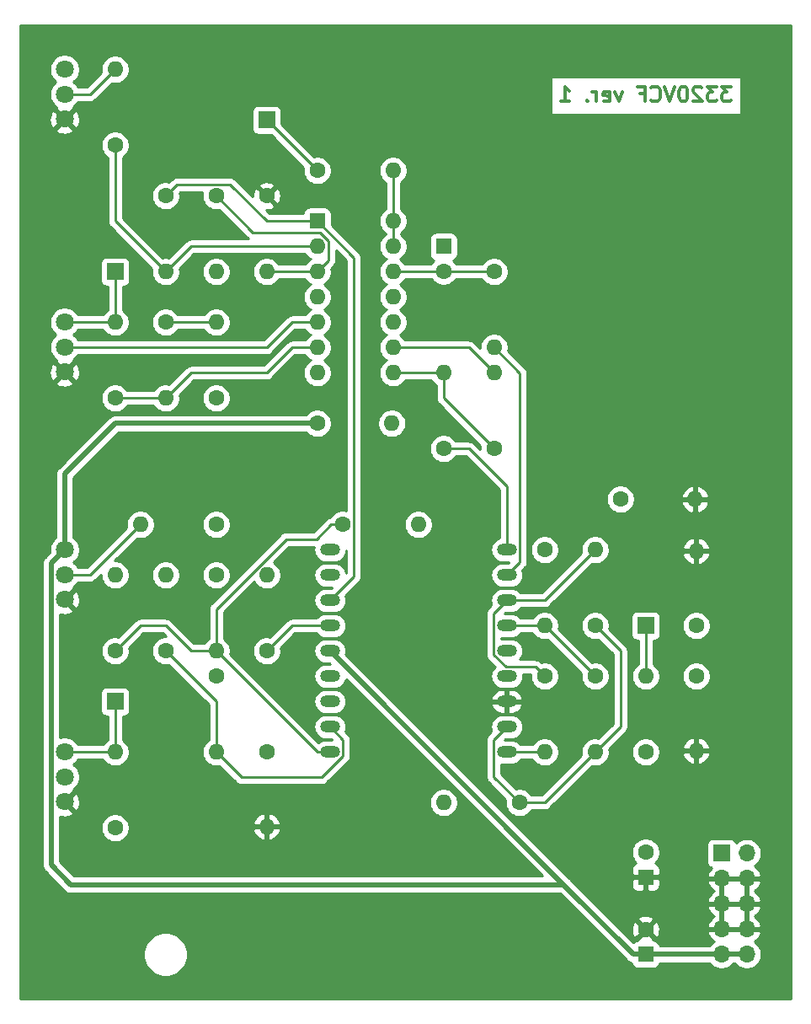
<source format=gbl>
G04 #@! TF.GenerationSoftware,KiCad,Pcbnew,(5.1.8-0-10_14)*
G04 #@! TF.CreationDate,2021-06-15T12:35:27+09:00*
G04 #@! TF.ProjectId,3320VCF,33333230-5643-4462-9e6b-696361645f70,rev?*
G04 #@! TF.SameCoordinates,Original*
G04 #@! TF.FileFunction,Copper,L2,Bot*
G04 #@! TF.FilePolarity,Positive*
%FSLAX46Y46*%
G04 Gerber Fmt 4.6, Leading zero omitted, Abs format (unit mm)*
G04 Created by KiCad (PCBNEW (5.1.8-0-10_14)) date 2021-06-15 12:35:27*
%MOMM*%
%LPD*%
G01*
G04 APERTURE LIST*
G04 #@! TA.AperFunction,NonConductor*
%ADD10C,0.300000*%
G04 #@! TD*
G04 #@! TA.AperFunction,ComponentPad*
%ADD11C,1.600000*%
G04 #@! TD*
G04 #@! TA.AperFunction,ComponentPad*
%ADD12O,1.600000X1.600000*%
G04 #@! TD*
G04 #@! TA.AperFunction,ComponentPad*
%ADD13R,1.600000X1.600000*%
G04 #@! TD*
G04 #@! TA.AperFunction,ComponentPad*
%ADD14R,1.700000X1.700000*%
G04 #@! TD*
G04 #@! TA.AperFunction,ComponentPad*
%ADD15O,1.700000X1.700000*%
G04 #@! TD*
G04 #@! TA.AperFunction,ComponentPad*
%ADD16O,2.000000X1.200000*%
G04 #@! TD*
G04 #@! TA.AperFunction,ComponentPad*
%ADD17C,1.800000*%
G04 #@! TD*
G04 #@! TA.AperFunction,Conductor*
%ADD18C,0.500000*%
G04 #@! TD*
G04 #@! TA.AperFunction,Conductor*
%ADD19C,0.250000*%
G04 #@! TD*
G04 #@! TA.AperFunction,Conductor*
%ADD20C,0.254000*%
G04 #@! TD*
G04 #@! TA.AperFunction,Conductor*
%ADD21C,0.100000*%
G04 #@! TD*
G04 APERTURE END LIST*
D10*
X160971428Y-47438571D02*
X160042857Y-47438571D01*
X160542857Y-48010000D01*
X160328571Y-48010000D01*
X160185714Y-48081428D01*
X160114285Y-48152857D01*
X160042857Y-48295714D01*
X160042857Y-48652857D01*
X160114285Y-48795714D01*
X160185714Y-48867142D01*
X160328571Y-48938571D01*
X160757142Y-48938571D01*
X160900000Y-48867142D01*
X160971428Y-48795714D01*
X159542857Y-47438571D02*
X158614285Y-47438571D01*
X159114285Y-48010000D01*
X158900000Y-48010000D01*
X158757142Y-48081428D01*
X158685714Y-48152857D01*
X158614285Y-48295714D01*
X158614285Y-48652857D01*
X158685714Y-48795714D01*
X158757142Y-48867142D01*
X158900000Y-48938571D01*
X159328571Y-48938571D01*
X159471428Y-48867142D01*
X159542857Y-48795714D01*
X158042857Y-47581428D02*
X157971428Y-47510000D01*
X157828571Y-47438571D01*
X157471428Y-47438571D01*
X157328571Y-47510000D01*
X157257142Y-47581428D01*
X157185714Y-47724285D01*
X157185714Y-47867142D01*
X157257142Y-48081428D01*
X158114285Y-48938571D01*
X157185714Y-48938571D01*
X156257142Y-47438571D02*
X156114285Y-47438571D01*
X155971428Y-47510000D01*
X155900000Y-47581428D01*
X155828571Y-47724285D01*
X155757142Y-48010000D01*
X155757142Y-48367142D01*
X155828571Y-48652857D01*
X155900000Y-48795714D01*
X155971428Y-48867142D01*
X156114285Y-48938571D01*
X156257142Y-48938571D01*
X156400000Y-48867142D01*
X156471428Y-48795714D01*
X156542857Y-48652857D01*
X156614285Y-48367142D01*
X156614285Y-48010000D01*
X156542857Y-47724285D01*
X156471428Y-47581428D01*
X156400000Y-47510000D01*
X156257142Y-47438571D01*
X155328571Y-47438571D02*
X154828571Y-48938571D01*
X154328571Y-47438571D01*
X152971428Y-48795714D02*
X153042857Y-48867142D01*
X153257142Y-48938571D01*
X153400000Y-48938571D01*
X153614285Y-48867142D01*
X153757142Y-48724285D01*
X153828571Y-48581428D01*
X153900000Y-48295714D01*
X153900000Y-48081428D01*
X153828571Y-47795714D01*
X153757142Y-47652857D01*
X153614285Y-47510000D01*
X153400000Y-47438571D01*
X153257142Y-47438571D01*
X153042857Y-47510000D01*
X152971428Y-47581428D01*
X151828571Y-48152857D02*
X152328571Y-48152857D01*
X152328571Y-48938571D02*
X152328571Y-47438571D01*
X151614285Y-47438571D01*
X150042857Y-47938571D02*
X149685714Y-48938571D01*
X149328571Y-47938571D01*
X148185714Y-48867142D02*
X148328571Y-48938571D01*
X148614285Y-48938571D01*
X148757142Y-48867142D01*
X148828571Y-48724285D01*
X148828571Y-48152857D01*
X148757142Y-48010000D01*
X148614285Y-47938571D01*
X148328571Y-47938571D01*
X148185714Y-48010000D01*
X148114285Y-48152857D01*
X148114285Y-48295714D01*
X148828571Y-48438571D01*
X147471428Y-48938571D02*
X147471428Y-47938571D01*
X147471428Y-48224285D02*
X147400000Y-48081428D01*
X147328571Y-48010000D01*
X147185714Y-47938571D01*
X147042857Y-47938571D01*
X146542857Y-48795714D02*
X146471428Y-48867142D01*
X146542857Y-48938571D01*
X146614285Y-48867142D01*
X146542857Y-48795714D01*
X146542857Y-48938571D01*
X143900000Y-48938571D02*
X144757142Y-48938571D01*
X144328571Y-48938571D02*
X144328571Y-47438571D01*
X144471428Y-47652857D01*
X144614285Y-47795714D01*
X144757142Y-47867142D01*
D11*
X119380000Y-81280000D03*
D12*
X126880000Y-81280000D03*
D11*
X104140000Y-58420000D03*
D12*
X104140000Y-66040000D03*
D11*
X114300000Y-104140000D03*
D12*
X114300000Y-96520000D03*
X99060000Y-71120000D03*
D11*
X99060000Y-78740000D03*
X104140000Y-71120000D03*
D12*
X104140000Y-78740000D03*
D11*
X99060000Y-53340000D03*
D12*
X99060000Y-45720000D03*
X109220000Y-71120000D03*
D11*
X109220000Y-78740000D03*
X109220000Y-58420000D03*
D12*
X109220000Y-66040000D03*
D11*
X142240000Y-106680000D03*
D12*
X142240000Y-114300000D03*
X147320000Y-114300000D03*
D11*
X147320000Y-106680000D03*
X99060000Y-121920000D03*
D12*
X99060000Y-114300000D03*
X137160000Y-76200000D03*
D11*
X137160000Y-83820000D03*
X109220000Y-106680000D03*
D12*
X109220000Y-114300000D03*
D11*
X109220000Y-96520000D03*
D12*
X109220000Y-104140000D03*
D11*
X109220000Y-91440000D03*
D12*
X101600000Y-91440000D03*
X132080000Y-76200000D03*
D11*
X132080000Y-83820000D03*
D12*
X114300000Y-66040000D03*
D11*
X114300000Y-58420000D03*
X119380000Y-55880000D03*
D12*
X127000000Y-55880000D03*
D13*
X132080000Y-63500000D03*
D11*
X132080000Y-66000000D03*
D12*
X132080000Y-119380000D03*
D11*
X139700000Y-119380000D03*
X104140000Y-104140000D03*
D12*
X104140000Y-96520000D03*
X99060000Y-96520000D03*
D11*
X99060000Y-104140000D03*
D12*
X157480000Y-94100000D03*
D11*
X157480000Y-101600000D03*
X157480000Y-106680000D03*
D12*
X157480000Y-114180000D03*
X114300000Y-121800000D03*
D11*
X114300000Y-114300000D03*
X149860000Y-88900000D03*
D12*
X157360000Y-88900000D03*
X137160000Y-73660000D03*
D11*
X137160000Y-66040000D03*
D12*
X152400000Y-106680000D03*
D11*
X152400000Y-114300000D03*
X147320000Y-101600000D03*
D12*
X147320000Y-93980000D03*
X142240000Y-101600000D03*
D11*
X142240000Y-93980000D03*
D12*
X129540000Y-91440000D03*
D11*
X121920000Y-91440000D03*
D14*
X160020000Y-124460000D03*
D15*
X162560000Y-124460000D03*
X160020000Y-127000000D03*
X162560000Y-127000000D03*
X160020000Y-129540000D03*
X162560000Y-129540000D03*
X160020000Y-132080000D03*
X162560000Y-132080000D03*
X160020000Y-134620000D03*
X162560000Y-134620000D03*
D14*
X99060000Y-66040000D03*
X152400000Y-101600000D03*
X99060000Y-109220000D03*
X114300000Y-50800000D03*
D13*
X119380000Y-60960000D03*
D12*
X127000000Y-76200000D03*
X119380000Y-63500000D03*
X127000000Y-73660000D03*
X119380000Y-66040000D03*
X127000000Y-71120000D03*
X119380000Y-68580000D03*
X127000000Y-68580000D03*
X119380000Y-71120000D03*
X127000000Y-66040000D03*
X119380000Y-73660000D03*
X127000000Y-63500000D03*
X119380000Y-76200000D03*
X127000000Y-60960000D03*
D16*
X120650000Y-114300000D03*
X138430000Y-114300000D03*
X120650000Y-111760000D03*
X138430000Y-111760000D03*
X120650000Y-109220000D03*
X138430000Y-109220000D03*
X120650000Y-106680000D03*
X138430000Y-106680000D03*
X120650000Y-104140000D03*
X138430000Y-104140000D03*
X120650000Y-101600000D03*
X138430000Y-101600000D03*
X120650000Y-99060000D03*
X138430000Y-99060000D03*
X120650000Y-96520000D03*
X138430000Y-96520000D03*
X120650000Y-93980000D03*
X138430000Y-93980000D03*
D17*
X93980000Y-71120000D03*
X93980000Y-73620000D03*
X93980000Y-76120000D03*
X93980000Y-50720000D03*
X93980000Y-48220000D03*
X93980000Y-45720000D03*
X93980000Y-119300000D03*
X93980000Y-116800000D03*
X93980000Y-114300000D03*
X93980000Y-93980000D03*
X93980000Y-96480000D03*
X93980000Y-98980000D03*
D13*
X152400000Y-134620000D03*
D11*
X152400000Y-132120000D03*
X152400000Y-124369758D03*
D13*
X152400000Y-126869758D03*
D18*
X93980000Y-86360000D02*
X93980000Y-93980000D01*
X151130000Y-134620000D02*
X162560000Y-134620000D01*
X94615000Y-127635000D02*
X144145000Y-127635000D01*
X120650000Y-104140000D02*
X144145000Y-127635000D01*
X144145000Y-127635000D02*
X151130000Y-134620000D01*
X119380000Y-81280000D02*
X99060000Y-81280000D01*
X99060000Y-81280000D02*
X93980000Y-86360000D01*
X92629999Y-95330001D02*
X92629999Y-125649999D01*
X93980000Y-93980000D02*
X92629999Y-95330001D01*
X92629999Y-125649999D02*
X94615000Y-127635000D01*
D19*
X127000000Y-66040000D02*
X132080000Y-66040000D01*
X132080000Y-66040000D02*
X137160000Y-66040000D01*
X99060000Y-66040000D02*
X99060000Y-71120000D01*
X99060000Y-71120000D02*
X93980000Y-71120000D01*
X152400000Y-101600000D02*
X152400000Y-106680000D01*
X99060000Y-109220000D02*
X99060000Y-114300000D01*
X99060000Y-114300000D02*
X93980000Y-114300000D01*
X119380000Y-55880000D02*
X114300000Y-50800000D01*
X104140000Y-78740000D02*
X99060000Y-78740000D01*
X119380000Y-73660000D02*
X116840000Y-73660000D01*
X116840000Y-73660000D02*
X114300000Y-76200000D01*
X114300000Y-76200000D02*
X106680000Y-76200000D01*
X106680000Y-76200000D02*
X104140000Y-78740000D01*
X109220000Y-71120000D02*
X104140000Y-71120000D01*
X99060000Y-60960000D02*
X104140000Y-66040000D01*
X99060000Y-53340000D02*
X99060000Y-60960000D01*
X106680000Y-63500000D02*
X119380000Y-63500000D01*
X104140000Y-66040000D02*
X106680000Y-63500000D01*
X96560000Y-48220000D02*
X99060000Y-45720000D01*
X93980000Y-48220000D02*
X96560000Y-48220000D01*
X119630003Y-62085001D02*
X120505001Y-62959999D01*
X112885001Y-62085001D02*
X119630003Y-62085001D01*
X120505001Y-62959999D02*
X120505001Y-64914999D01*
X109220000Y-58420000D02*
X112885001Y-62085001D01*
X120505001Y-64914999D02*
X119380000Y-66040000D01*
X114300000Y-66040000D02*
X119380000Y-66040000D01*
X119380000Y-60960000D02*
X114300000Y-60960000D01*
X110634999Y-57294999D02*
X105265001Y-57294999D01*
X114300000Y-60960000D02*
X110634999Y-57294999D01*
X105265001Y-57294999D02*
X104140000Y-58420000D01*
X123045001Y-64625001D02*
X119380000Y-60960000D01*
X123045001Y-96664999D02*
X123045001Y-64625001D01*
X120650000Y-99060000D02*
X123045001Y-96664999D01*
X138430000Y-114300000D02*
X142240000Y-114300000D01*
X138430000Y-99060000D02*
X142240000Y-99060000D01*
X142240000Y-99060000D02*
X147320000Y-93980000D01*
X138430000Y-99060000D02*
X137104990Y-100385010D01*
X138336829Y-105754990D02*
X141314990Y-105754990D01*
X141314990Y-105754990D02*
X142240000Y-106680000D01*
X137104990Y-104523151D02*
X138336829Y-105754990D01*
X137104990Y-100385010D02*
X137104990Y-104523151D01*
X137104990Y-113085010D02*
X137104990Y-116784990D01*
X138430000Y-111760000D02*
X137104990Y-113085010D01*
X137104990Y-116784990D02*
X139700000Y-119380000D01*
X142240000Y-119380000D02*
X147320000Y-114300000D01*
X139700000Y-119380000D02*
X142240000Y-119380000D01*
X147320000Y-101600000D02*
X149860000Y-104140000D01*
X149860000Y-111760000D02*
X147320000Y-114300000D01*
X149860000Y-104140000D02*
X149860000Y-111760000D01*
X138430000Y-101600000D02*
X142240000Y-101600000D01*
X142240000Y-101600000D02*
X147320000Y-106680000D01*
X127000000Y-73660000D02*
X134620000Y-73660000D01*
X134620000Y-73660000D02*
X137160000Y-76200000D01*
X120650000Y-111760000D02*
X121975010Y-113085010D01*
X121975010Y-114683151D02*
X119818161Y-116840000D01*
X121975010Y-113085010D02*
X121975010Y-114683151D01*
X119818161Y-116840000D02*
X111760000Y-116840000D01*
X111760000Y-116840000D02*
X109220000Y-114300000D01*
X104140000Y-104140000D02*
X109220000Y-109220000D01*
X109220000Y-109220000D02*
X109220000Y-114300000D01*
X127000000Y-76200000D02*
X132080000Y-76200000D01*
X132080000Y-76200000D02*
X132080000Y-78740000D01*
X132080000Y-78740000D02*
X137160000Y-83820000D01*
X120788630Y-91440000D02*
X119324990Y-92903640D01*
X121920000Y-91440000D02*
X120788630Y-91440000D01*
X109220000Y-99934998D02*
X109220000Y-104140000D01*
X116251358Y-92903640D02*
X109220000Y-99934998D01*
X119324990Y-92903640D02*
X116251358Y-92903640D01*
X119380000Y-114300000D02*
X120650000Y-114300000D01*
X109220000Y-104140000D02*
X119380000Y-114300000D01*
X109220000Y-104140000D02*
X106680000Y-104140000D01*
X106680000Y-104140000D02*
X104140000Y-101600000D01*
X101600000Y-101600000D02*
X99060000Y-104140000D01*
X104140000Y-101600000D02*
X101600000Y-101600000D01*
X116840000Y-101600000D02*
X114300000Y-104140000D01*
X120650000Y-101600000D02*
X116840000Y-101600000D01*
X138430000Y-93980000D02*
X138430000Y-87630000D01*
X134620000Y-83820000D02*
X132080000Y-83820000D01*
X138430000Y-87630000D02*
X134620000Y-83820000D01*
X93980000Y-96480000D02*
X96560000Y-96480000D01*
X96560000Y-96480000D02*
X101600000Y-91440000D01*
X139755010Y-95194990D02*
X139755010Y-76255010D01*
X138430000Y-96520000D02*
X139755010Y-95194990D01*
X139755010Y-76255010D02*
X137160000Y-73660000D01*
X127000000Y-55880000D02*
X127000000Y-63500000D01*
X119380000Y-71120000D02*
X116840000Y-71120000D01*
X116840000Y-71120000D02*
X114300000Y-73660000D01*
X114260000Y-73620000D02*
X93980000Y-73620000D01*
X114300000Y-73660000D02*
X114260000Y-73620000D01*
D20*
X166980000Y-139040000D02*
X89560000Y-139040000D01*
X89560000Y-134399872D01*
X101905000Y-134399872D01*
X101905000Y-134840128D01*
X101990890Y-135271925D01*
X102159369Y-135678669D01*
X102403962Y-136044729D01*
X102715271Y-136356038D01*
X103081331Y-136600631D01*
X103488075Y-136769110D01*
X103919872Y-136855000D01*
X104360128Y-136855000D01*
X104791925Y-136769110D01*
X105198669Y-136600631D01*
X105564729Y-136356038D01*
X105876038Y-136044729D01*
X106120631Y-135678669D01*
X106289110Y-135271925D01*
X106375000Y-134840128D01*
X106375000Y-134399872D01*
X106289110Y-133968075D01*
X106120631Y-133561331D01*
X105876038Y-133195271D01*
X105564729Y-132883962D01*
X105198669Y-132639369D01*
X104791925Y-132470890D01*
X104360128Y-132385000D01*
X103919872Y-132385000D01*
X103488075Y-132470890D01*
X103081331Y-132639369D01*
X102715271Y-132883962D01*
X102403962Y-133195271D01*
X102159369Y-133561331D01*
X101990890Y-133968075D01*
X101905000Y-134399872D01*
X89560000Y-134399872D01*
X89560000Y-95330001D01*
X91740718Y-95330001D01*
X91744999Y-95373470D01*
X91745000Y-125606520D01*
X91740718Y-125649999D01*
X91757804Y-125823489D01*
X91808411Y-125990312D01*
X91890589Y-126144058D01*
X91973467Y-126245045D01*
X91973470Y-126245048D01*
X92001183Y-126278816D01*
X92034950Y-126306528D01*
X93958470Y-128230049D01*
X93986183Y-128263817D01*
X94019951Y-128291530D01*
X94019953Y-128291532D01*
X94055633Y-128320814D01*
X94120941Y-128374411D01*
X94274687Y-128456589D01*
X94441510Y-128507195D01*
X94571523Y-128520000D01*
X94571533Y-128520000D01*
X94614999Y-128524281D01*
X94658465Y-128520000D01*
X143778422Y-128520000D01*
X150473470Y-135215049D01*
X150501183Y-135248817D01*
X150534951Y-135276530D01*
X150534953Y-135276532D01*
X150592075Y-135323411D01*
X150635941Y-135359411D01*
X150789687Y-135441589D01*
X150956510Y-135492195D01*
X150969161Y-135493441D01*
X150974188Y-135544482D01*
X151010498Y-135664180D01*
X151069463Y-135774494D01*
X151148815Y-135871185D01*
X151245506Y-135950537D01*
X151355820Y-136009502D01*
X151475518Y-136045812D01*
X151600000Y-136058072D01*
X153200000Y-136058072D01*
X153324482Y-136045812D01*
X153444180Y-136009502D01*
X153554494Y-135950537D01*
X153651185Y-135871185D01*
X153730537Y-135774494D01*
X153789502Y-135664180D01*
X153825812Y-135544482D01*
X153829701Y-135505000D01*
X158825344Y-135505000D01*
X158866525Y-135566632D01*
X159073368Y-135773475D01*
X159316589Y-135935990D01*
X159586842Y-136047932D01*
X159873740Y-136105000D01*
X160166260Y-136105000D01*
X160453158Y-136047932D01*
X160723411Y-135935990D01*
X160966632Y-135773475D01*
X161173475Y-135566632D01*
X161214656Y-135505000D01*
X161365344Y-135505000D01*
X161406525Y-135566632D01*
X161613368Y-135773475D01*
X161856589Y-135935990D01*
X162126842Y-136047932D01*
X162413740Y-136105000D01*
X162706260Y-136105000D01*
X162993158Y-136047932D01*
X163263411Y-135935990D01*
X163506632Y-135773475D01*
X163713475Y-135566632D01*
X163875990Y-135323411D01*
X163987932Y-135053158D01*
X164045000Y-134766260D01*
X164045000Y-134473740D01*
X163987932Y-134186842D01*
X163875990Y-133916589D01*
X163713475Y-133673368D01*
X163506632Y-133466525D01*
X163324466Y-133344805D01*
X163441355Y-133275178D01*
X163657588Y-133080269D01*
X163831641Y-132846920D01*
X163956825Y-132584099D01*
X164001476Y-132436890D01*
X163880155Y-132207000D01*
X162687000Y-132207000D01*
X162687000Y-132227000D01*
X162433000Y-132227000D01*
X162433000Y-132207000D01*
X160147000Y-132207000D01*
X160147000Y-132227000D01*
X159893000Y-132227000D01*
X159893000Y-132207000D01*
X158699845Y-132207000D01*
X158578524Y-132436890D01*
X158623175Y-132584099D01*
X158748359Y-132846920D01*
X158922412Y-133080269D01*
X159138645Y-133275178D01*
X159255534Y-133344805D01*
X159073368Y-133466525D01*
X158866525Y-133673368D01*
X158825344Y-133735000D01*
X153829701Y-133735000D01*
X153825812Y-133695518D01*
X153789502Y-133575820D01*
X153730537Y-133465506D01*
X153651185Y-133368815D01*
X153554494Y-133289463D01*
X153444180Y-133230498D01*
X153324482Y-133194188D01*
X153200000Y-133181928D01*
X153192785Y-133181928D01*
X153213097Y-133112702D01*
X152400000Y-132299605D01*
X151586903Y-133112702D01*
X151607215Y-133181928D01*
X151600000Y-133181928D01*
X151475518Y-133194188D01*
X151355820Y-133230498D01*
X151245506Y-133289463D01*
X151148815Y-133368815D01*
X151140512Y-133378933D01*
X149952091Y-132190512D01*
X150959783Y-132190512D01*
X151001213Y-132470130D01*
X151096397Y-132736292D01*
X151163329Y-132861514D01*
X151407298Y-132933097D01*
X152220395Y-132120000D01*
X152579605Y-132120000D01*
X153392702Y-132933097D01*
X153636671Y-132861514D01*
X153757571Y-132606004D01*
X153826300Y-132331816D01*
X153840217Y-132049488D01*
X153798787Y-131769870D01*
X153703603Y-131503708D01*
X153636671Y-131378486D01*
X153392702Y-131306903D01*
X152579605Y-132120000D01*
X152220395Y-132120000D01*
X151407298Y-131306903D01*
X151163329Y-131378486D01*
X151042429Y-131633996D01*
X150973700Y-131908184D01*
X150959783Y-132190512D01*
X149952091Y-132190512D01*
X148888877Y-131127298D01*
X151586903Y-131127298D01*
X152400000Y-131940395D01*
X153213097Y-131127298D01*
X153141514Y-130883329D01*
X152886004Y-130762429D01*
X152611816Y-130693700D01*
X152329488Y-130679783D01*
X152049870Y-130721213D01*
X151783708Y-130816397D01*
X151658486Y-130883329D01*
X151586903Y-131127298D01*
X148888877Y-131127298D01*
X147658469Y-129896890D01*
X158578524Y-129896890D01*
X158623175Y-130044099D01*
X158748359Y-130306920D01*
X158922412Y-130540269D01*
X159138645Y-130735178D01*
X159264255Y-130810000D01*
X159138645Y-130884822D01*
X158922412Y-131079731D01*
X158748359Y-131313080D01*
X158623175Y-131575901D01*
X158578524Y-131723110D01*
X158699845Y-131953000D01*
X159893000Y-131953000D01*
X159893000Y-129667000D01*
X160147000Y-129667000D01*
X160147000Y-131953000D01*
X162433000Y-131953000D01*
X162433000Y-129667000D01*
X162687000Y-129667000D01*
X162687000Y-131953000D01*
X163880155Y-131953000D01*
X164001476Y-131723110D01*
X163956825Y-131575901D01*
X163831641Y-131313080D01*
X163657588Y-131079731D01*
X163441355Y-130884822D01*
X163315745Y-130810000D01*
X163441355Y-130735178D01*
X163657588Y-130540269D01*
X163831641Y-130306920D01*
X163956825Y-130044099D01*
X164001476Y-129896890D01*
X163880155Y-129667000D01*
X162687000Y-129667000D01*
X162433000Y-129667000D01*
X160147000Y-129667000D01*
X159893000Y-129667000D01*
X158699845Y-129667000D01*
X158578524Y-129896890D01*
X147658469Y-129896890D01*
X145431337Y-127669758D01*
X150961928Y-127669758D01*
X150974188Y-127794240D01*
X151010498Y-127913938D01*
X151069463Y-128024252D01*
X151148815Y-128120943D01*
X151245506Y-128200295D01*
X151355820Y-128259260D01*
X151475518Y-128295570D01*
X151600000Y-128307830D01*
X152114250Y-128304758D01*
X152273000Y-128146008D01*
X152273000Y-126996758D01*
X152527000Y-126996758D01*
X152527000Y-128146008D01*
X152685750Y-128304758D01*
X153200000Y-128307830D01*
X153324482Y-128295570D01*
X153444180Y-128259260D01*
X153554494Y-128200295D01*
X153651185Y-128120943D01*
X153730537Y-128024252D01*
X153789502Y-127913938D01*
X153825812Y-127794240D01*
X153838072Y-127669758D01*
X153836204Y-127356890D01*
X158578524Y-127356890D01*
X158623175Y-127504099D01*
X158748359Y-127766920D01*
X158922412Y-128000269D01*
X159138645Y-128195178D01*
X159264255Y-128270000D01*
X159138645Y-128344822D01*
X158922412Y-128539731D01*
X158748359Y-128773080D01*
X158623175Y-129035901D01*
X158578524Y-129183110D01*
X158699845Y-129413000D01*
X159893000Y-129413000D01*
X159893000Y-127127000D01*
X160147000Y-127127000D01*
X160147000Y-129413000D01*
X162433000Y-129413000D01*
X162433000Y-127127000D01*
X162687000Y-127127000D01*
X162687000Y-129413000D01*
X163880155Y-129413000D01*
X164001476Y-129183110D01*
X163956825Y-129035901D01*
X163831641Y-128773080D01*
X163657588Y-128539731D01*
X163441355Y-128344822D01*
X163315745Y-128270000D01*
X163441355Y-128195178D01*
X163657588Y-128000269D01*
X163831641Y-127766920D01*
X163956825Y-127504099D01*
X164001476Y-127356890D01*
X163880155Y-127127000D01*
X162687000Y-127127000D01*
X162433000Y-127127000D01*
X160147000Y-127127000D01*
X159893000Y-127127000D01*
X158699845Y-127127000D01*
X158578524Y-127356890D01*
X153836204Y-127356890D01*
X153835000Y-127155508D01*
X153676250Y-126996758D01*
X152527000Y-126996758D01*
X152273000Y-126996758D01*
X151123750Y-126996758D01*
X150965000Y-127155508D01*
X150961928Y-127669758D01*
X145431337Y-127669758D01*
X144801537Y-127039959D01*
X144801532Y-127039953D01*
X144801530Y-127039951D01*
X144773817Y-127006183D01*
X144740049Y-126978470D01*
X143831337Y-126069758D01*
X150961928Y-126069758D01*
X150965000Y-126584008D01*
X151123750Y-126742758D01*
X152273000Y-126742758D01*
X152273000Y-126722758D01*
X152527000Y-126722758D01*
X152527000Y-126742758D01*
X153676250Y-126742758D01*
X153835000Y-126584008D01*
X153838072Y-126069758D01*
X153825812Y-125945276D01*
X153789502Y-125825578D01*
X153730537Y-125715264D01*
X153651185Y-125618573D01*
X153554494Y-125539221D01*
X153444180Y-125480256D01*
X153348057Y-125451097D01*
X153514637Y-125284517D01*
X153671680Y-125049485D01*
X153779853Y-124788332D01*
X153835000Y-124511093D01*
X153835000Y-124228423D01*
X153779853Y-123951184D01*
X153671680Y-123690031D01*
X153618206Y-123610000D01*
X158531928Y-123610000D01*
X158531928Y-125310000D01*
X158544188Y-125434482D01*
X158580498Y-125554180D01*
X158639463Y-125664494D01*
X158718815Y-125761185D01*
X158815506Y-125840537D01*
X158925820Y-125899502D01*
X159006466Y-125923966D01*
X158922412Y-125999731D01*
X158748359Y-126233080D01*
X158623175Y-126495901D01*
X158578524Y-126643110D01*
X158699845Y-126873000D01*
X159893000Y-126873000D01*
X159893000Y-126853000D01*
X160147000Y-126853000D01*
X160147000Y-126873000D01*
X162433000Y-126873000D01*
X162433000Y-126853000D01*
X162687000Y-126853000D01*
X162687000Y-126873000D01*
X163880155Y-126873000D01*
X164001476Y-126643110D01*
X163956825Y-126495901D01*
X163831641Y-126233080D01*
X163657588Y-125999731D01*
X163441355Y-125804822D01*
X163324466Y-125735195D01*
X163506632Y-125613475D01*
X163713475Y-125406632D01*
X163875990Y-125163411D01*
X163987932Y-124893158D01*
X164045000Y-124606260D01*
X164045000Y-124313740D01*
X163987932Y-124026842D01*
X163875990Y-123756589D01*
X163713475Y-123513368D01*
X163506632Y-123306525D01*
X163263411Y-123144010D01*
X162993158Y-123032068D01*
X162706260Y-122975000D01*
X162413740Y-122975000D01*
X162126842Y-123032068D01*
X161856589Y-123144010D01*
X161613368Y-123306525D01*
X161481513Y-123438380D01*
X161459502Y-123365820D01*
X161400537Y-123255506D01*
X161321185Y-123158815D01*
X161224494Y-123079463D01*
X161114180Y-123020498D01*
X160994482Y-122984188D01*
X160870000Y-122971928D01*
X159170000Y-122971928D01*
X159045518Y-122984188D01*
X158925820Y-123020498D01*
X158815506Y-123079463D01*
X158718815Y-123158815D01*
X158639463Y-123255506D01*
X158580498Y-123365820D01*
X158544188Y-123485518D01*
X158531928Y-123610000D01*
X153618206Y-123610000D01*
X153514637Y-123454999D01*
X153314759Y-123255121D01*
X153079727Y-123098078D01*
X152818574Y-122989905D01*
X152541335Y-122934758D01*
X152258665Y-122934758D01*
X151981426Y-122989905D01*
X151720273Y-123098078D01*
X151485241Y-123255121D01*
X151285363Y-123454999D01*
X151128320Y-123690031D01*
X151020147Y-123951184D01*
X150965000Y-124228423D01*
X150965000Y-124511093D01*
X151020147Y-124788332D01*
X151128320Y-125049485D01*
X151285363Y-125284517D01*
X151451943Y-125451097D01*
X151355820Y-125480256D01*
X151245506Y-125539221D01*
X151148815Y-125618573D01*
X151069463Y-125715264D01*
X151010498Y-125825578D01*
X150974188Y-125945276D01*
X150961928Y-126069758D01*
X143831337Y-126069758D01*
X130846589Y-113085010D01*
X136341314Y-113085010D01*
X136344990Y-113122333D01*
X136344991Y-116747658D01*
X136341314Y-116784990D01*
X136355988Y-116933975D01*
X136399444Y-117077236D01*
X136470016Y-117209266D01*
X136541191Y-117295992D01*
X136564990Y-117324991D01*
X136593988Y-117348789D01*
X138301312Y-119056114D01*
X138265000Y-119238665D01*
X138265000Y-119521335D01*
X138320147Y-119798574D01*
X138428320Y-120059727D01*
X138585363Y-120294759D01*
X138785241Y-120494637D01*
X139020273Y-120651680D01*
X139281426Y-120759853D01*
X139558665Y-120815000D01*
X139841335Y-120815000D01*
X140118574Y-120759853D01*
X140379727Y-120651680D01*
X140614759Y-120494637D01*
X140814637Y-120294759D01*
X140918043Y-120140000D01*
X142202678Y-120140000D01*
X142240000Y-120143676D01*
X142277322Y-120140000D01*
X142277333Y-120140000D01*
X142388986Y-120129003D01*
X142532247Y-120085546D01*
X142664276Y-120014974D01*
X142780001Y-119920001D01*
X142803804Y-119890997D01*
X146996114Y-115698688D01*
X147178665Y-115735000D01*
X147461335Y-115735000D01*
X147738574Y-115679853D01*
X147999727Y-115571680D01*
X148234759Y-115414637D01*
X148434637Y-115214759D01*
X148591680Y-114979727D01*
X148699853Y-114718574D01*
X148755000Y-114441335D01*
X148755000Y-114158665D01*
X150965000Y-114158665D01*
X150965000Y-114441335D01*
X151020147Y-114718574D01*
X151128320Y-114979727D01*
X151285363Y-115214759D01*
X151485241Y-115414637D01*
X151720273Y-115571680D01*
X151981426Y-115679853D01*
X152258665Y-115735000D01*
X152541335Y-115735000D01*
X152818574Y-115679853D01*
X153079727Y-115571680D01*
X153314759Y-115414637D01*
X153514637Y-115214759D01*
X153671680Y-114979727D01*
X153779853Y-114718574D01*
X153817554Y-114529040D01*
X156088091Y-114529040D01*
X156182930Y-114793881D01*
X156327615Y-115035131D01*
X156516586Y-115243519D01*
X156742580Y-115411037D01*
X156996913Y-115531246D01*
X157130961Y-115571904D01*
X157353000Y-115449915D01*
X157353000Y-114307000D01*
X157607000Y-114307000D01*
X157607000Y-115449915D01*
X157829039Y-115571904D01*
X157963087Y-115531246D01*
X158217420Y-115411037D01*
X158443414Y-115243519D01*
X158632385Y-115035131D01*
X158777070Y-114793881D01*
X158871909Y-114529040D01*
X158750624Y-114307000D01*
X157607000Y-114307000D01*
X157353000Y-114307000D01*
X156209376Y-114307000D01*
X156088091Y-114529040D01*
X153817554Y-114529040D01*
X153835000Y-114441335D01*
X153835000Y-114158665D01*
X153779853Y-113881426D01*
X153758950Y-113830960D01*
X156088091Y-113830960D01*
X156209376Y-114053000D01*
X157353000Y-114053000D01*
X157353000Y-112910085D01*
X157607000Y-112910085D01*
X157607000Y-114053000D01*
X158750624Y-114053000D01*
X158871909Y-113830960D01*
X158777070Y-113566119D01*
X158632385Y-113324869D01*
X158443414Y-113116481D01*
X158217420Y-112948963D01*
X157963087Y-112828754D01*
X157829039Y-112788096D01*
X157607000Y-112910085D01*
X157353000Y-112910085D01*
X157130961Y-112788096D01*
X156996913Y-112828754D01*
X156742580Y-112948963D01*
X156516586Y-113116481D01*
X156327615Y-113324869D01*
X156182930Y-113566119D01*
X156088091Y-113830960D01*
X153758950Y-113830960D01*
X153671680Y-113620273D01*
X153514637Y-113385241D01*
X153314759Y-113185363D01*
X153079727Y-113028320D01*
X152818574Y-112920147D01*
X152541335Y-112865000D01*
X152258665Y-112865000D01*
X151981426Y-112920147D01*
X151720273Y-113028320D01*
X151485241Y-113185363D01*
X151285363Y-113385241D01*
X151128320Y-113620273D01*
X151020147Y-113881426D01*
X150965000Y-114158665D01*
X148755000Y-114158665D01*
X148718688Y-113976114D01*
X150371008Y-112323795D01*
X150400001Y-112300001D01*
X150423795Y-112271008D01*
X150423799Y-112271004D01*
X150494973Y-112184277D01*
X150494974Y-112184276D01*
X150565546Y-112052247D01*
X150609003Y-111908986D01*
X150620000Y-111797333D01*
X150620000Y-111797324D01*
X150623676Y-111760001D01*
X150620000Y-111722678D01*
X150620000Y-104177322D01*
X150623676Y-104139999D01*
X150620000Y-104102676D01*
X150620000Y-104102667D01*
X150609003Y-103991014D01*
X150565546Y-103847753D01*
X150494974Y-103715724D01*
X150481811Y-103699685D01*
X150423799Y-103628996D01*
X150423795Y-103628992D01*
X150400001Y-103599999D01*
X150371009Y-103576206D01*
X148718688Y-101923886D01*
X148755000Y-101741335D01*
X148755000Y-101458665D01*
X148699853Y-101181426D01*
X148591680Y-100920273D01*
X148477908Y-100750000D01*
X150911928Y-100750000D01*
X150911928Y-102450000D01*
X150924188Y-102574482D01*
X150960498Y-102694180D01*
X151019463Y-102804494D01*
X151098815Y-102901185D01*
X151195506Y-102980537D01*
X151305820Y-103039502D01*
X151425518Y-103075812D01*
X151550000Y-103088072D01*
X151640000Y-103088072D01*
X151640001Y-105461956D01*
X151485241Y-105565363D01*
X151285363Y-105765241D01*
X151128320Y-106000273D01*
X151020147Y-106261426D01*
X150965000Y-106538665D01*
X150965000Y-106821335D01*
X151020147Y-107098574D01*
X151128320Y-107359727D01*
X151285363Y-107594759D01*
X151485241Y-107794637D01*
X151720273Y-107951680D01*
X151981426Y-108059853D01*
X152258665Y-108115000D01*
X152541335Y-108115000D01*
X152818574Y-108059853D01*
X153079727Y-107951680D01*
X153314759Y-107794637D01*
X153514637Y-107594759D01*
X153671680Y-107359727D01*
X153779853Y-107098574D01*
X153835000Y-106821335D01*
X153835000Y-106538665D01*
X156045000Y-106538665D01*
X156045000Y-106821335D01*
X156100147Y-107098574D01*
X156208320Y-107359727D01*
X156365363Y-107594759D01*
X156565241Y-107794637D01*
X156800273Y-107951680D01*
X157061426Y-108059853D01*
X157338665Y-108115000D01*
X157621335Y-108115000D01*
X157898574Y-108059853D01*
X158159727Y-107951680D01*
X158394759Y-107794637D01*
X158594637Y-107594759D01*
X158751680Y-107359727D01*
X158859853Y-107098574D01*
X158915000Y-106821335D01*
X158915000Y-106538665D01*
X158859853Y-106261426D01*
X158751680Y-106000273D01*
X158594637Y-105765241D01*
X158394759Y-105565363D01*
X158159727Y-105408320D01*
X157898574Y-105300147D01*
X157621335Y-105245000D01*
X157338665Y-105245000D01*
X157061426Y-105300147D01*
X156800273Y-105408320D01*
X156565241Y-105565363D01*
X156365363Y-105765241D01*
X156208320Y-106000273D01*
X156100147Y-106261426D01*
X156045000Y-106538665D01*
X153835000Y-106538665D01*
X153779853Y-106261426D01*
X153671680Y-106000273D01*
X153514637Y-105765241D01*
X153314759Y-105565363D01*
X153160000Y-105461957D01*
X153160000Y-103088072D01*
X153250000Y-103088072D01*
X153374482Y-103075812D01*
X153494180Y-103039502D01*
X153604494Y-102980537D01*
X153701185Y-102901185D01*
X153780537Y-102804494D01*
X153839502Y-102694180D01*
X153875812Y-102574482D01*
X153888072Y-102450000D01*
X153888072Y-101458665D01*
X156045000Y-101458665D01*
X156045000Y-101741335D01*
X156100147Y-102018574D01*
X156208320Y-102279727D01*
X156365363Y-102514759D01*
X156565241Y-102714637D01*
X156800273Y-102871680D01*
X157061426Y-102979853D01*
X157338665Y-103035000D01*
X157621335Y-103035000D01*
X157898574Y-102979853D01*
X158159727Y-102871680D01*
X158394759Y-102714637D01*
X158594637Y-102514759D01*
X158751680Y-102279727D01*
X158859853Y-102018574D01*
X158915000Y-101741335D01*
X158915000Y-101458665D01*
X158859853Y-101181426D01*
X158751680Y-100920273D01*
X158594637Y-100685241D01*
X158394759Y-100485363D01*
X158159727Y-100328320D01*
X157898574Y-100220147D01*
X157621335Y-100165000D01*
X157338665Y-100165000D01*
X157061426Y-100220147D01*
X156800273Y-100328320D01*
X156565241Y-100485363D01*
X156365363Y-100685241D01*
X156208320Y-100920273D01*
X156100147Y-101181426D01*
X156045000Y-101458665D01*
X153888072Y-101458665D01*
X153888072Y-100750000D01*
X153875812Y-100625518D01*
X153839502Y-100505820D01*
X153780537Y-100395506D01*
X153701185Y-100298815D01*
X153604494Y-100219463D01*
X153494180Y-100160498D01*
X153374482Y-100124188D01*
X153250000Y-100111928D01*
X151550000Y-100111928D01*
X151425518Y-100124188D01*
X151305820Y-100160498D01*
X151195506Y-100219463D01*
X151098815Y-100298815D01*
X151019463Y-100395506D01*
X150960498Y-100505820D01*
X150924188Y-100625518D01*
X150911928Y-100750000D01*
X148477908Y-100750000D01*
X148434637Y-100685241D01*
X148234759Y-100485363D01*
X147999727Y-100328320D01*
X147738574Y-100220147D01*
X147461335Y-100165000D01*
X147178665Y-100165000D01*
X146901426Y-100220147D01*
X146640273Y-100328320D01*
X146405241Y-100485363D01*
X146205363Y-100685241D01*
X146048320Y-100920273D01*
X145940147Y-101181426D01*
X145885000Y-101458665D01*
X145885000Y-101741335D01*
X145940147Y-102018574D01*
X146048320Y-102279727D01*
X146205363Y-102514759D01*
X146405241Y-102714637D01*
X146640273Y-102871680D01*
X146901426Y-102979853D01*
X147178665Y-103035000D01*
X147461335Y-103035000D01*
X147643886Y-102998688D01*
X149100000Y-104454803D01*
X149100001Y-111445196D01*
X147643886Y-112901312D01*
X147461335Y-112865000D01*
X147178665Y-112865000D01*
X146901426Y-112920147D01*
X146640273Y-113028320D01*
X146405241Y-113185363D01*
X146205363Y-113385241D01*
X146048320Y-113620273D01*
X145940147Y-113881426D01*
X145885000Y-114158665D01*
X145885000Y-114441335D01*
X145921312Y-114623886D01*
X141925199Y-118620000D01*
X140918043Y-118620000D01*
X140814637Y-118465241D01*
X140614759Y-118265363D01*
X140379727Y-118108320D01*
X140118574Y-118000147D01*
X139841335Y-117945000D01*
X139558665Y-117945000D01*
X139376114Y-117981312D01*
X137864990Y-116470189D01*
X137864990Y-115524723D01*
X137969335Y-115535000D01*
X138890665Y-115535000D01*
X139072102Y-115517130D01*
X139304901Y-115446511D01*
X139519449Y-115331833D01*
X139707502Y-115177502D01*
X139803933Y-115060000D01*
X141021957Y-115060000D01*
X141125363Y-115214759D01*
X141325241Y-115414637D01*
X141560273Y-115571680D01*
X141821426Y-115679853D01*
X142098665Y-115735000D01*
X142381335Y-115735000D01*
X142658574Y-115679853D01*
X142919727Y-115571680D01*
X143154759Y-115414637D01*
X143354637Y-115214759D01*
X143511680Y-114979727D01*
X143619853Y-114718574D01*
X143675000Y-114441335D01*
X143675000Y-114158665D01*
X143619853Y-113881426D01*
X143511680Y-113620273D01*
X143354637Y-113385241D01*
X143154759Y-113185363D01*
X142919727Y-113028320D01*
X142658574Y-112920147D01*
X142381335Y-112865000D01*
X142098665Y-112865000D01*
X141821426Y-112920147D01*
X141560273Y-113028320D01*
X141325241Y-113185363D01*
X141125363Y-113385241D01*
X141021957Y-113540000D01*
X139803933Y-113540000D01*
X139707502Y-113422498D01*
X139519449Y-113268167D01*
X139304901Y-113153489D01*
X139072102Y-113082870D01*
X138890665Y-113065000D01*
X138199801Y-113065000D01*
X138269801Y-112995000D01*
X138890665Y-112995000D01*
X139072102Y-112977130D01*
X139304901Y-112906511D01*
X139519449Y-112791833D01*
X139707502Y-112637502D01*
X139861833Y-112449449D01*
X139976511Y-112234901D01*
X140047130Y-112002102D01*
X140070975Y-111760000D01*
X140047130Y-111517898D01*
X139976511Y-111285099D01*
X139861833Y-111070551D01*
X139707502Y-110882498D01*
X139519449Y-110728167D01*
X139304901Y-110613489D01*
X139072102Y-110542870D01*
X138890665Y-110525000D01*
X137969335Y-110525000D01*
X137787898Y-110542870D01*
X137555099Y-110613489D01*
X137340551Y-110728167D01*
X137152498Y-110882498D01*
X136998167Y-111070551D01*
X136883489Y-111285099D01*
X136812870Y-111517898D01*
X136789025Y-111760000D01*
X136812870Y-112002102D01*
X136882746Y-112232452D01*
X136593993Y-112521206D01*
X136564989Y-112545009D01*
X136509861Y-112612184D01*
X136470016Y-112660734D01*
X136414284Y-112765000D01*
X136399444Y-112792764D01*
X136355987Y-112936025D01*
X136344990Y-113047678D01*
X136344990Y-113047688D01*
X136341314Y-113085010D01*
X130846589Y-113085010D01*
X127299188Y-109537609D01*
X136836538Y-109537609D01*
X136840409Y-109575282D01*
X136932579Y-109800533D01*
X137066922Y-110003474D01*
X137238275Y-110176307D01*
X137440054Y-110312390D01*
X137664504Y-110406493D01*
X137903000Y-110455000D01*
X138303000Y-110455000D01*
X138303000Y-109347000D01*
X138557000Y-109347000D01*
X138557000Y-110455000D01*
X138957000Y-110455000D01*
X139195496Y-110406493D01*
X139419946Y-110312390D01*
X139621725Y-110176307D01*
X139793078Y-110003474D01*
X139927421Y-109800533D01*
X140019591Y-109575282D01*
X140023462Y-109537609D01*
X139898731Y-109347000D01*
X138557000Y-109347000D01*
X138303000Y-109347000D01*
X136961269Y-109347000D01*
X136836538Y-109537609D01*
X127299188Y-109537609D01*
X126663970Y-108902391D01*
X136836538Y-108902391D01*
X136961269Y-109093000D01*
X138303000Y-109093000D01*
X138303000Y-107985000D01*
X138557000Y-107985000D01*
X138557000Y-109093000D01*
X139898731Y-109093000D01*
X140023462Y-108902391D01*
X140019591Y-108864718D01*
X139927421Y-108639467D01*
X139793078Y-108436526D01*
X139621725Y-108263693D01*
X139419946Y-108127610D01*
X139195496Y-108033507D01*
X138957000Y-107985000D01*
X138557000Y-107985000D01*
X138303000Y-107985000D01*
X137903000Y-107985000D01*
X137664504Y-108033507D01*
X137440054Y-108127610D01*
X137238275Y-108263693D01*
X137066922Y-108436526D01*
X136932579Y-108639467D01*
X136840409Y-108864718D01*
X136836538Y-108902391D01*
X126663970Y-108902391D01*
X122238398Y-104476820D01*
X122267130Y-104382102D01*
X122290975Y-104140000D01*
X122267130Y-103897898D01*
X122196511Y-103665099D01*
X122081833Y-103450551D01*
X121927502Y-103262498D01*
X121739449Y-103108167D01*
X121524901Y-102993489D01*
X121292102Y-102922870D01*
X121110665Y-102905000D01*
X120189335Y-102905000D01*
X120007898Y-102922870D01*
X119775099Y-102993489D01*
X119560551Y-103108167D01*
X119372498Y-103262498D01*
X119218167Y-103450551D01*
X119103489Y-103665099D01*
X119032870Y-103897898D01*
X119009025Y-104140000D01*
X119032870Y-104382102D01*
X119103489Y-104614901D01*
X119218167Y-104829449D01*
X119372498Y-105017502D01*
X119560551Y-105171833D01*
X119775099Y-105286511D01*
X120007898Y-105357130D01*
X120189335Y-105375000D01*
X120633422Y-105375000D01*
X120703422Y-105445000D01*
X120189335Y-105445000D01*
X120007898Y-105462870D01*
X119775099Y-105533489D01*
X119560551Y-105648167D01*
X119372498Y-105802498D01*
X119218167Y-105990551D01*
X119103489Y-106205099D01*
X119032870Y-106437898D01*
X119009025Y-106680000D01*
X119032870Y-106922102D01*
X119103489Y-107154901D01*
X119218167Y-107369449D01*
X119372498Y-107557502D01*
X119560551Y-107711833D01*
X119775099Y-107826511D01*
X120007898Y-107897130D01*
X120189335Y-107915000D01*
X121110665Y-107915000D01*
X121292102Y-107897130D01*
X121524901Y-107826511D01*
X121739449Y-107711833D01*
X121927502Y-107557502D01*
X122081833Y-107369449D01*
X122196511Y-107154901D01*
X122246973Y-106988551D01*
X142008421Y-126750000D01*
X94981579Y-126750000D01*
X93514999Y-125283421D01*
X93514999Y-121778665D01*
X97625000Y-121778665D01*
X97625000Y-122061335D01*
X97680147Y-122338574D01*
X97788320Y-122599727D01*
X97945363Y-122834759D01*
X98145241Y-123034637D01*
X98380273Y-123191680D01*
X98641426Y-123299853D01*
X98918665Y-123355000D01*
X99201335Y-123355000D01*
X99478574Y-123299853D01*
X99739727Y-123191680D01*
X99974759Y-123034637D01*
X100174637Y-122834759D01*
X100331680Y-122599727D01*
X100439853Y-122338574D01*
X100477554Y-122149040D01*
X112908091Y-122149040D01*
X113002930Y-122413881D01*
X113147615Y-122655131D01*
X113336586Y-122863519D01*
X113562580Y-123031037D01*
X113816913Y-123151246D01*
X113950961Y-123191904D01*
X114173000Y-123069915D01*
X114173000Y-121927000D01*
X114427000Y-121927000D01*
X114427000Y-123069915D01*
X114649039Y-123191904D01*
X114783087Y-123151246D01*
X115037420Y-123031037D01*
X115263414Y-122863519D01*
X115452385Y-122655131D01*
X115597070Y-122413881D01*
X115691909Y-122149040D01*
X115570624Y-121927000D01*
X114427000Y-121927000D01*
X114173000Y-121927000D01*
X113029376Y-121927000D01*
X112908091Y-122149040D01*
X100477554Y-122149040D01*
X100495000Y-122061335D01*
X100495000Y-121778665D01*
X100439853Y-121501426D01*
X100418950Y-121450960D01*
X112908091Y-121450960D01*
X113029376Y-121673000D01*
X114173000Y-121673000D01*
X114173000Y-120530085D01*
X114427000Y-120530085D01*
X114427000Y-121673000D01*
X115570624Y-121673000D01*
X115691909Y-121450960D01*
X115597070Y-121186119D01*
X115452385Y-120944869D01*
X115263414Y-120736481D01*
X115037420Y-120568963D01*
X114783087Y-120448754D01*
X114649039Y-120408096D01*
X114427000Y-120530085D01*
X114173000Y-120530085D01*
X113950961Y-120408096D01*
X113816913Y-120448754D01*
X113562580Y-120568963D01*
X113336586Y-120736481D01*
X113147615Y-120944869D01*
X113002930Y-121186119D01*
X112908091Y-121450960D01*
X100418950Y-121450960D01*
X100331680Y-121240273D01*
X100174637Y-121005241D01*
X99974759Y-120805363D01*
X99739727Y-120648320D01*
X99478574Y-120540147D01*
X99201335Y-120485000D01*
X98918665Y-120485000D01*
X98641426Y-120540147D01*
X98380273Y-120648320D01*
X98145241Y-120805363D01*
X97945363Y-121005241D01*
X97788320Y-121240273D01*
X97680147Y-121501426D01*
X97625000Y-121778665D01*
X93514999Y-121778665D01*
X93514999Y-120765394D01*
X93744642Y-120824365D01*
X94046553Y-120840991D01*
X94345907Y-120798397D01*
X94631199Y-120698222D01*
X94780792Y-120618261D01*
X94864475Y-120364080D01*
X93980000Y-119479605D01*
X93965858Y-119493748D01*
X93786253Y-119314143D01*
X93800395Y-119300000D01*
X94159605Y-119300000D01*
X95044080Y-120184475D01*
X95298261Y-120100792D01*
X95429158Y-119828225D01*
X95504365Y-119535358D01*
X95520703Y-119238665D01*
X130645000Y-119238665D01*
X130645000Y-119521335D01*
X130700147Y-119798574D01*
X130808320Y-120059727D01*
X130965363Y-120294759D01*
X131165241Y-120494637D01*
X131400273Y-120651680D01*
X131661426Y-120759853D01*
X131938665Y-120815000D01*
X132221335Y-120815000D01*
X132498574Y-120759853D01*
X132759727Y-120651680D01*
X132994759Y-120494637D01*
X133194637Y-120294759D01*
X133351680Y-120059727D01*
X133459853Y-119798574D01*
X133515000Y-119521335D01*
X133515000Y-119238665D01*
X133459853Y-118961426D01*
X133351680Y-118700273D01*
X133194637Y-118465241D01*
X132994759Y-118265363D01*
X132759727Y-118108320D01*
X132498574Y-118000147D01*
X132221335Y-117945000D01*
X131938665Y-117945000D01*
X131661426Y-118000147D01*
X131400273Y-118108320D01*
X131165241Y-118265363D01*
X130965363Y-118465241D01*
X130808320Y-118700273D01*
X130700147Y-118961426D01*
X130645000Y-119238665D01*
X95520703Y-119238665D01*
X95520991Y-119233447D01*
X95478397Y-118934093D01*
X95378222Y-118648801D01*
X95298261Y-118499208D01*
X95044080Y-118415525D01*
X94159605Y-119300000D01*
X93800395Y-119300000D01*
X93786253Y-119285858D01*
X93965858Y-119106253D01*
X93980000Y-119120395D01*
X94864475Y-118235920D01*
X94815690Y-118087738D01*
X94958505Y-117992312D01*
X95172312Y-117778505D01*
X95340299Y-117527095D01*
X95456011Y-117247743D01*
X95515000Y-116951184D01*
X95515000Y-116648816D01*
X95456011Y-116352257D01*
X95340299Y-116072905D01*
X95172312Y-115821495D01*
X94958505Y-115607688D01*
X94872169Y-115550000D01*
X94958505Y-115492312D01*
X95172312Y-115278505D01*
X95318313Y-115060000D01*
X97841957Y-115060000D01*
X97945363Y-115214759D01*
X98145241Y-115414637D01*
X98380273Y-115571680D01*
X98641426Y-115679853D01*
X98918665Y-115735000D01*
X99201335Y-115735000D01*
X99478574Y-115679853D01*
X99739727Y-115571680D01*
X99974759Y-115414637D01*
X100174637Y-115214759D01*
X100331680Y-114979727D01*
X100439853Y-114718574D01*
X100495000Y-114441335D01*
X100495000Y-114158665D01*
X100439853Y-113881426D01*
X100331680Y-113620273D01*
X100174637Y-113385241D01*
X99974759Y-113185363D01*
X99820000Y-113081957D01*
X99820000Y-110708072D01*
X99910000Y-110708072D01*
X100034482Y-110695812D01*
X100154180Y-110659502D01*
X100264494Y-110600537D01*
X100361185Y-110521185D01*
X100440537Y-110424494D01*
X100499502Y-110314180D01*
X100535812Y-110194482D01*
X100548072Y-110070000D01*
X100548072Y-108370000D01*
X100535812Y-108245518D01*
X100499502Y-108125820D01*
X100440537Y-108015506D01*
X100361185Y-107918815D01*
X100264494Y-107839463D01*
X100154180Y-107780498D01*
X100034482Y-107744188D01*
X99910000Y-107731928D01*
X98210000Y-107731928D01*
X98085518Y-107744188D01*
X97965820Y-107780498D01*
X97855506Y-107839463D01*
X97758815Y-107918815D01*
X97679463Y-108015506D01*
X97620498Y-108125820D01*
X97584188Y-108245518D01*
X97571928Y-108370000D01*
X97571928Y-110070000D01*
X97584188Y-110194482D01*
X97620498Y-110314180D01*
X97679463Y-110424494D01*
X97758815Y-110521185D01*
X97855506Y-110600537D01*
X97965820Y-110659502D01*
X98085518Y-110695812D01*
X98210000Y-110708072D01*
X98300000Y-110708072D01*
X98300001Y-113081956D01*
X98145241Y-113185363D01*
X97945363Y-113385241D01*
X97841957Y-113540000D01*
X95318313Y-113540000D01*
X95172312Y-113321495D01*
X94958505Y-113107688D01*
X94707095Y-112939701D01*
X94427743Y-112823989D01*
X94131184Y-112765000D01*
X93828816Y-112765000D01*
X93532257Y-112823989D01*
X93514999Y-112831138D01*
X93514999Y-100445394D01*
X93744642Y-100504365D01*
X94046553Y-100520991D01*
X94345907Y-100478397D01*
X94631199Y-100378222D01*
X94780792Y-100298261D01*
X94864475Y-100044080D01*
X93980000Y-99159605D01*
X93965858Y-99173748D01*
X93786253Y-98994143D01*
X93800395Y-98980000D01*
X94159605Y-98980000D01*
X95044080Y-99864475D01*
X95298261Y-99780792D01*
X95429158Y-99508225D01*
X95504365Y-99215358D01*
X95520991Y-98913447D01*
X95478397Y-98614093D01*
X95378222Y-98328801D01*
X95298261Y-98179208D01*
X95044080Y-98095525D01*
X94159605Y-98980000D01*
X93800395Y-98980000D01*
X93786253Y-98965858D01*
X93965858Y-98786253D01*
X93980000Y-98800395D01*
X94864475Y-97915920D01*
X94815690Y-97767738D01*
X94958505Y-97672312D01*
X95172312Y-97458505D01*
X95318313Y-97240000D01*
X96522678Y-97240000D01*
X96560000Y-97243676D01*
X96597322Y-97240000D01*
X96597333Y-97240000D01*
X96708986Y-97229003D01*
X96852247Y-97185546D01*
X96984276Y-97114974D01*
X97100001Y-97020001D01*
X97123804Y-96990997D01*
X97625000Y-96489801D01*
X97625000Y-96661335D01*
X97680147Y-96938574D01*
X97788320Y-97199727D01*
X97945363Y-97434759D01*
X98145241Y-97634637D01*
X98380273Y-97791680D01*
X98641426Y-97899853D01*
X98918665Y-97955000D01*
X99201335Y-97955000D01*
X99478574Y-97899853D01*
X99739727Y-97791680D01*
X99974759Y-97634637D01*
X100174637Y-97434759D01*
X100331680Y-97199727D01*
X100439853Y-96938574D01*
X100495000Y-96661335D01*
X100495000Y-96378665D01*
X102705000Y-96378665D01*
X102705000Y-96661335D01*
X102760147Y-96938574D01*
X102868320Y-97199727D01*
X103025363Y-97434759D01*
X103225241Y-97634637D01*
X103460273Y-97791680D01*
X103721426Y-97899853D01*
X103998665Y-97955000D01*
X104281335Y-97955000D01*
X104558574Y-97899853D01*
X104819727Y-97791680D01*
X105054759Y-97634637D01*
X105254637Y-97434759D01*
X105411680Y-97199727D01*
X105519853Y-96938574D01*
X105575000Y-96661335D01*
X105575000Y-96378665D01*
X107785000Y-96378665D01*
X107785000Y-96661335D01*
X107840147Y-96938574D01*
X107948320Y-97199727D01*
X108105363Y-97434759D01*
X108305241Y-97634637D01*
X108540273Y-97791680D01*
X108801426Y-97899853D01*
X109078665Y-97955000D01*
X109361335Y-97955000D01*
X109638574Y-97899853D01*
X109899727Y-97791680D01*
X110134759Y-97634637D01*
X110334637Y-97434759D01*
X110491680Y-97199727D01*
X110599853Y-96938574D01*
X110655000Y-96661335D01*
X110655000Y-96378665D01*
X110599853Y-96101426D01*
X110491680Y-95840273D01*
X110334637Y-95605241D01*
X110134759Y-95405363D01*
X109899727Y-95248320D01*
X109638574Y-95140147D01*
X109361335Y-95085000D01*
X109078665Y-95085000D01*
X108801426Y-95140147D01*
X108540273Y-95248320D01*
X108305241Y-95405363D01*
X108105363Y-95605241D01*
X107948320Y-95840273D01*
X107840147Y-96101426D01*
X107785000Y-96378665D01*
X105575000Y-96378665D01*
X105519853Y-96101426D01*
X105411680Y-95840273D01*
X105254637Y-95605241D01*
X105054759Y-95405363D01*
X104819727Y-95248320D01*
X104558574Y-95140147D01*
X104281335Y-95085000D01*
X103998665Y-95085000D01*
X103721426Y-95140147D01*
X103460273Y-95248320D01*
X103225241Y-95405363D01*
X103025363Y-95605241D01*
X102868320Y-95840273D01*
X102760147Y-96101426D01*
X102705000Y-96378665D01*
X100495000Y-96378665D01*
X100439853Y-96101426D01*
X100331680Y-95840273D01*
X100174637Y-95605241D01*
X99974759Y-95405363D01*
X99739727Y-95248320D01*
X99478574Y-95140147D01*
X99201335Y-95085000D01*
X99029801Y-95085000D01*
X101276114Y-92838688D01*
X101458665Y-92875000D01*
X101741335Y-92875000D01*
X102018574Y-92819853D01*
X102279727Y-92711680D01*
X102514759Y-92554637D01*
X102714637Y-92354759D01*
X102871680Y-92119727D01*
X102979853Y-91858574D01*
X103035000Y-91581335D01*
X103035000Y-91298665D01*
X107785000Y-91298665D01*
X107785000Y-91581335D01*
X107840147Y-91858574D01*
X107948320Y-92119727D01*
X108105363Y-92354759D01*
X108305241Y-92554637D01*
X108540273Y-92711680D01*
X108801426Y-92819853D01*
X109078665Y-92875000D01*
X109361335Y-92875000D01*
X109638574Y-92819853D01*
X109899727Y-92711680D01*
X110134759Y-92554637D01*
X110334637Y-92354759D01*
X110491680Y-92119727D01*
X110599853Y-91858574D01*
X110655000Y-91581335D01*
X110655000Y-91298665D01*
X110599853Y-91021426D01*
X110491680Y-90760273D01*
X110334637Y-90525241D01*
X110134759Y-90325363D01*
X109899727Y-90168320D01*
X109638574Y-90060147D01*
X109361335Y-90005000D01*
X109078665Y-90005000D01*
X108801426Y-90060147D01*
X108540273Y-90168320D01*
X108305241Y-90325363D01*
X108105363Y-90525241D01*
X107948320Y-90760273D01*
X107840147Y-91021426D01*
X107785000Y-91298665D01*
X103035000Y-91298665D01*
X102979853Y-91021426D01*
X102871680Y-90760273D01*
X102714637Y-90525241D01*
X102514759Y-90325363D01*
X102279727Y-90168320D01*
X102018574Y-90060147D01*
X101741335Y-90005000D01*
X101458665Y-90005000D01*
X101181426Y-90060147D01*
X100920273Y-90168320D01*
X100685241Y-90325363D01*
X100485363Y-90525241D01*
X100328320Y-90760273D01*
X100220147Y-91021426D01*
X100165000Y-91298665D01*
X100165000Y-91581335D01*
X100201312Y-91763886D01*
X96245199Y-95720000D01*
X95318313Y-95720000D01*
X95172312Y-95501495D01*
X94958505Y-95287688D01*
X94872169Y-95230000D01*
X94958505Y-95172312D01*
X95172312Y-94958505D01*
X95340299Y-94707095D01*
X95456011Y-94427743D01*
X95515000Y-94131184D01*
X95515000Y-93828816D01*
X95456011Y-93532257D01*
X95340299Y-93252905D01*
X95172312Y-93001495D01*
X94958505Y-92787688D01*
X94865000Y-92725210D01*
X94865000Y-86726578D01*
X99426579Y-82165000D01*
X118245479Y-82165000D01*
X118265363Y-82194759D01*
X118465241Y-82394637D01*
X118700273Y-82551680D01*
X118961426Y-82659853D01*
X119238665Y-82715000D01*
X119521335Y-82715000D01*
X119798574Y-82659853D01*
X120059727Y-82551680D01*
X120294759Y-82394637D01*
X120494637Y-82194759D01*
X120651680Y-81959727D01*
X120759853Y-81698574D01*
X120815000Y-81421335D01*
X120815000Y-81138665D01*
X120759853Y-80861426D01*
X120651680Y-80600273D01*
X120494637Y-80365241D01*
X120294759Y-80165363D01*
X120059727Y-80008320D01*
X119798574Y-79900147D01*
X119521335Y-79845000D01*
X119238665Y-79845000D01*
X118961426Y-79900147D01*
X118700273Y-80008320D01*
X118465241Y-80165363D01*
X118265363Y-80365241D01*
X118245479Y-80395000D01*
X99103469Y-80395000D01*
X99060000Y-80390719D01*
X99016531Y-80395000D01*
X99016523Y-80395000D01*
X98886510Y-80407805D01*
X98719687Y-80458411D01*
X98565941Y-80540589D01*
X98464953Y-80623468D01*
X98464951Y-80623470D01*
X98431183Y-80651183D01*
X98403470Y-80684951D01*
X93384956Y-85703466D01*
X93351183Y-85731183D01*
X93240589Y-85865942D01*
X93158411Y-86019688D01*
X93107805Y-86186511D01*
X93095000Y-86316524D01*
X93095000Y-86316531D01*
X93090719Y-86360000D01*
X93095000Y-86403469D01*
X93095001Y-92725209D01*
X93001495Y-92787688D01*
X92787688Y-93001495D01*
X92619701Y-93252905D01*
X92503989Y-93532257D01*
X92445000Y-93828816D01*
X92445000Y-94131184D01*
X92466940Y-94241482D01*
X92034955Y-94673467D01*
X92001182Y-94701184D01*
X91890588Y-94835943D01*
X91808410Y-94989689D01*
X91757804Y-95156512D01*
X91744999Y-95286525D01*
X91744999Y-95286532D01*
X91740718Y-95330001D01*
X89560000Y-95330001D01*
X89560000Y-77184080D01*
X93095525Y-77184080D01*
X93179208Y-77438261D01*
X93451775Y-77569158D01*
X93744642Y-77644365D01*
X94046553Y-77660991D01*
X94345907Y-77618397D01*
X94631199Y-77518222D01*
X94780792Y-77438261D01*
X94864475Y-77184080D01*
X93980000Y-76299605D01*
X93095525Y-77184080D01*
X89560000Y-77184080D01*
X89560000Y-76186553D01*
X92439009Y-76186553D01*
X92481603Y-76485907D01*
X92581778Y-76771199D01*
X92661739Y-76920792D01*
X92915920Y-77004475D01*
X93800395Y-76120000D01*
X94159605Y-76120000D01*
X95044080Y-77004475D01*
X95298261Y-76920792D01*
X95429158Y-76648225D01*
X95504365Y-76355358D01*
X95520991Y-76053447D01*
X95478397Y-75754093D01*
X95378222Y-75468801D01*
X95298261Y-75319208D01*
X95044080Y-75235525D01*
X94159605Y-76120000D01*
X93800395Y-76120000D01*
X92915920Y-75235525D01*
X92661739Y-75319208D01*
X92530842Y-75591775D01*
X92455635Y-75884642D01*
X92439009Y-76186553D01*
X89560000Y-76186553D01*
X89560000Y-70968816D01*
X92445000Y-70968816D01*
X92445000Y-71271184D01*
X92503989Y-71567743D01*
X92619701Y-71847095D01*
X92787688Y-72098505D01*
X93001495Y-72312312D01*
X93087831Y-72370000D01*
X93001495Y-72427688D01*
X92787688Y-72641495D01*
X92619701Y-72892905D01*
X92503989Y-73172257D01*
X92445000Y-73468816D01*
X92445000Y-73771184D01*
X92503989Y-74067743D01*
X92619701Y-74347095D01*
X92787688Y-74598505D01*
X93001495Y-74812312D01*
X93144310Y-74907738D01*
X93095525Y-75055920D01*
X93980000Y-75940395D01*
X94864475Y-75055920D01*
X94815690Y-74907738D01*
X94958505Y-74812312D01*
X95172312Y-74598505D01*
X95318313Y-74380000D01*
X114055403Y-74380000D01*
X114151015Y-74409003D01*
X114300000Y-74423677D01*
X114448986Y-74409003D01*
X114592246Y-74365546D01*
X114724276Y-74294974D01*
X114840001Y-74200001D01*
X114863804Y-74170997D01*
X117154803Y-71880000D01*
X118161957Y-71880000D01*
X118265363Y-72034759D01*
X118465241Y-72234637D01*
X118697759Y-72390000D01*
X118465241Y-72545363D01*
X118265363Y-72745241D01*
X118161957Y-72900000D01*
X116877322Y-72900000D01*
X116839999Y-72896324D01*
X116802676Y-72900000D01*
X116802667Y-72900000D01*
X116691014Y-72910997D01*
X116547753Y-72954454D01*
X116415724Y-73025026D01*
X116415722Y-73025027D01*
X116415723Y-73025027D01*
X116328996Y-73096201D01*
X116328992Y-73096205D01*
X116299999Y-73119999D01*
X116276205Y-73148992D01*
X113985199Y-75440000D01*
X106717322Y-75440000D01*
X106679999Y-75436324D01*
X106642676Y-75440000D01*
X106642667Y-75440000D01*
X106531014Y-75450997D01*
X106387753Y-75494454D01*
X106255724Y-75565026D01*
X106255722Y-75565027D01*
X106255723Y-75565027D01*
X106168996Y-75636201D01*
X106168992Y-75636205D01*
X106139999Y-75659999D01*
X106116205Y-75688992D01*
X104463886Y-77341312D01*
X104281335Y-77305000D01*
X103998665Y-77305000D01*
X103721426Y-77360147D01*
X103460273Y-77468320D01*
X103225241Y-77625363D01*
X103025363Y-77825241D01*
X102921957Y-77980000D01*
X100278043Y-77980000D01*
X100174637Y-77825241D01*
X99974759Y-77625363D01*
X99739727Y-77468320D01*
X99478574Y-77360147D01*
X99201335Y-77305000D01*
X98918665Y-77305000D01*
X98641426Y-77360147D01*
X98380273Y-77468320D01*
X98145241Y-77625363D01*
X97945363Y-77825241D01*
X97788320Y-78060273D01*
X97680147Y-78321426D01*
X97625000Y-78598665D01*
X97625000Y-78881335D01*
X97680147Y-79158574D01*
X97788320Y-79419727D01*
X97945363Y-79654759D01*
X98145241Y-79854637D01*
X98380273Y-80011680D01*
X98641426Y-80119853D01*
X98918665Y-80175000D01*
X99201335Y-80175000D01*
X99478574Y-80119853D01*
X99739727Y-80011680D01*
X99974759Y-79854637D01*
X100174637Y-79654759D01*
X100278043Y-79500000D01*
X102921957Y-79500000D01*
X103025363Y-79654759D01*
X103225241Y-79854637D01*
X103460273Y-80011680D01*
X103721426Y-80119853D01*
X103998665Y-80175000D01*
X104281335Y-80175000D01*
X104558574Y-80119853D01*
X104819727Y-80011680D01*
X105054759Y-79854637D01*
X105254637Y-79654759D01*
X105411680Y-79419727D01*
X105519853Y-79158574D01*
X105575000Y-78881335D01*
X105575000Y-78598665D01*
X107785000Y-78598665D01*
X107785000Y-78881335D01*
X107840147Y-79158574D01*
X107948320Y-79419727D01*
X108105363Y-79654759D01*
X108305241Y-79854637D01*
X108540273Y-80011680D01*
X108801426Y-80119853D01*
X109078665Y-80175000D01*
X109361335Y-80175000D01*
X109638574Y-80119853D01*
X109899727Y-80011680D01*
X110134759Y-79854637D01*
X110334637Y-79654759D01*
X110491680Y-79419727D01*
X110599853Y-79158574D01*
X110655000Y-78881335D01*
X110655000Y-78598665D01*
X110599853Y-78321426D01*
X110491680Y-78060273D01*
X110334637Y-77825241D01*
X110134759Y-77625363D01*
X109899727Y-77468320D01*
X109638574Y-77360147D01*
X109361335Y-77305000D01*
X109078665Y-77305000D01*
X108801426Y-77360147D01*
X108540273Y-77468320D01*
X108305241Y-77625363D01*
X108105363Y-77825241D01*
X107948320Y-78060273D01*
X107840147Y-78321426D01*
X107785000Y-78598665D01*
X105575000Y-78598665D01*
X105538688Y-78416114D01*
X106994803Y-76960000D01*
X114262678Y-76960000D01*
X114300000Y-76963676D01*
X114337322Y-76960000D01*
X114337333Y-76960000D01*
X114448986Y-76949003D01*
X114592247Y-76905546D01*
X114724276Y-76834974D01*
X114840001Y-76740001D01*
X114863804Y-76710997D01*
X117154803Y-74420000D01*
X118161957Y-74420000D01*
X118265363Y-74574759D01*
X118465241Y-74774637D01*
X118697759Y-74930000D01*
X118465241Y-75085363D01*
X118265363Y-75285241D01*
X118108320Y-75520273D01*
X118000147Y-75781426D01*
X117945000Y-76058665D01*
X117945000Y-76341335D01*
X118000147Y-76618574D01*
X118108320Y-76879727D01*
X118265363Y-77114759D01*
X118465241Y-77314637D01*
X118700273Y-77471680D01*
X118961426Y-77579853D01*
X119238665Y-77635000D01*
X119521335Y-77635000D01*
X119798574Y-77579853D01*
X120059727Y-77471680D01*
X120294759Y-77314637D01*
X120494637Y-77114759D01*
X120651680Y-76879727D01*
X120759853Y-76618574D01*
X120815000Y-76341335D01*
X120815000Y-76058665D01*
X120759853Y-75781426D01*
X120651680Y-75520273D01*
X120494637Y-75285241D01*
X120294759Y-75085363D01*
X120062241Y-74930000D01*
X120294759Y-74774637D01*
X120494637Y-74574759D01*
X120651680Y-74339727D01*
X120759853Y-74078574D01*
X120815000Y-73801335D01*
X120815000Y-73518665D01*
X120759853Y-73241426D01*
X120651680Y-72980273D01*
X120494637Y-72745241D01*
X120294759Y-72545363D01*
X120062241Y-72390000D01*
X120294759Y-72234637D01*
X120494637Y-72034759D01*
X120651680Y-71799727D01*
X120759853Y-71538574D01*
X120815000Y-71261335D01*
X120815000Y-70978665D01*
X120759853Y-70701426D01*
X120651680Y-70440273D01*
X120494637Y-70205241D01*
X120294759Y-70005363D01*
X120062241Y-69850000D01*
X120294759Y-69694637D01*
X120494637Y-69494759D01*
X120651680Y-69259727D01*
X120759853Y-68998574D01*
X120815000Y-68721335D01*
X120815000Y-68438665D01*
X120759853Y-68161426D01*
X120651680Y-67900273D01*
X120494637Y-67665241D01*
X120294759Y-67465363D01*
X120062241Y-67310000D01*
X120294759Y-67154637D01*
X120494637Y-66954759D01*
X120651680Y-66719727D01*
X120759853Y-66458574D01*
X120815000Y-66181335D01*
X120815000Y-65898665D01*
X120778688Y-65716114D01*
X121016004Y-65478798D01*
X121045002Y-65455000D01*
X121139975Y-65339275D01*
X121210547Y-65207246D01*
X121254004Y-65063985D01*
X121265001Y-64952332D01*
X121265001Y-64952324D01*
X121268677Y-64914999D01*
X121265001Y-64877674D01*
X121265001Y-63919803D01*
X122285002Y-64939804D01*
X122285001Y-90049491D01*
X122061335Y-90005000D01*
X121778665Y-90005000D01*
X121501426Y-90060147D01*
X121240273Y-90168320D01*
X121005241Y-90325363D01*
X120805363Y-90525241D01*
X120698481Y-90685202D01*
X120639644Y-90690997D01*
X120496383Y-90734454D01*
X120364354Y-90805026D01*
X120248629Y-90899999D01*
X120224831Y-90928997D01*
X119010189Y-92143640D01*
X116288681Y-92143640D01*
X116251358Y-92139964D01*
X116214035Y-92143640D01*
X116214025Y-92143640D01*
X116102372Y-92154637D01*
X115959111Y-92198094D01*
X115827082Y-92268666D01*
X115711357Y-92363639D01*
X115687559Y-92392637D01*
X108709003Y-99371194D01*
X108679999Y-99394997D01*
X108624871Y-99462172D01*
X108585026Y-99510722D01*
X108572102Y-99534901D01*
X108514454Y-99642752D01*
X108470997Y-99786013D01*
X108460000Y-99897666D01*
X108460000Y-99897676D01*
X108456324Y-99934998D01*
X108460000Y-99972321D01*
X108460001Y-102921956D01*
X108305241Y-103025363D01*
X108105363Y-103225241D01*
X108001957Y-103380000D01*
X106994803Y-103380000D01*
X104703804Y-101089003D01*
X104680001Y-101059999D01*
X104564276Y-100965026D01*
X104432247Y-100894454D01*
X104288986Y-100850997D01*
X104177333Y-100840000D01*
X104177322Y-100840000D01*
X104140000Y-100836324D01*
X104102678Y-100840000D01*
X101637322Y-100840000D01*
X101599999Y-100836324D01*
X101562676Y-100840000D01*
X101562667Y-100840000D01*
X101451014Y-100850997D01*
X101307753Y-100894454D01*
X101175724Y-100965026D01*
X101175722Y-100965027D01*
X101175723Y-100965027D01*
X101088996Y-101036201D01*
X101088992Y-101036205D01*
X101059999Y-101059999D01*
X101036205Y-101088992D01*
X99383886Y-102741312D01*
X99201335Y-102705000D01*
X98918665Y-102705000D01*
X98641426Y-102760147D01*
X98380273Y-102868320D01*
X98145241Y-103025363D01*
X97945363Y-103225241D01*
X97788320Y-103460273D01*
X97680147Y-103721426D01*
X97625000Y-103998665D01*
X97625000Y-104281335D01*
X97680147Y-104558574D01*
X97788320Y-104819727D01*
X97945363Y-105054759D01*
X98145241Y-105254637D01*
X98380273Y-105411680D01*
X98641426Y-105519853D01*
X98918665Y-105575000D01*
X99201335Y-105575000D01*
X99478574Y-105519853D01*
X99739727Y-105411680D01*
X99974759Y-105254637D01*
X100174637Y-105054759D01*
X100331680Y-104819727D01*
X100439853Y-104558574D01*
X100495000Y-104281335D01*
X100495000Y-103998665D01*
X100458688Y-103816114D01*
X101914803Y-102360000D01*
X103825199Y-102360000D01*
X104170199Y-102705000D01*
X103998665Y-102705000D01*
X103721426Y-102760147D01*
X103460273Y-102868320D01*
X103225241Y-103025363D01*
X103025363Y-103225241D01*
X102868320Y-103460273D01*
X102760147Y-103721426D01*
X102705000Y-103998665D01*
X102705000Y-104281335D01*
X102760147Y-104558574D01*
X102868320Y-104819727D01*
X103025363Y-105054759D01*
X103225241Y-105254637D01*
X103460273Y-105411680D01*
X103721426Y-105519853D01*
X103998665Y-105575000D01*
X104281335Y-105575000D01*
X104463887Y-105538688D01*
X108460000Y-109534802D01*
X108460001Y-113081956D01*
X108305241Y-113185363D01*
X108105363Y-113385241D01*
X107948320Y-113620273D01*
X107840147Y-113881426D01*
X107785000Y-114158665D01*
X107785000Y-114441335D01*
X107840147Y-114718574D01*
X107948320Y-114979727D01*
X108105363Y-115214759D01*
X108305241Y-115414637D01*
X108540273Y-115571680D01*
X108801426Y-115679853D01*
X109078665Y-115735000D01*
X109361335Y-115735000D01*
X109543886Y-115698688D01*
X111196205Y-117351008D01*
X111219999Y-117380001D01*
X111248992Y-117403795D01*
X111248996Y-117403799D01*
X111319685Y-117461811D01*
X111335724Y-117474974D01*
X111467753Y-117545546D01*
X111611014Y-117589003D01*
X111722667Y-117600000D01*
X111722676Y-117600000D01*
X111759999Y-117603676D01*
X111797322Y-117600000D01*
X119780839Y-117600000D01*
X119818161Y-117603676D01*
X119855483Y-117600000D01*
X119855494Y-117600000D01*
X119967147Y-117589003D01*
X120110408Y-117545546D01*
X120242437Y-117474974D01*
X120358162Y-117380001D01*
X120381965Y-117350997D01*
X122486013Y-115246950D01*
X122515011Y-115223152D01*
X122552475Y-115177502D01*
X122609984Y-115107428D01*
X122680556Y-114975398D01*
X122692818Y-114934974D01*
X122724013Y-114832137D01*
X122735010Y-114720484D01*
X122735010Y-114720475D01*
X122738686Y-114683152D01*
X122735010Y-114645829D01*
X122735010Y-113122332D01*
X122738686Y-113085009D01*
X122735010Y-113047686D01*
X122735010Y-113047677D01*
X122724013Y-112936024D01*
X122680556Y-112792763D01*
X122609985Y-112660735D01*
X122609984Y-112660733D01*
X122538809Y-112574007D01*
X122515011Y-112545009D01*
X122486014Y-112521212D01*
X122197254Y-112232452D01*
X122267130Y-112002102D01*
X122290975Y-111760000D01*
X122267130Y-111517898D01*
X122196511Y-111285099D01*
X122081833Y-111070551D01*
X121927502Y-110882498D01*
X121739449Y-110728167D01*
X121524901Y-110613489D01*
X121292102Y-110542870D01*
X121110665Y-110525000D01*
X120189335Y-110525000D01*
X120007898Y-110542870D01*
X119775099Y-110613489D01*
X119560551Y-110728167D01*
X119372498Y-110882498D01*
X119218167Y-111070551D01*
X119103489Y-111285099D01*
X119032870Y-111517898D01*
X119009025Y-111760000D01*
X119032870Y-112002102D01*
X119103489Y-112234901D01*
X119218167Y-112449449D01*
X119372498Y-112637502D01*
X119560551Y-112791833D01*
X119775099Y-112906511D01*
X120007898Y-112977130D01*
X120189335Y-112995000D01*
X120810198Y-112995000D01*
X120880198Y-113065000D01*
X120189335Y-113065000D01*
X120007898Y-113082870D01*
X119775099Y-113153489D01*
X119560551Y-113268167D01*
X119484985Y-113330183D01*
X115374802Y-109220000D01*
X119009025Y-109220000D01*
X119032870Y-109462102D01*
X119103489Y-109694901D01*
X119218167Y-109909449D01*
X119372498Y-110097502D01*
X119560551Y-110251833D01*
X119775099Y-110366511D01*
X120007898Y-110437130D01*
X120189335Y-110455000D01*
X121110665Y-110455000D01*
X121292102Y-110437130D01*
X121524901Y-110366511D01*
X121739449Y-110251833D01*
X121927502Y-110097502D01*
X122081833Y-109909449D01*
X122196511Y-109694901D01*
X122267130Y-109462102D01*
X122290975Y-109220000D01*
X122267130Y-108977898D01*
X122196511Y-108745099D01*
X122081833Y-108530551D01*
X121927502Y-108342498D01*
X121739449Y-108188167D01*
X121524901Y-108073489D01*
X121292102Y-108002870D01*
X121110665Y-107985000D01*
X120189335Y-107985000D01*
X120007898Y-108002870D01*
X119775099Y-108073489D01*
X119560551Y-108188167D01*
X119372498Y-108342498D01*
X119218167Y-108530551D01*
X119103489Y-108745099D01*
X119032870Y-108977898D01*
X119009025Y-109220000D01*
X115374802Y-109220000D01*
X110618688Y-104463887D01*
X110655000Y-104281335D01*
X110655000Y-103998665D01*
X112865000Y-103998665D01*
X112865000Y-104281335D01*
X112920147Y-104558574D01*
X113028320Y-104819727D01*
X113185363Y-105054759D01*
X113385241Y-105254637D01*
X113620273Y-105411680D01*
X113881426Y-105519853D01*
X114158665Y-105575000D01*
X114441335Y-105575000D01*
X114718574Y-105519853D01*
X114979727Y-105411680D01*
X115214759Y-105254637D01*
X115414637Y-105054759D01*
X115571680Y-104819727D01*
X115679853Y-104558574D01*
X115735000Y-104281335D01*
X115735000Y-103998665D01*
X115698688Y-103816114D01*
X117154803Y-102360000D01*
X119276067Y-102360000D01*
X119372498Y-102477502D01*
X119560551Y-102631833D01*
X119775099Y-102746511D01*
X120007898Y-102817130D01*
X120189335Y-102835000D01*
X121110665Y-102835000D01*
X121292102Y-102817130D01*
X121524901Y-102746511D01*
X121739449Y-102631833D01*
X121927502Y-102477502D01*
X122081833Y-102289449D01*
X122196511Y-102074901D01*
X122267130Y-101842102D01*
X122290975Y-101600000D01*
X122267130Y-101357898D01*
X122196511Y-101125099D01*
X122081833Y-100910551D01*
X121927502Y-100722498D01*
X121739449Y-100568167D01*
X121524901Y-100453489D01*
X121299157Y-100385010D01*
X136341314Y-100385010D01*
X136344990Y-100422333D01*
X136344991Y-104485819D01*
X136341314Y-104523151D01*
X136344991Y-104560484D01*
X136355988Y-104672137D01*
X136365592Y-104703799D01*
X136399444Y-104815397D01*
X136470016Y-104947427D01*
X136527526Y-105017502D01*
X136564990Y-105063152D01*
X136593988Y-105086950D01*
X137238750Y-105731713D01*
X137152498Y-105802498D01*
X136998167Y-105990551D01*
X136883489Y-106205099D01*
X136812870Y-106437898D01*
X136789025Y-106680000D01*
X136812870Y-106922102D01*
X136883489Y-107154901D01*
X136998167Y-107369449D01*
X137152498Y-107557502D01*
X137340551Y-107711833D01*
X137555099Y-107826511D01*
X137787898Y-107897130D01*
X137969335Y-107915000D01*
X138890665Y-107915000D01*
X139072102Y-107897130D01*
X139304901Y-107826511D01*
X139519449Y-107711833D01*
X139707502Y-107557502D01*
X139861833Y-107369449D01*
X139976511Y-107154901D01*
X140047130Y-106922102D01*
X140070975Y-106680000D01*
X140054723Y-106514990D01*
X140809709Y-106514990D01*
X140805000Y-106538665D01*
X140805000Y-106821335D01*
X140860147Y-107098574D01*
X140968320Y-107359727D01*
X141125363Y-107594759D01*
X141325241Y-107794637D01*
X141560273Y-107951680D01*
X141821426Y-108059853D01*
X142098665Y-108115000D01*
X142381335Y-108115000D01*
X142658574Y-108059853D01*
X142919727Y-107951680D01*
X143154759Y-107794637D01*
X143354637Y-107594759D01*
X143511680Y-107359727D01*
X143619853Y-107098574D01*
X143675000Y-106821335D01*
X143675000Y-106538665D01*
X143619853Y-106261426D01*
X143511680Y-106000273D01*
X143354637Y-105765241D01*
X143154759Y-105565363D01*
X142919727Y-105408320D01*
X142658574Y-105300147D01*
X142381335Y-105245000D01*
X142098665Y-105245000D01*
X141916113Y-105281312D01*
X141878793Y-105243992D01*
X141854991Y-105214989D01*
X141739266Y-105120016D01*
X141607237Y-105049444D01*
X141463976Y-105005987D01*
X141352323Y-104994990D01*
X141352312Y-104994990D01*
X141314990Y-104991314D01*
X141277668Y-104994990D01*
X139725977Y-104994990D01*
X139861833Y-104829449D01*
X139976511Y-104614901D01*
X140047130Y-104382102D01*
X140070975Y-104140000D01*
X140047130Y-103897898D01*
X139976511Y-103665099D01*
X139861833Y-103450551D01*
X139707502Y-103262498D01*
X139519449Y-103108167D01*
X139304901Y-102993489D01*
X139072102Y-102922870D01*
X138890665Y-102905000D01*
X137969335Y-102905000D01*
X137864990Y-102915277D01*
X137864990Y-102824723D01*
X137969335Y-102835000D01*
X138890665Y-102835000D01*
X139072102Y-102817130D01*
X139304901Y-102746511D01*
X139519449Y-102631833D01*
X139707502Y-102477502D01*
X139803933Y-102360000D01*
X141021957Y-102360000D01*
X141125363Y-102514759D01*
X141325241Y-102714637D01*
X141560273Y-102871680D01*
X141821426Y-102979853D01*
X142098665Y-103035000D01*
X142381335Y-103035000D01*
X142563887Y-102998688D01*
X145921312Y-106356114D01*
X145885000Y-106538665D01*
X145885000Y-106821335D01*
X145940147Y-107098574D01*
X146048320Y-107359727D01*
X146205363Y-107594759D01*
X146405241Y-107794637D01*
X146640273Y-107951680D01*
X146901426Y-108059853D01*
X147178665Y-108115000D01*
X147461335Y-108115000D01*
X147738574Y-108059853D01*
X147999727Y-107951680D01*
X148234759Y-107794637D01*
X148434637Y-107594759D01*
X148591680Y-107359727D01*
X148699853Y-107098574D01*
X148755000Y-106821335D01*
X148755000Y-106538665D01*
X148699853Y-106261426D01*
X148591680Y-106000273D01*
X148434637Y-105765241D01*
X148234759Y-105565363D01*
X147999727Y-105408320D01*
X147738574Y-105300147D01*
X147461335Y-105245000D01*
X147178665Y-105245000D01*
X146996114Y-105281312D01*
X143638688Y-101923887D01*
X143675000Y-101741335D01*
X143675000Y-101458665D01*
X143619853Y-101181426D01*
X143511680Y-100920273D01*
X143354637Y-100685241D01*
X143154759Y-100485363D01*
X142919727Y-100328320D01*
X142658574Y-100220147D01*
X142381335Y-100165000D01*
X142098665Y-100165000D01*
X141821426Y-100220147D01*
X141560273Y-100328320D01*
X141325241Y-100485363D01*
X141125363Y-100685241D01*
X141021957Y-100840000D01*
X139803933Y-100840000D01*
X139707502Y-100722498D01*
X139519449Y-100568167D01*
X139304901Y-100453489D01*
X139072102Y-100382870D01*
X138890665Y-100365000D01*
X138199801Y-100365000D01*
X138269801Y-100295000D01*
X138890665Y-100295000D01*
X139072102Y-100277130D01*
X139304901Y-100206511D01*
X139519449Y-100091833D01*
X139707502Y-99937502D01*
X139803933Y-99820000D01*
X142202678Y-99820000D01*
X142240000Y-99823676D01*
X142277322Y-99820000D01*
X142277333Y-99820000D01*
X142388986Y-99809003D01*
X142532247Y-99765546D01*
X142664276Y-99694974D01*
X142780001Y-99600001D01*
X142803804Y-99570997D01*
X146996114Y-95378688D01*
X147178665Y-95415000D01*
X147461335Y-95415000D01*
X147738574Y-95359853D01*
X147999727Y-95251680D01*
X148234759Y-95094637D01*
X148434637Y-94894759D01*
X148591680Y-94659727D01*
X148678949Y-94449040D01*
X156088091Y-94449040D01*
X156182930Y-94713881D01*
X156327615Y-94955131D01*
X156516586Y-95163519D01*
X156742580Y-95331037D01*
X156996913Y-95451246D01*
X157130961Y-95491904D01*
X157353000Y-95369915D01*
X157353000Y-94227000D01*
X157607000Y-94227000D01*
X157607000Y-95369915D01*
X157829039Y-95491904D01*
X157963087Y-95451246D01*
X158217420Y-95331037D01*
X158443414Y-95163519D01*
X158632385Y-94955131D01*
X158777070Y-94713881D01*
X158871909Y-94449040D01*
X158750624Y-94227000D01*
X157607000Y-94227000D01*
X157353000Y-94227000D01*
X156209376Y-94227000D01*
X156088091Y-94449040D01*
X148678949Y-94449040D01*
X148699853Y-94398574D01*
X148755000Y-94121335D01*
X148755000Y-93838665D01*
X148737555Y-93750960D01*
X156088091Y-93750960D01*
X156209376Y-93973000D01*
X157353000Y-93973000D01*
X157353000Y-92830085D01*
X157607000Y-92830085D01*
X157607000Y-93973000D01*
X158750624Y-93973000D01*
X158871909Y-93750960D01*
X158777070Y-93486119D01*
X158632385Y-93244869D01*
X158443414Y-93036481D01*
X158217420Y-92868963D01*
X157963087Y-92748754D01*
X157829039Y-92708096D01*
X157607000Y-92830085D01*
X157353000Y-92830085D01*
X157130961Y-92708096D01*
X156996913Y-92748754D01*
X156742580Y-92868963D01*
X156516586Y-93036481D01*
X156327615Y-93244869D01*
X156182930Y-93486119D01*
X156088091Y-93750960D01*
X148737555Y-93750960D01*
X148699853Y-93561426D01*
X148591680Y-93300273D01*
X148434637Y-93065241D01*
X148234759Y-92865363D01*
X147999727Y-92708320D01*
X147738574Y-92600147D01*
X147461335Y-92545000D01*
X147178665Y-92545000D01*
X146901426Y-92600147D01*
X146640273Y-92708320D01*
X146405241Y-92865363D01*
X146205363Y-93065241D01*
X146048320Y-93300273D01*
X145940147Y-93561426D01*
X145885000Y-93838665D01*
X145885000Y-94121335D01*
X145921312Y-94303886D01*
X141925199Y-98300000D01*
X139803933Y-98300000D01*
X139707502Y-98182498D01*
X139519449Y-98028167D01*
X139304901Y-97913489D01*
X139072102Y-97842870D01*
X138890665Y-97825000D01*
X137969335Y-97825000D01*
X137787898Y-97842870D01*
X137555099Y-97913489D01*
X137340551Y-98028167D01*
X137152498Y-98182498D01*
X136998167Y-98370551D01*
X136883489Y-98585099D01*
X136812870Y-98817898D01*
X136789025Y-99060000D01*
X136812870Y-99302102D01*
X136882746Y-99532452D01*
X136593993Y-99821206D01*
X136564989Y-99845009D01*
X136521776Y-99897665D01*
X136470016Y-99960734D01*
X136404138Y-100083983D01*
X136399444Y-100092764D01*
X136355987Y-100236025D01*
X136344990Y-100347678D01*
X136344990Y-100347688D01*
X136341314Y-100385010D01*
X121299157Y-100385010D01*
X121292102Y-100382870D01*
X121110665Y-100365000D01*
X120189335Y-100365000D01*
X120007898Y-100382870D01*
X119775099Y-100453489D01*
X119560551Y-100568167D01*
X119372498Y-100722498D01*
X119276067Y-100840000D01*
X116877322Y-100840000D01*
X116839999Y-100836324D01*
X116802676Y-100840000D01*
X116802667Y-100840000D01*
X116691014Y-100850997D01*
X116547753Y-100894454D01*
X116415724Y-100965026D01*
X116415722Y-100965027D01*
X116415723Y-100965027D01*
X116328996Y-101036201D01*
X116328992Y-101036205D01*
X116299999Y-101059999D01*
X116276205Y-101088992D01*
X114623886Y-102741312D01*
X114441335Y-102705000D01*
X114158665Y-102705000D01*
X113881426Y-102760147D01*
X113620273Y-102868320D01*
X113385241Y-103025363D01*
X113185363Y-103225241D01*
X113028320Y-103460273D01*
X112920147Y-103721426D01*
X112865000Y-103998665D01*
X110655000Y-103998665D01*
X110599853Y-103721426D01*
X110491680Y-103460273D01*
X110334637Y-103225241D01*
X110134759Y-103025363D01*
X109980000Y-102921957D01*
X109980000Y-100249799D01*
X113029022Y-97200778D01*
X113185363Y-97434759D01*
X113385241Y-97634637D01*
X113620273Y-97791680D01*
X113881426Y-97899853D01*
X114158665Y-97955000D01*
X114441335Y-97955000D01*
X114718574Y-97899853D01*
X114979727Y-97791680D01*
X115214759Y-97634637D01*
X115414637Y-97434759D01*
X115571680Y-97199727D01*
X115679853Y-96938574D01*
X115735000Y-96661335D01*
X115735000Y-96378665D01*
X115679853Y-96101426D01*
X115571680Y-95840273D01*
X115414637Y-95605241D01*
X115214759Y-95405363D01*
X114980778Y-95249022D01*
X116566160Y-93663640D01*
X119055396Y-93663640D01*
X119032870Y-93737898D01*
X119009025Y-93980000D01*
X119032870Y-94222102D01*
X119103489Y-94454901D01*
X119218167Y-94669449D01*
X119372498Y-94857502D01*
X119560551Y-95011833D01*
X119775099Y-95126511D01*
X120007898Y-95197130D01*
X120189335Y-95215000D01*
X121110665Y-95215000D01*
X121292102Y-95197130D01*
X121524901Y-95126511D01*
X121739449Y-95011833D01*
X121927502Y-94857502D01*
X122081833Y-94669449D01*
X122196511Y-94454901D01*
X122267130Y-94222102D01*
X122285001Y-94040654D01*
X122285001Y-96350197D01*
X122275215Y-96359983D01*
X122267130Y-96277898D01*
X122196511Y-96045099D01*
X122081833Y-95830551D01*
X121927502Y-95642498D01*
X121739449Y-95488167D01*
X121524901Y-95373489D01*
X121292102Y-95302870D01*
X121110665Y-95285000D01*
X120189335Y-95285000D01*
X120007898Y-95302870D01*
X119775099Y-95373489D01*
X119560551Y-95488167D01*
X119372498Y-95642498D01*
X119218167Y-95830551D01*
X119103489Y-96045099D01*
X119032870Y-96277898D01*
X119009025Y-96520000D01*
X119032870Y-96762102D01*
X119103489Y-96994901D01*
X119218167Y-97209449D01*
X119372498Y-97397502D01*
X119560551Y-97551833D01*
X119775099Y-97666511D01*
X120007898Y-97737130D01*
X120189335Y-97755000D01*
X120880199Y-97755000D01*
X120810199Y-97825000D01*
X120189335Y-97825000D01*
X120007898Y-97842870D01*
X119775099Y-97913489D01*
X119560551Y-98028167D01*
X119372498Y-98182498D01*
X119218167Y-98370551D01*
X119103489Y-98585099D01*
X119032870Y-98817898D01*
X119009025Y-99060000D01*
X119032870Y-99302102D01*
X119103489Y-99534901D01*
X119218167Y-99749449D01*
X119372498Y-99937502D01*
X119560551Y-100091833D01*
X119775099Y-100206511D01*
X120007898Y-100277130D01*
X120189335Y-100295000D01*
X121110665Y-100295000D01*
X121292102Y-100277130D01*
X121524901Y-100206511D01*
X121739449Y-100091833D01*
X121927502Y-99937502D01*
X122081833Y-99749449D01*
X122196511Y-99534901D01*
X122267130Y-99302102D01*
X122290975Y-99060000D01*
X122267130Y-98817898D01*
X122197254Y-98587548D01*
X123556005Y-97228797D01*
X123585002Y-97205000D01*
X123626057Y-97154974D01*
X123679975Y-97089276D01*
X123750547Y-96957246D01*
X123766615Y-96904276D01*
X123794004Y-96813985D01*
X123805001Y-96702332D01*
X123805001Y-96702322D01*
X123808677Y-96664999D01*
X123805001Y-96627676D01*
X123805001Y-91298665D01*
X128105000Y-91298665D01*
X128105000Y-91581335D01*
X128160147Y-91858574D01*
X128268320Y-92119727D01*
X128425363Y-92354759D01*
X128625241Y-92554637D01*
X128860273Y-92711680D01*
X129121426Y-92819853D01*
X129398665Y-92875000D01*
X129681335Y-92875000D01*
X129958574Y-92819853D01*
X130219727Y-92711680D01*
X130454759Y-92554637D01*
X130654637Y-92354759D01*
X130811680Y-92119727D01*
X130919853Y-91858574D01*
X130975000Y-91581335D01*
X130975000Y-91298665D01*
X130919853Y-91021426D01*
X130811680Y-90760273D01*
X130654637Y-90525241D01*
X130454759Y-90325363D01*
X130219727Y-90168320D01*
X129958574Y-90060147D01*
X129681335Y-90005000D01*
X129398665Y-90005000D01*
X129121426Y-90060147D01*
X128860273Y-90168320D01*
X128625241Y-90325363D01*
X128425363Y-90525241D01*
X128268320Y-90760273D01*
X128160147Y-91021426D01*
X128105000Y-91298665D01*
X123805001Y-91298665D01*
X123805001Y-81138665D01*
X125445000Y-81138665D01*
X125445000Y-81421335D01*
X125500147Y-81698574D01*
X125608320Y-81959727D01*
X125765363Y-82194759D01*
X125965241Y-82394637D01*
X126200273Y-82551680D01*
X126461426Y-82659853D01*
X126738665Y-82715000D01*
X127021335Y-82715000D01*
X127298574Y-82659853D01*
X127559727Y-82551680D01*
X127794759Y-82394637D01*
X127994637Y-82194759D01*
X128151680Y-81959727D01*
X128259853Y-81698574D01*
X128315000Y-81421335D01*
X128315000Y-81138665D01*
X128259853Y-80861426D01*
X128151680Y-80600273D01*
X127994637Y-80365241D01*
X127794759Y-80165363D01*
X127559727Y-80008320D01*
X127298574Y-79900147D01*
X127021335Y-79845000D01*
X126738665Y-79845000D01*
X126461426Y-79900147D01*
X126200273Y-80008320D01*
X125965241Y-80165363D01*
X125765363Y-80365241D01*
X125608320Y-80600273D01*
X125500147Y-80861426D01*
X125445000Y-81138665D01*
X123805001Y-81138665D01*
X123805001Y-64662323D01*
X123808677Y-64625000D01*
X123805001Y-64587677D01*
X123805001Y-64587668D01*
X123794004Y-64476015D01*
X123750547Y-64332754D01*
X123733039Y-64300000D01*
X123679975Y-64200724D01*
X123608800Y-64113998D01*
X123585002Y-64085000D01*
X123556004Y-64061202D01*
X120818072Y-61323271D01*
X120818072Y-60160000D01*
X120805812Y-60035518D01*
X120769502Y-59915820D01*
X120710537Y-59805506D01*
X120631185Y-59708815D01*
X120534494Y-59629463D01*
X120424180Y-59570498D01*
X120304482Y-59534188D01*
X120180000Y-59521928D01*
X118580000Y-59521928D01*
X118455518Y-59534188D01*
X118335820Y-59570498D01*
X118225506Y-59629463D01*
X118128815Y-59708815D01*
X118049463Y-59805506D01*
X117990498Y-59915820D01*
X117954188Y-60035518D01*
X117941928Y-60160000D01*
X117941928Y-60200000D01*
X114614802Y-60200000D01*
X114270068Y-59855266D01*
X114370512Y-59860217D01*
X114650130Y-59818787D01*
X114916292Y-59723603D01*
X115041514Y-59656671D01*
X115113097Y-59412702D01*
X114300000Y-58599605D01*
X114285858Y-58613748D01*
X114106253Y-58434143D01*
X114120395Y-58420000D01*
X114479605Y-58420000D01*
X115292702Y-59233097D01*
X115536671Y-59161514D01*
X115657571Y-58906004D01*
X115726300Y-58631816D01*
X115740217Y-58349488D01*
X115698787Y-58069870D01*
X115603603Y-57803708D01*
X115536671Y-57678486D01*
X115292702Y-57606903D01*
X114479605Y-58420000D01*
X114120395Y-58420000D01*
X113307298Y-57606903D01*
X113063329Y-57678486D01*
X112942429Y-57933996D01*
X112873700Y-58208184D01*
X112861922Y-58447120D01*
X111842100Y-57427298D01*
X113486903Y-57427298D01*
X114300000Y-58240395D01*
X115113097Y-57427298D01*
X115041514Y-57183329D01*
X114786004Y-57062429D01*
X114511816Y-56993700D01*
X114229488Y-56979783D01*
X113949870Y-57021213D01*
X113683708Y-57116397D01*
X113558486Y-57183329D01*
X113486903Y-57427298D01*
X111842100Y-57427298D01*
X111198803Y-56784002D01*
X111175000Y-56754998D01*
X111059275Y-56660025D01*
X110927246Y-56589453D01*
X110783985Y-56545996D01*
X110672332Y-56534999D01*
X110672321Y-56534999D01*
X110634999Y-56531323D01*
X110597677Y-56534999D01*
X105302326Y-56534999D01*
X105265001Y-56531323D01*
X105227676Y-56534999D01*
X105227668Y-56534999D01*
X105116015Y-56545996D01*
X104972754Y-56589453D01*
X104840725Y-56660025D01*
X104725000Y-56754998D01*
X104701202Y-56783996D01*
X104463886Y-57021312D01*
X104281335Y-56985000D01*
X103998665Y-56985000D01*
X103721426Y-57040147D01*
X103460273Y-57148320D01*
X103225241Y-57305363D01*
X103025363Y-57505241D01*
X102868320Y-57740273D01*
X102760147Y-58001426D01*
X102705000Y-58278665D01*
X102705000Y-58561335D01*
X102760147Y-58838574D01*
X102868320Y-59099727D01*
X103025363Y-59334759D01*
X103225241Y-59534637D01*
X103460273Y-59691680D01*
X103721426Y-59799853D01*
X103998665Y-59855000D01*
X104281335Y-59855000D01*
X104558574Y-59799853D01*
X104819727Y-59691680D01*
X105054759Y-59534637D01*
X105254637Y-59334759D01*
X105411680Y-59099727D01*
X105519853Y-58838574D01*
X105575000Y-58561335D01*
X105575000Y-58278665D01*
X105538688Y-58096114D01*
X105579803Y-58054999D01*
X107829491Y-58054999D01*
X107785000Y-58278665D01*
X107785000Y-58561335D01*
X107840147Y-58838574D01*
X107948320Y-59099727D01*
X108105363Y-59334759D01*
X108305241Y-59534637D01*
X108540273Y-59691680D01*
X108801426Y-59799853D01*
X109078665Y-59855000D01*
X109361335Y-59855000D01*
X109543887Y-59818688D01*
X112321201Y-62596003D01*
X112345000Y-62625002D01*
X112373998Y-62648800D01*
X112460724Y-62719975D01*
X112498188Y-62740000D01*
X106717322Y-62740000D01*
X106679999Y-62736324D01*
X106642676Y-62740000D01*
X106642667Y-62740000D01*
X106531014Y-62750997D01*
X106387753Y-62794454D01*
X106255724Y-62865026D01*
X106255722Y-62865027D01*
X106255723Y-62865027D01*
X106168996Y-62936201D01*
X106168992Y-62936205D01*
X106139999Y-62959999D01*
X106116205Y-62988992D01*
X104463886Y-64641312D01*
X104281335Y-64605000D01*
X103998665Y-64605000D01*
X103816114Y-64641312D01*
X99820000Y-60645199D01*
X99820000Y-54558043D01*
X99974759Y-54454637D01*
X100174637Y-54254759D01*
X100331680Y-54019727D01*
X100439853Y-53758574D01*
X100495000Y-53481335D01*
X100495000Y-53198665D01*
X100439853Y-52921426D01*
X100331680Y-52660273D01*
X100174637Y-52425241D01*
X99974759Y-52225363D01*
X99739727Y-52068320D01*
X99478574Y-51960147D01*
X99201335Y-51905000D01*
X98918665Y-51905000D01*
X98641426Y-51960147D01*
X98380273Y-52068320D01*
X98145241Y-52225363D01*
X97945363Y-52425241D01*
X97788320Y-52660273D01*
X97680147Y-52921426D01*
X97625000Y-53198665D01*
X97625000Y-53481335D01*
X97680147Y-53758574D01*
X97788320Y-54019727D01*
X97945363Y-54254759D01*
X98145241Y-54454637D01*
X98300000Y-54558044D01*
X98300001Y-60922668D01*
X98296324Y-60960000D01*
X98300001Y-60997333D01*
X98310245Y-61101335D01*
X98310998Y-61108985D01*
X98354454Y-61252246D01*
X98425026Y-61384276D01*
X98478987Y-61450027D01*
X98520000Y-61500001D01*
X98548998Y-61523799D01*
X102741312Y-65716114D01*
X102705000Y-65898665D01*
X102705000Y-66181335D01*
X102760147Y-66458574D01*
X102868320Y-66719727D01*
X103025363Y-66954759D01*
X103225241Y-67154637D01*
X103460273Y-67311680D01*
X103721426Y-67419853D01*
X103998665Y-67475000D01*
X104281335Y-67475000D01*
X104558574Y-67419853D01*
X104819727Y-67311680D01*
X105054759Y-67154637D01*
X105254637Y-66954759D01*
X105411680Y-66719727D01*
X105519853Y-66458574D01*
X105575000Y-66181335D01*
X105575000Y-65898665D01*
X107785000Y-65898665D01*
X107785000Y-66181335D01*
X107840147Y-66458574D01*
X107948320Y-66719727D01*
X108105363Y-66954759D01*
X108305241Y-67154637D01*
X108540273Y-67311680D01*
X108801426Y-67419853D01*
X109078665Y-67475000D01*
X109361335Y-67475000D01*
X109638574Y-67419853D01*
X109899727Y-67311680D01*
X110134759Y-67154637D01*
X110334637Y-66954759D01*
X110491680Y-66719727D01*
X110599853Y-66458574D01*
X110655000Y-66181335D01*
X110655000Y-65898665D01*
X110599853Y-65621426D01*
X110491680Y-65360273D01*
X110334637Y-65125241D01*
X110134759Y-64925363D01*
X109899727Y-64768320D01*
X109638574Y-64660147D01*
X109361335Y-64605000D01*
X109078665Y-64605000D01*
X108801426Y-64660147D01*
X108540273Y-64768320D01*
X108305241Y-64925363D01*
X108105363Y-65125241D01*
X107948320Y-65360273D01*
X107840147Y-65621426D01*
X107785000Y-65898665D01*
X105575000Y-65898665D01*
X105538688Y-65716114D01*
X106994803Y-64260000D01*
X118161957Y-64260000D01*
X118265363Y-64414759D01*
X118465241Y-64614637D01*
X118697759Y-64770000D01*
X118465241Y-64925363D01*
X118265363Y-65125241D01*
X118161957Y-65280000D01*
X115518043Y-65280000D01*
X115414637Y-65125241D01*
X115214759Y-64925363D01*
X114979727Y-64768320D01*
X114718574Y-64660147D01*
X114441335Y-64605000D01*
X114158665Y-64605000D01*
X113881426Y-64660147D01*
X113620273Y-64768320D01*
X113385241Y-64925363D01*
X113185363Y-65125241D01*
X113028320Y-65360273D01*
X112920147Y-65621426D01*
X112865000Y-65898665D01*
X112865000Y-66181335D01*
X112920147Y-66458574D01*
X113028320Y-66719727D01*
X113185363Y-66954759D01*
X113385241Y-67154637D01*
X113620273Y-67311680D01*
X113881426Y-67419853D01*
X114158665Y-67475000D01*
X114441335Y-67475000D01*
X114718574Y-67419853D01*
X114979727Y-67311680D01*
X115214759Y-67154637D01*
X115414637Y-66954759D01*
X115518043Y-66800000D01*
X118161957Y-66800000D01*
X118265363Y-66954759D01*
X118465241Y-67154637D01*
X118697759Y-67310000D01*
X118465241Y-67465363D01*
X118265363Y-67665241D01*
X118108320Y-67900273D01*
X118000147Y-68161426D01*
X117945000Y-68438665D01*
X117945000Y-68721335D01*
X118000147Y-68998574D01*
X118108320Y-69259727D01*
X118265363Y-69494759D01*
X118465241Y-69694637D01*
X118697759Y-69850000D01*
X118465241Y-70005363D01*
X118265363Y-70205241D01*
X118161957Y-70360000D01*
X116877322Y-70360000D01*
X116839999Y-70356324D01*
X116802676Y-70360000D01*
X116802667Y-70360000D01*
X116691014Y-70370997D01*
X116547753Y-70414454D01*
X116415724Y-70485026D01*
X116415722Y-70485027D01*
X116415723Y-70485027D01*
X116328996Y-70556201D01*
X116328992Y-70556205D01*
X116299999Y-70579999D01*
X116276205Y-70608992D01*
X114025199Y-72860000D01*
X95318313Y-72860000D01*
X95172312Y-72641495D01*
X94958505Y-72427688D01*
X94872169Y-72370000D01*
X94958505Y-72312312D01*
X95172312Y-72098505D01*
X95318313Y-71880000D01*
X97841957Y-71880000D01*
X97945363Y-72034759D01*
X98145241Y-72234637D01*
X98380273Y-72391680D01*
X98641426Y-72499853D01*
X98918665Y-72555000D01*
X99201335Y-72555000D01*
X99478574Y-72499853D01*
X99739727Y-72391680D01*
X99974759Y-72234637D01*
X100174637Y-72034759D01*
X100331680Y-71799727D01*
X100439853Y-71538574D01*
X100495000Y-71261335D01*
X100495000Y-70978665D01*
X102705000Y-70978665D01*
X102705000Y-71261335D01*
X102760147Y-71538574D01*
X102868320Y-71799727D01*
X103025363Y-72034759D01*
X103225241Y-72234637D01*
X103460273Y-72391680D01*
X103721426Y-72499853D01*
X103998665Y-72555000D01*
X104281335Y-72555000D01*
X104558574Y-72499853D01*
X104819727Y-72391680D01*
X105054759Y-72234637D01*
X105254637Y-72034759D01*
X105358043Y-71880000D01*
X108001957Y-71880000D01*
X108105363Y-72034759D01*
X108305241Y-72234637D01*
X108540273Y-72391680D01*
X108801426Y-72499853D01*
X109078665Y-72555000D01*
X109361335Y-72555000D01*
X109638574Y-72499853D01*
X109899727Y-72391680D01*
X110134759Y-72234637D01*
X110334637Y-72034759D01*
X110491680Y-71799727D01*
X110599853Y-71538574D01*
X110655000Y-71261335D01*
X110655000Y-70978665D01*
X110599853Y-70701426D01*
X110491680Y-70440273D01*
X110334637Y-70205241D01*
X110134759Y-70005363D01*
X109899727Y-69848320D01*
X109638574Y-69740147D01*
X109361335Y-69685000D01*
X109078665Y-69685000D01*
X108801426Y-69740147D01*
X108540273Y-69848320D01*
X108305241Y-70005363D01*
X108105363Y-70205241D01*
X108001957Y-70360000D01*
X105358043Y-70360000D01*
X105254637Y-70205241D01*
X105054759Y-70005363D01*
X104819727Y-69848320D01*
X104558574Y-69740147D01*
X104281335Y-69685000D01*
X103998665Y-69685000D01*
X103721426Y-69740147D01*
X103460273Y-69848320D01*
X103225241Y-70005363D01*
X103025363Y-70205241D01*
X102868320Y-70440273D01*
X102760147Y-70701426D01*
X102705000Y-70978665D01*
X100495000Y-70978665D01*
X100439853Y-70701426D01*
X100331680Y-70440273D01*
X100174637Y-70205241D01*
X99974759Y-70005363D01*
X99820000Y-69901957D01*
X99820000Y-67528072D01*
X99910000Y-67528072D01*
X100034482Y-67515812D01*
X100154180Y-67479502D01*
X100264494Y-67420537D01*
X100361185Y-67341185D01*
X100440537Y-67244494D01*
X100499502Y-67134180D01*
X100535812Y-67014482D01*
X100548072Y-66890000D01*
X100548072Y-65190000D01*
X100535812Y-65065518D01*
X100499502Y-64945820D01*
X100440537Y-64835506D01*
X100361185Y-64738815D01*
X100264494Y-64659463D01*
X100154180Y-64600498D01*
X100034482Y-64564188D01*
X99910000Y-64551928D01*
X98210000Y-64551928D01*
X98085518Y-64564188D01*
X97965820Y-64600498D01*
X97855506Y-64659463D01*
X97758815Y-64738815D01*
X97679463Y-64835506D01*
X97620498Y-64945820D01*
X97584188Y-65065518D01*
X97571928Y-65190000D01*
X97571928Y-66890000D01*
X97584188Y-67014482D01*
X97620498Y-67134180D01*
X97679463Y-67244494D01*
X97758815Y-67341185D01*
X97855506Y-67420537D01*
X97965820Y-67479502D01*
X98085518Y-67515812D01*
X98210000Y-67528072D01*
X98300000Y-67528072D01*
X98300001Y-69901956D01*
X98145241Y-70005363D01*
X97945363Y-70205241D01*
X97841957Y-70360000D01*
X95318313Y-70360000D01*
X95172312Y-70141495D01*
X94958505Y-69927688D01*
X94707095Y-69759701D01*
X94427743Y-69643989D01*
X94131184Y-69585000D01*
X93828816Y-69585000D01*
X93532257Y-69643989D01*
X93252905Y-69759701D01*
X93001495Y-69927688D01*
X92787688Y-70141495D01*
X92619701Y-70392905D01*
X92503989Y-70672257D01*
X92445000Y-70968816D01*
X89560000Y-70968816D01*
X89560000Y-51784080D01*
X93095525Y-51784080D01*
X93179208Y-52038261D01*
X93451775Y-52169158D01*
X93744642Y-52244365D01*
X94046553Y-52260991D01*
X94345907Y-52218397D01*
X94631199Y-52118222D01*
X94780792Y-52038261D01*
X94864475Y-51784080D01*
X93980000Y-50899605D01*
X93095525Y-51784080D01*
X89560000Y-51784080D01*
X89560000Y-50786553D01*
X92439009Y-50786553D01*
X92481603Y-51085907D01*
X92581778Y-51371199D01*
X92661739Y-51520792D01*
X92915920Y-51604475D01*
X93800395Y-50720000D01*
X94159605Y-50720000D01*
X95044080Y-51604475D01*
X95298261Y-51520792D01*
X95429158Y-51248225D01*
X95504365Y-50955358D01*
X95520991Y-50653447D01*
X95478397Y-50354093D01*
X95378222Y-50068801D01*
X95314721Y-49950000D01*
X112811928Y-49950000D01*
X112811928Y-51650000D01*
X112824188Y-51774482D01*
X112860498Y-51894180D01*
X112919463Y-52004494D01*
X112998815Y-52101185D01*
X113095506Y-52180537D01*
X113205820Y-52239502D01*
X113325518Y-52275812D01*
X113450000Y-52288072D01*
X114713271Y-52288072D01*
X117981312Y-55556114D01*
X117945000Y-55738665D01*
X117945000Y-56021335D01*
X118000147Y-56298574D01*
X118108320Y-56559727D01*
X118265363Y-56794759D01*
X118465241Y-56994637D01*
X118700273Y-57151680D01*
X118961426Y-57259853D01*
X119238665Y-57315000D01*
X119521335Y-57315000D01*
X119798574Y-57259853D01*
X120059727Y-57151680D01*
X120294759Y-56994637D01*
X120494637Y-56794759D01*
X120651680Y-56559727D01*
X120759853Y-56298574D01*
X120815000Y-56021335D01*
X120815000Y-55738665D01*
X125565000Y-55738665D01*
X125565000Y-56021335D01*
X125620147Y-56298574D01*
X125728320Y-56559727D01*
X125885363Y-56794759D01*
X126085241Y-56994637D01*
X126240000Y-57098044D01*
X126240001Y-59741956D01*
X126085241Y-59845363D01*
X125885363Y-60045241D01*
X125728320Y-60280273D01*
X125620147Y-60541426D01*
X125565000Y-60818665D01*
X125565000Y-61101335D01*
X125620147Y-61378574D01*
X125728320Y-61639727D01*
X125885363Y-61874759D01*
X126085241Y-62074637D01*
X126240001Y-62178044D01*
X126240001Y-62281956D01*
X126085241Y-62385363D01*
X125885363Y-62585241D01*
X125728320Y-62820273D01*
X125620147Y-63081426D01*
X125565000Y-63358665D01*
X125565000Y-63641335D01*
X125620147Y-63918574D01*
X125728320Y-64179727D01*
X125885363Y-64414759D01*
X126085241Y-64614637D01*
X126317759Y-64770000D01*
X126085241Y-64925363D01*
X125885363Y-65125241D01*
X125728320Y-65360273D01*
X125620147Y-65621426D01*
X125565000Y-65898665D01*
X125565000Y-66181335D01*
X125620147Y-66458574D01*
X125728320Y-66719727D01*
X125885363Y-66954759D01*
X126085241Y-67154637D01*
X126317759Y-67310000D01*
X126085241Y-67465363D01*
X125885363Y-67665241D01*
X125728320Y-67900273D01*
X125620147Y-68161426D01*
X125565000Y-68438665D01*
X125565000Y-68721335D01*
X125620147Y-68998574D01*
X125728320Y-69259727D01*
X125885363Y-69494759D01*
X126085241Y-69694637D01*
X126317759Y-69850000D01*
X126085241Y-70005363D01*
X125885363Y-70205241D01*
X125728320Y-70440273D01*
X125620147Y-70701426D01*
X125565000Y-70978665D01*
X125565000Y-71261335D01*
X125620147Y-71538574D01*
X125728320Y-71799727D01*
X125885363Y-72034759D01*
X126085241Y-72234637D01*
X126317759Y-72390000D01*
X126085241Y-72545363D01*
X125885363Y-72745241D01*
X125728320Y-72980273D01*
X125620147Y-73241426D01*
X125565000Y-73518665D01*
X125565000Y-73801335D01*
X125620147Y-74078574D01*
X125728320Y-74339727D01*
X125885363Y-74574759D01*
X126085241Y-74774637D01*
X126317759Y-74930000D01*
X126085241Y-75085363D01*
X125885363Y-75285241D01*
X125728320Y-75520273D01*
X125620147Y-75781426D01*
X125565000Y-76058665D01*
X125565000Y-76341335D01*
X125620147Y-76618574D01*
X125728320Y-76879727D01*
X125885363Y-77114759D01*
X126085241Y-77314637D01*
X126320273Y-77471680D01*
X126581426Y-77579853D01*
X126858665Y-77635000D01*
X127141335Y-77635000D01*
X127418574Y-77579853D01*
X127679727Y-77471680D01*
X127914759Y-77314637D01*
X128114637Y-77114759D01*
X128218043Y-76960000D01*
X130861957Y-76960000D01*
X130965363Y-77114759D01*
X131165241Y-77314637D01*
X131320000Y-77418044D01*
X131320001Y-78702668D01*
X131316324Y-78740000D01*
X131320001Y-78777333D01*
X131330245Y-78881335D01*
X131330998Y-78888985D01*
X131374454Y-79032246D01*
X131445026Y-79164276D01*
X131516201Y-79251002D01*
X131540000Y-79280001D01*
X131568998Y-79303799D01*
X135761312Y-83496114D01*
X135725000Y-83678665D01*
X135725000Y-83850199D01*
X135183804Y-83309003D01*
X135160001Y-83279999D01*
X135044276Y-83185026D01*
X134912247Y-83114454D01*
X134768986Y-83070997D01*
X134657333Y-83060000D01*
X134657322Y-83060000D01*
X134620000Y-83056324D01*
X134582678Y-83060000D01*
X133298043Y-83060000D01*
X133194637Y-82905241D01*
X132994759Y-82705363D01*
X132759727Y-82548320D01*
X132498574Y-82440147D01*
X132221335Y-82385000D01*
X131938665Y-82385000D01*
X131661426Y-82440147D01*
X131400273Y-82548320D01*
X131165241Y-82705363D01*
X130965363Y-82905241D01*
X130808320Y-83140273D01*
X130700147Y-83401426D01*
X130645000Y-83678665D01*
X130645000Y-83961335D01*
X130700147Y-84238574D01*
X130808320Y-84499727D01*
X130965363Y-84734759D01*
X131165241Y-84934637D01*
X131400273Y-85091680D01*
X131661426Y-85199853D01*
X131938665Y-85255000D01*
X132221335Y-85255000D01*
X132498574Y-85199853D01*
X132759727Y-85091680D01*
X132994759Y-84934637D01*
X133194637Y-84734759D01*
X133298043Y-84580000D01*
X134305199Y-84580000D01*
X137670001Y-87944803D01*
X137670000Y-92798634D01*
X137555099Y-92833489D01*
X137340551Y-92948167D01*
X137152498Y-93102498D01*
X136998167Y-93290551D01*
X136883489Y-93505099D01*
X136812870Y-93737898D01*
X136789025Y-93980000D01*
X136812870Y-94222102D01*
X136883489Y-94454901D01*
X136998167Y-94669449D01*
X137152498Y-94857502D01*
X137340551Y-95011833D01*
X137555099Y-95126511D01*
X137787898Y-95197130D01*
X137969335Y-95215000D01*
X138660198Y-95215000D01*
X138590198Y-95285000D01*
X137969335Y-95285000D01*
X137787898Y-95302870D01*
X137555099Y-95373489D01*
X137340551Y-95488167D01*
X137152498Y-95642498D01*
X136998167Y-95830551D01*
X136883489Y-96045099D01*
X136812870Y-96277898D01*
X136789025Y-96520000D01*
X136812870Y-96762102D01*
X136883489Y-96994901D01*
X136998167Y-97209449D01*
X137152498Y-97397502D01*
X137340551Y-97551833D01*
X137555099Y-97666511D01*
X137787898Y-97737130D01*
X137969335Y-97755000D01*
X138890665Y-97755000D01*
X139072102Y-97737130D01*
X139304901Y-97666511D01*
X139519449Y-97551833D01*
X139707502Y-97397502D01*
X139861833Y-97209449D01*
X139976511Y-96994901D01*
X140047130Y-96762102D01*
X140070975Y-96520000D01*
X140047130Y-96277898D01*
X139977254Y-96047548D01*
X140266014Y-95758788D01*
X140295011Y-95734991D01*
X140348090Y-95670314D01*
X140389984Y-95619267D01*
X140460556Y-95487237D01*
X140470028Y-95456011D01*
X140504013Y-95343976D01*
X140515010Y-95232323D01*
X140515010Y-95232314D01*
X140518686Y-95194991D01*
X140515010Y-95157668D01*
X140515010Y-93838665D01*
X140805000Y-93838665D01*
X140805000Y-94121335D01*
X140860147Y-94398574D01*
X140968320Y-94659727D01*
X141125363Y-94894759D01*
X141325241Y-95094637D01*
X141560273Y-95251680D01*
X141821426Y-95359853D01*
X142098665Y-95415000D01*
X142381335Y-95415000D01*
X142658574Y-95359853D01*
X142919727Y-95251680D01*
X143154759Y-95094637D01*
X143354637Y-94894759D01*
X143511680Y-94659727D01*
X143619853Y-94398574D01*
X143675000Y-94121335D01*
X143675000Y-93838665D01*
X143619853Y-93561426D01*
X143511680Y-93300273D01*
X143354637Y-93065241D01*
X143154759Y-92865363D01*
X142919727Y-92708320D01*
X142658574Y-92600147D01*
X142381335Y-92545000D01*
X142098665Y-92545000D01*
X141821426Y-92600147D01*
X141560273Y-92708320D01*
X141325241Y-92865363D01*
X141125363Y-93065241D01*
X140968320Y-93300273D01*
X140860147Y-93561426D01*
X140805000Y-93838665D01*
X140515010Y-93838665D01*
X140515010Y-88758665D01*
X148425000Y-88758665D01*
X148425000Y-89041335D01*
X148480147Y-89318574D01*
X148588320Y-89579727D01*
X148745363Y-89814759D01*
X148945241Y-90014637D01*
X149180273Y-90171680D01*
X149441426Y-90279853D01*
X149718665Y-90335000D01*
X150001335Y-90335000D01*
X150278574Y-90279853D01*
X150539727Y-90171680D01*
X150774759Y-90014637D01*
X150974637Y-89814759D01*
X151131680Y-89579727D01*
X151239853Y-89318574D01*
X151253684Y-89249039D01*
X155968096Y-89249039D01*
X156008754Y-89383087D01*
X156128963Y-89637420D01*
X156296481Y-89863414D01*
X156504869Y-90052385D01*
X156746119Y-90197070D01*
X157010960Y-90291909D01*
X157233000Y-90170624D01*
X157233000Y-89027000D01*
X157487000Y-89027000D01*
X157487000Y-90170624D01*
X157709040Y-90291909D01*
X157973881Y-90197070D01*
X158215131Y-90052385D01*
X158423519Y-89863414D01*
X158591037Y-89637420D01*
X158711246Y-89383087D01*
X158751904Y-89249039D01*
X158629915Y-89027000D01*
X157487000Y-89027000D01*
X157233000Y-89027000D01*
X156090085Y-89027000D01*
X155968096Y-89249039D01*
X151253684Y-89249039D01*
X151295000Y-89041335D01*
X151295000Y-88758665D01*
X151253685Y-88550961D01*
X155968096Y-88550961D01*
X156090085Y-88773000D01*
X157233000Y-88773000D01*
X157233000Y-87629376D01*
X157487000Y-87629376D01*
X157487000Y-88773000D01*
X158629915Y-88773000D01*
X158751904Y-88550961D01*
X158711246Y-88416913D01*
X158591037Y-88162580D01*
X158423519Y-87936586D01*
X158215131Y-87747615D01*
X157973881Y-87602930D01*
X157709040Y-87508091D01*
X157487000Y-87629376D01*
X157233000Y-87629376D01*
X157010960Y-87508091D01*
X156746119Y-87602930D01*
X156504869Y-87747615D01*
X156296481Y-87936586D01*
X156128963Y-88162580D01*
X156008754Y-88416913D01*
X155968096Y-88550961D01*
X151253685Y-88550961D01*
X151239853Y-88481426D01*
X151131680Y-88220273D01*
X150974637Y-87985241D01*
X150774759Y-87785363D01*
X150539727Y-87628320D01*
X150278574Y-87520147D01*
X150001335Y-87465000D01*
X149718665Y-87465000D01*
X149441426Y-87520147D01*
X149180273Y-87628320D01*
X148945241Y-87785363D01*
X148745363Y-87985241D01*
X148588320Y-88220273D01*
X148480147Y-88481426D01*
X148425000Y-88758665D01*
X140515010Y-88758665D01*
X140515010Y-76292332D01*
X140518686Y-76255009D01*
X140515010Y-76217686D01*
X140515010Y-76217677D01*
X140504013Y-76106024D01*
X140460556Y-75962763D01*
X140389984Y-75830734D01*
X140295011Y-75715009D01*
X140266013Y-75691211D01*
X138558688Y-73983886D01*
X138595000Y-73801335D01*
X138595000Y-73518665D01*
X138539853Y-73241426D01*
X138431680Y-72980273D01*
X138274637Y-72745241D01*
X138074759Y-72545363D01*
X137839727Y-72388320D01*
X137578574Y-72280147D01*
X137301335Y-72225000D01*
X137018665Y-72225000D01*
X136741426Y-72280147D01*
X136480273Y-72388320D01*
X136245241Y-72545363D01*
X136045363Y-72745241D01*
X135888320Y-72980273D01*
X135780147Y-73241426D01*
X135725000Y-73518665D01*
X135725000Y-73690199D01*
X135183804Y-73149003D01*
X135160001Y-73119999D01*
X135044276Y-73025026D01*
X134912247Y-72954454D01*
X134768986Y-72910997D01*
X134657333Y-72900000D01*
X134657322Y-72900000D01*
X134620000Y-72896324D01*
X134582678Y-72900000D01*
X128218043Y-72900000D01*
X128114637Y-72745241D01*
X127914759Y-72545363D01*
X127682241Y-72390000D01*
X127914759Y-72234637D01*
X128114637Y-72034759D01*
X128271680Y-71799727D01*
X128379853Y-71538574D01*
X128435000Y-71261335D01*
X128435000Y-70978665D01*
X128379853Y-70701426D01*
X128271680Y-70440273D01*
X128114637Y-70205241D01*
X127914759Y-70005363D01*
X127682241Y-69850000D01*
X127914759Y-69694637D01*
X128114637Y-69494759D01*
X128271680Y-69259727D01*
X128379853Y-68998574D01*
X128435000Y-68721335D01*
X128435000Y-68438665D01*
X128379853Y-68161426D01*
X128271680Y-67900273D01*
X128114637Y-67665241D01*
X127914759Y-67465363D01*
X127682241Y-67310000D01*
X127914759Y-67154637D01*
X128114637Y-66954759D01*
X128218043Y-66800000D01*
X130888684Y-66800000D01*
X130965363Y-66914759D01*
X131165241Y-67114637D01*
X131400273Y-67271680D01*
X131661426Y-67379853D01*
X131938665Y-67435000D01*
X132221335Y-67435000D01*
X132498574Y-67379853D01*
X132759727Y-67271680D01*
X132994759Y-67114637D01*
X133194637Y-66914759D01*
X133271316Y-66800000D01*
X135941957Y-66800000D01*
X136045363Y-66954759D01*
X136245241Y-67154637D01*
X136480273Y-67311680D01*
X136741426Y-67419853D01*
X137018665Y-67475000D01*
X137301335Y-67475000D01*
X137578574Y-67419853D01*
X137839727Y-67311680D01*
X138074759Y-67154637D01*
X138274637Y-66954759D01*
X138431680Y-66719727D01*
X138539853Y-66458574D01*
X138595000Y-66181335D01*
X138595000Y-65898665D01*
X138539853Y-65621426D01*
X138431680Y-65360273D01*
X138274637Y-65125241D01*
X138074759Y-64925363D01*
X137839727Y-64768320D01*
X137578574Y-64660147D01*
X137301335Y-64605000D01*
X137018665Y-64605000D01*
X136741426Y-64660147D01*
X136480273Y-64768320D01*
X136245241Y-64925363D01*
X136045363Y-65125241D01*
X135941957Y-65280000D01*
X133324771Y-65280000D01*
X133194637Y-65085241D01*
X133028057Y-64918661D01*
X133124180Y-64889502D01*
X133234494Y-64830537D01*
X133331185Y-64751185D01*
X133410537Y-64654494D01*
X133469502Y-64544180D01*
X133505812Y-64424482D01*
X133518072Y-64300000D01*
X133518072Y-62700000D01*
X133505812Y-62575518D01*
X133469502Y-62455820D01*
X133410537Y-62345506D01*
X133331185Y-62248815D01*
X133234494Y-62169463D01*
X133124180Y-62110498D01*
X133004482Y-62074188D01*
X132880000Y-62061928D01*
X131280000Y-62061928D01*
X131155518Y-62074188D01*
X131035820Y-62110498D01*
X130925506Y-62169463D01*
X130828815Y-62248815D01*
X130749463Y-62345506D01*
X130690498Y-62455820D01*
X130654188Y-62575518D01*
X130641928Y-62700000D01*
X130641928Y-64300000D01*
X130654188Y-64424482D01*
X130690498Y-64544180D01*
X130749463Y-64654494D01*
X130828815Y-64751185D01*
X130925506Y-64830537D01*
X131035820Y-64889502D01*
X131131943Y-64918661D01*
X130965363Y-65085241D01*
X130835229Y-65280000D01*
X128218043Y-65280000D01*
X128114637Y-65125241D01*
X127914759Y-64925363D01*
X127682241Y-64770000D01*
X127914759Y-64614637D01*
X128114637Y-64414759D01*
X128271680Y-64179727D01*
X128379853Y-63918574D01*
X128435000Y-63641335D01*
X128435000Y-63358665D01*
X128379853Y-63081426D01*
X128271680Y-62820273D01*
X128114637Y-62585241D01*
X127914759Y-62385363D01*
X127760000Y-62281957D01*
X127760000Y-62178043D01*
X127914759Y-62074637D01*
X128114637Y-61874759D01*
X128271680Y-61639727D01*
X128379853Y-61378574D01*
X128435000Y-61101335D01*
X128435000Y-60818665D01*
X128379853Y-60541426D01*
X128271680Y-60280273D01*
X128114637Y-60045241D01*
X127914759Y-59845363D01*
X127760000Y-59741957D01*
X127760000Y-57098043D01*
X127914759Y-56994637D01*
X128114637Y-56794759D01*
X128271680Y-56559727D01*
X128379853Y-56298574D01*
X128435000Y-56021335D01*
X128435000Y-55738665D01*
X128379853Y-55461426D01*
X128271680Y-55200273D01*
X128114637Y-54965241D01*
X127914759Y-54765363D01*
X127679727Y-54608320D01*
X127418574Y-54500147D01*
X127141335Y-54445000D01*
X126858665Y-54445000D01*
X126581426Y-54500147D01*
X126320273Y-54608320D01*
X126085241Y-54765363D01*
X125885363Y-54965241D01*
X125728320Y-55200273D01*
X125620147Y-55461426D01*
X125565000Y-55738665D01*
X120815000Y-55738665D01*
X120759853Y-55461426D01*
X120651680Y-55200273D01*
X120494637Y-54965241D01*
X120294759Y-54765363D01*
X120059727Y-54608320D01*
X119798574Y-54500147D01*
X119521335Y-54445000D01*
X119238665Y-54445000D01*
X119056114Y-54481312D01*
X115788072Y-51213271D01*
X115788072Y-49950000D01*
X115775812Y-49825518D01*
X115739502Y-49705820D01*
X115680537Y-49595506D01*
X115601185Y-49498815D01*
X115504494Y-49419463D01*
X115394180Y-49360498D01*
X115274482Y-49324188D01*
X115150000Y-49311928D01*
X113450000Y-49311928D01*
X113325518Y-49324188D01*
X113205820Y-49360498D01*
X113095506Y-49419463D01*
X112998815Y-49498815D01*
X112919463Y-49595506D01*
X112860498Y-49705820D01*
X112824188Y-49825518D01*
X112811928Y-49950000D01*
X95314721Y-49950000D01*
X95298261Y-49919208D01*
X95044080Y-49835525D01*
X94159605Y-50720000D01*
X93800395Y-50720000D01*
X92915920Y-49835525D01*
X92661739Y-49919208D01*
X92530842Y-50191775D01*
X92455635Y-50484642D01*
X92439009Y-50786553D01*
X89560000Y-50786553D01*
X89560000Y-45568816D01*
X92445000Y-45568816D01*
X92445000Y-45871184D01*
X92503989Y-46167743D01*
X92619701Y-46447095D01*
X92787688Y-46698505D01*
X93001495Y-46912312D01*
X93087831Y-46970000D01*
X93001495Y-47027688D01*
X92787688Y-47241495D01*
X92619701Y-47492905D01*
X92503989Y-47772257D01*
X92445000Y-48068816D01*
X92445000Y-48371184D01*
X92503989Y-48667743D01*
X92619701Y-48947095D01*
X92787688Y-49198505D01*
X93001495Y-49412312D01*
X93144310Y-49507738D01*
X93095525Y-49655920D01*
X93980000Y-50540395D01*
X94864475Y-49655920D01*
X94815690Y-49507738D01*
X94958505Y-49412312D01*
X95172312Y-49198505D01*
X95318313Y-48980000D01*
X96522678Y-48980000D01*
X96560000Y-48983676D01*
X96597322Y-48980000D01*
X96597333Y-48980000D01*
X96708986Y-48969003D01*
X96852247Y-48925546D01*
X96984276Y-48854974D01*
X97100001Y-48760001D01*
X97123804Y-48730997D01*
X98736114Y-47118688D01*
X98918665Y-47155000D01*
X99201335Y-47155000D01*
X99478574Y-47099853D01*
X99739727Y-46991680D01*
X99974759Y-46834637D01*
X100174637Y-46634759D01*
X100284725Y-46470000D01*
X142829286Y-46470000D01*
X142829286Y-50290000D01*
X161970715Y-50290000D01*
X161970715Y-46470000D01*
X142829286Y-46470000D01*
X100284725Y-46470000D01*
X100331680Y-46399727D01*
X100439853Y-46138574D01*
X100495000Y-45861335D01*
X100495000Y-45578665D01*
X100439853Y-45301426D01*
X100331680Y-45040273D01*
X100174637Y-44805241D01*
X99974759Y-44605363D01*
X99739727Y-44448320D01*
X99478574Y-44340147D01*
X99201335Y-44285000D01*
X98918665Y-44285000D01*
X98641426Y-44340147D01*
X98380273Y-44448320D01*
X98145241Y-44605363D01*
X97945363Y-44805241D01*
X97788320Y-45040273D01*
X97680147Y-45301426D01*
X97625000Y-45578665D01*
X97625000Y-45861335D01*
X97661312Y-46043886D01*
X96245199Y-47460000D01*
X95318313Y-47460000D01*
X95172312Y-47241495D01*
X94958505Y-47027688D01*
X94872169Y-46970000D01*
X94958505Y-46912312D01*
X95172312Y-46698505D01*
X95340299Y-46447095D01*
X95456011Y-46167743D01*
X95515000Y-45871184D01*
X95515000Y-45568816D01*
X95456011Y-45272257D01*
X95340299Y-44992905D01*
X95172312Y-44741495D01*
X94958505Y-44527688D01*
X94707095Y-44359701D01*
X94427743Y-44243989D01*
X94131184Y-44185000D01*
X93828816Y-44185000D01*
X93532257Y-44243989D01*
X93252905Y-44359701D01*
X93001495Y-44527688D01*
X92787688Y-44741495D01*
X92619701Y-44992905D01*
X92503989Y-45272257D01*
X92445000Y-45568816D01*
X89560000Y-45568816D01*
X89560000Y-41300000D01*
X166980001Y-41300000D01*
X166980000Y-139040000D01*
G04 #@! TA.AperFunction,Conductor*
D21*
G36*
X166980000Y-139040000D02*
G01*
X89560000Y-139040000D01*
X89560000Y-134399872D01*
X101905000Y-134399872D01*
X101905000Y-134840128D01*
X101990890Y-135271925D01*
X102159369Y-135678669D01*
X102403962Y-136044729D01*
X102715271Y-136356038D01*
X103081331Y-136600631D01*
X103488075Y-136769110D01*
X103919872Y-136855000D01*
X104360128Y-136855000D01*
X104791925Y-136769110D01*
X105198669Y-136600631D01*
X105564729Y-136356038D01*
X105876038Y-136044729D01*
X106120631Y-135678669D01*
X106289110Y-135271925D01*
X106375000Y-134840128D01*
X106375000Y-134399872D01*
X106289110Y-133968075D01*
X106120631Y-133561331D01*
X105876038Y-133195271D01*
X105564729Y-132883962D01*
X105198669Y-132639369D01*
X104791925Y-132470890D01*
X104360128Y-132385000D01*
X103919872Y-132385000D01*
X103488075Y-132470890D01*
X103081331Y-132639369D01*
X102715271Y-132883962D01*
X102403962Y-133195271D01*
X102159369Y-133561331D01*
X101990890Y-133968075D01*
X101905000Y-134399872D01*
X89560000Y-134399872D01*
X89560000Y-95330001D01*
X91740718Y-95330001D01*
X91744999Y-95373470D01*
X91745000Y-125606520D01*
X91740718Y-125649999D01*
X91757804Y-125823489D01*
X91808411Y-125990312D01*
X91890589Y-126144058D01*
X91973467Y-126245045D01*
X91973470Y-126245048D01*
X92001183Y-126278816D01*
X92034950Y-126306528D01*
X93958470Y-128230049D01*
X93986183Y-128263817D01*
X94019951Y-128291530D01*
X94019953Y-128291532D01*
X94055633Y-128320814D01*
X94120941Y-128374411D01*
X94274687Y-128456589D01*
X94441510Y-128507195D01*
X94571523Y-128520000D01*
X94571533Y-128520000D01*
X94614999Y-128524281D01*
X94658465Y-128520000D01*
X143778422Y-128520000D01*
X150473470Y-135215049D01*
X150501183Y-135248817D01*
X150534951Y-135276530D01*
X150534953Y-135276532D01*
X150592075Y-135323411D01*
X150635941Y-135359411D01*
X150789687Y-135441589D01*
X150956510Y-135492195D01*
X150969161Y-135493441D01*
X150974188Y-135544482D01*
X151010498Y-135664180D01*
X151069463Y-135774494D01*
X151148815Y-135871185D01*
X151245506Y-135950537D01*
X151355820Y-136009502D01*
X151475518Y-136045812D01*
X151600000Y-136058072D01*
X153200000Y-136058072D01*
X153324482Y-136045812D01*
X153444180Y-136009502D01*
X153554494Y-135950537D01*
X153651185Y-135871185D01*
X153730537Y-135774494D01*
X153789502Y-135664180D01*
X153825812Y-135544482D01*
X153829701Y-135505000D01*
X158825344Y-135505000D01*
X158866525Y-135566632D01*
X159073368Y-135773475D01*
X159316589Y-135935990D01*
X159586842Y-136047932D01*
X159873740Y-136105000D01*
X160166260Y-136105000D01*
X160453158Y-136047932D01*
X160723411Y-135935990D01*
X160966632Y-135773475D01*
X161173475Y-135566632D01*
X161214656Y-135505000D01*
X161365344Y-135505000D01*
X161406525Y-135566632D01*
X161613368Y-135773475D01*
X161856589Y-135935990D01*
X162126842Y-136047932D01*
X162413740Y-136105000D01*
X162706260Y-136105000D01*
X162993158Y-136047932D01*
X163263411Y-135935990D01*
X163506632Y-135773475D01*
X163713475Y-135566632D01*
X163875990Y-135323411D01*
X163987932Y-135053158D01*
X164045000Y-134766260D01*
X164045000Y-134473740D01*
X163987932Y-134186842D01*
X163875990Y-133916589D01*
X163713475Y-133673368D01*
X163506632Y-133466525D01*
X163324466Y-133344805D01*
X163441355Y-133275178D01*
X163657588Y-133080269D01*
X163831641Y-132846920D01*
X163956825Y-132584099D01*
X164001476Y-132436890D01*
X163880155Y-132207000D01*
X162687000Y-132207000D01*
X162687000Y-132227000D01*
X162433000Y-132227000D01*
X162433000Y-132207000D01*
X160147000Y-132207000D01*
X160147000Y-132227000D01*
X159893000Y-132227000D01*
X159893000Y-132207000D01*
X158699845Y-132207000D01*
X158578524Y-132436890D01*
X158623175Y-132584099D01*
X158748359Y-132846920D01*
X158922412Y-133080269D01*
X159138645Y-133275178D01*
X159255534Y-133344805D01*
X159073368Y-133466525D01*
X158866525Y-133673368D01*
X158825344Y-133735000D01*
X153829701Y-133735000D01*
X153825812Y-133695518D01*
X153789502Y-133575820D01*
X153730537Y-133465506D01*
X153651185Y-133368815D01*
X153554494Y-133289463D01*
X153444180Y-133230498D01*
X153324482Y-133194188D01*
X153200000Y-133181928D01*
X153192785Y-133181928D01*
X153213097Y-133112702D01*
X152400000Y-132299605D01*
X151586903Y-133112702D01*
X151607215Y-133181928D01*
X151600000Y-133181928D01*
X151475518Y-133194188D01*
X151355820Y-133230498D01*
X151245506Y-133289463D01*
X151148815Y-133368815D01*
X151140512Y-133378933D01*
X149952091Y-132190512D01*
X150959783Y-132190512D01*
X151001213Y-132470130D01*
X151096397Y-132736292D01*
X151163329Y-132861514D01*
X151407298Y-132933097D01*
X152220395Y-132120000D01*
X152579605Y-132120000D01*
X153392702Y-132933097D01*
X153636671Y-132861514D01*
X153757571Y-132606004D01*
X153826300Y-132331816D01*
X153840217Y-132049488D01*
X153798787Y-131769870D01*
X153703603Y-131503708D01*
X153636671Y-131378486D01*
X153392702Y-131306903D01*
X152579605Y-132120000D01*
X152220395Y-132120000D01*
X151407298Y-131306903D01*
X151163329Y-131378486D01*
X151042429Y-131633996D01*
X150973700Y-131908184D01*
X150959783Y-132190512D01*
X149952091Y-132190512D01*
X148888877Y-131127298D01*
X151586903Y-131127298D01*
X152400000Y-131940395D01*
X153213097Y-131127298D01*
X153141514Y-130883329D01*
X152886004Y-130762429D01*
X152611816Y-130693700D01*
X152329488Y-130679783D01*
X152049870Y-130721213D01*
X151783708Y-130816397D01*
X151658486Y-130883329D01*
X151586903Y-131127298D01*
X148888877Y-131127298D01*
X147658469Y-129896890D01*
X158578524Y-129896890D01*
X158623175Y-130044099D01*
X158748359Y-130306920D01*
X158922412Y-130540269D01*
X159138645Y-130735178D01*
X159264255Y-130810000D01*
X159138645Y-130884822D01*
X158922412Y-131079731D01*
X158748359Y-131313080D01*
X158623175Y-131575901D01*
X158578524Y-131723110D01*
X158699845Y-131953000D01*
X159893000Y-131953000D01*
X159893000Y-129667000D01*
X160147000Y-129667000D01*
X160147000Y-131953000D01*
X162433000Y-131953000D01*
X162433000Y-129667000D01*
X162687000Y-129667000D01*
X162687000Y-131953000D01*
X163880155Y-131953000D01*
X164001476Y-131723110D01*
X163956825Y-131575901D01*
X163831641Y-131313080D01*
X163657588Y-131079731D01*
X163441355Y-130884822D01*
X163315745Y-130810000D01*
X163441355Y-130735178D01*
X163657588Y-130540269D01*
X163831641Y-130306920D01*
X163956825Y-130044099D01*
X164001476Y-129896890D01*
X163880155Y-129667000D01*
X162687000Y-129667000D01*
X162433000Y-129667000D01*
X160147000Y-129667000D01*
X159893000Y-129667000D01*
X158699845Y-129667000D01*
X158578524Y-129896890D01*
X147658469Y-129896890D01*
X145431337Y-127669758D01*
X150961928Y-127669758D01*
X150974188Y-127794240D01*
X151010498Y-127913938D01*
X151069463Y-128024252D01*
X151148815Y-128120943D01*
X151245506Y-128200295D01*
X151355820Y-128259260D01*
X151475518Y-128295570D01*
X151600000Y-128307830D01*
X152114250Y-128304758D01*
X152273000Y-128146008D01*
X152273000Y-126996758D01*
X152527000Y-126996758D01*
X152527000Y-128146008D01*
X152685750Y-128304758D01*
X153200000Y-128307830D01*
X153324482Y-128295570D01*
X153444180Y-128259260D01*
X153554494Y-128200295D01*
X153651185Y-128120943D01*
X153730537Y-128024252D01*
X153789502Y-127913938D01*
X153825812Y-127794240D01*
X153838072Y-127669758D01*
X153836204Y-127356890D01*
X158578524Y-127356890D01*
X158623175Y-127504099D01*
X158748359Y-127766920D01*
X158922412Y-128000269D01*
X159138645Y-128195178D01*
X159264255Y-128270000D01*
X159138645Y-128344822D01*
X158922412Y-128539731D01*
X158748359Y-128773080D01*
X158623175Y-129035901D01*
X158578524Y-129183110D01*
X158699845Y-129413000D01*
X159893000Y-129413000D01*
X159893000Y-127127000D01*
X160147000Y-127127000D01*
X160147000Y-129413000D01*
X162433000Y-129413000D01*
X162433000Y-127127000D01*
X162687000Y-127127000D01*
X162687000Y-129413000D01*
X163880155Y-129413000D01*
X164001476Y-129183110D01*
X163956825Y-129035901D01*
X163831641Y-128773080D01*
X163657588Y-128539731D01*
X163441355Y-128344822D01*
X163315745Y-128270000D01*
X163441355Y-128195178D01*
X163657588Y-128000269D01*
X163831641Y-127766920D01*
X163956825Y-127504099D01*
X164001476Y-127356890D01*
X163880155Y-127127000D01*
X162687000Y-127127000D01*
X162433000Y-127127000D01*
X160147000Y-127127000D01*
X159893000Y-127127000D01*
X158699845Y-127127000D01*
X158578524Y-127356890D01*
X153836204Y-127356890D01*
X153835000Y-127155508D01*
X153676250Y-126996758D01*
X152527000Y-126996758D01*
X152273000Y-126996758D01*
X151123750Y-126996758D01*
X150965000Y-127155508D01*
X150961928Y-127669758D01*
X145431337Y-127669758D01*
X144801537Y-127039959D01*
X144801532Y-127039953D01*
X144801530Y-127039951D01*
X144773817Y-127006183D01*
X144740049Y-126978470D01*
X143831337Y-126069758D01*
X150961928Y-126069758D01*
X150965000Y-126584008D01*
X151123750Y-126742758D01*
X152273000Y-126742758D01*
X152273000Y-126722758D01*
X152527000Y-126722758D01*
X152527000Y-126742758D01*
X153676250Y-126742758D01*
X153835000Y-126584008D01*
X153838072Y-126069758D01*
X153825812Y-125945276D01*
X153789502Y-125825578D01*
X153730537Y-125715264D01*
X153651185Y-125618573D01*
X153554494Y-125539221D01*
X153444180Y-125480256D01*
X153348057Y-125451097D01*
X153514637Y-125284517D01*
X153671680Y-125049485D01*
X153779853Y-124788332D01*
X153835000Y-124511093D01*
X153835000Y-124228423D01*
X153779853Y-123951184D01*
X153671680Y-123690031D01*
X153618206Y-123610000D01*
X158531928Y-123610000D01*
X158531928Y-125310000D01*
X158544188Y-125434482D01*
X158580498Y-125554180D01*
X158639463Y-125664494D01*
X158718815Y-125761185D01*
X158815506Y-125840537D01*
X158925820Y-125899502D01*
X159006466Y-125923966D01*
X158922412Y-125999731D01*
X158748359Y-126233080D01*
X158623175Y-126495901D01*
X158578524Y-126643110D01*
X158699845Y-126873000D01*
X159893000Y-126873000D01*
X159893000Y-126853000D01*
X160147000Y-126853000D01*
X160147000Y-126873000D01*
X162433000Y-126873000D01*
X162433000Y-126853000D01*
X162687000Y-126853000D01*
X162687000Y-126873000D01*
X163880155Y-126873000D01*
X164001476Y-126643110D01*
X163956825Y-126495901D01*
X163831641Y-126233080D01*
X163657588Y-125999731D01*
X163441355Y-125804822D01*
X163324466Y-125735195D01*
X163506632Y-125613475D01*
X163713475Y-125406632D01*
X163875990Y-125163411D01*
X163987932Y-124893158D01*
X164045000Y-124606260D01*
X164045000Y-124313740D01*
X163987932Y-124026842D01*
X163875990Y-123756589D01*
X163713475Y-123513368D01*
X163506632Y-123306525D01*
X163263411Y-123144010D01*
X162993158Y-123032068D01*
X162706260Y-122975000D01*
X162413740Y-122975000D01*
X162126842Y-123032068D01*
X161856589Y-123144010D01*
X161613368Y-123306525D01*
X161481513Y-123438380D01*
X161459502Y-123365820D01*
X161400537Y-123255506D01*
X161321185Y-123158815D01*
X161224494Y-123079463D01*
X161114180Y-123020498D01*
X160994482Y-122984188D01*
X160870000Y-122971928D01*
X159170000Y-122971928D01*
X159045518Y-122984188D01*
X158925820Y-123020498D01*
X158815506Y-123079463D01*
X158718815Y-123158815D01*
X158639463Y-123255506D01*
X158580498Y-123365820D01*
X158544188Y-123485518D01*
X158531928Y-123610000D01*
X153618206Y-123610000D01*
X153514637Y-123454999D01*
X153314759Y-123255121D01*
X153079727Y-123098078D01*
X152818574Y-122989905D01*
X152541335Y-122934758D01*
X152258665Y-122934758D01*
X151981426Y-122989905D01*
X151720273Y-123098078D01*
X151485241Y-123255121D01*
X151285363Y-123454999D01*
X151128320Y-123690031D01*
X151020147Y-123951184D01*
X150965000Y-124228423D01*
X150965000Y-124511093D01*
X151020147Y-124788332D01*
X151128320Y-125049485D01*
X151285363Y-125284517D01*
X151451943Y-125451097D01*
X151355820Y-125480256D01*
X151245506Y-125539221D01*
X151148815Y-125618573D01*
X151069463Y-125715264D01*
X151010498Y-125825578D01*
X150974188Y-125945276D01*
X150961928Y-126069758D01*
X143831337Y-126069758D01*
X130846589Y-113085010D01*
X136341314Y-113085010D01*
X136344990Y-113122333D01*
X136344991Y-116747658D01*
X136341314Y-116784990D01*
X136355988Y-116933975D01*
X136399444Y-117077236D01*
X136470016Y-117209266D01*
X136541191Y-117295992D01*
X136564990Y-117324991D01*
X136593988Y-117348789D01*
X138301312Y-119056114D01*
X138265000Y-119238665D01*
X138265000Y-119521335D01*
X138320147Y-119798574D01*
X138428320Y-120059727D01*
X138585363Y-120294759D01*
X138785241Y-120494637D01*
X139020273Y-120651680D01*
X139281426Y-120759853D01*
X139558665Y-120815000D01*
X139841335Y-120815000D01*
X140118574Y-120759853D01*
X140379727Y-120651680D01*
X140614759Y-120494637D01*
X140814637Y-120294759D01*
X140918043Y-120140000D01*
X142202678Y-120140000D01*
X142240000Y-120143676D01*
X142277322Y-120140000D01*
X142277333Y-120140000D01*
X142388986Y-120129003D01*
X142532247Y-120085546D01*
X142664276Y-120014974D01*
X142780001Y-119920001D01*
X142803804Y-119890997D01*
X146996114Y-115698688D01*
X147178665Y-115735000D01*
X147461335Y-115735000D01*
X147738574Y-115679853D01*
X147999727Y-115571680D01*
X148234759Y-115414637D01*
X148434637Y-115214759D01*
X148591680Y-114979727D01*
X148699853Y-114718574D01*
X148755000Y-114441335D01*
X148755000Y-114158665D01*
X150965000Y-114158665D01*
X150965000Y-114441335D01*
X151020147Y-114718574D01*
X151128320Y-114979727D01*
X151285363Y-115214759D01*
X151485241Y-115414637D01*
X151720273Y-115571680D01*
X151981426Y-115679853D01*
X152258665Y-115735000D01*
X152541335Y-115735000D01*
X152818574Y-115679853D01*
X153079727Y-115571680D01*
X153314759Y-115414637D01*
X153514637Y-115214759D01*
X153671680Y-114979727D01*
X153779853Y-114718574D01*
X153817554Y-114529040D01*
X156088091Y-114529040D01*
X156182930Y-114793881D01*
X156327615Y-115035131D01*
X156516586Y-115243519D01*
X156742580Y-115411037D01*
X156996913Y-115531246D01*
X157130961Y-115571904D01*
X157353000Y-115449915D01*
X157353000Y-114307000D01*
X157607000Y-114307000D01*
X157607000Y-115449915D01*
X157829039Y-115571904D01*
X157963087Y-115531246D01*
X158217420Y-115411037D01*
X158443414Y-115243519D01*
X158632385Y-115035131D01*
X158777070Y-114793881D01*
X158871909Y-114529040D01*
X158750624Y-114307000D01*
X157607000Y-114307000D01*
X157353000Y-114307000D01*
X156209376Y-114307000D01*
X156088091Y-114529040D01*
X153817554Y-114529040D01*
X153835000Y-114441335D01*
X153835000Y-114158665D01*
X153779853Y-113881426D01*
X153758950Y-113830960D01*
X156088091Y-113830960D01*
X156209376Y-114053000D01*
X157353000Y-114053000D01*
X157353000Y-112910085D01*
X157607000Y-112910085D01*
X157607000Y-114053000D01*
X158750624Y-114053000D01*
X158871909Y-113830960D01*
X158777070Y-113566119D01*
X158632385Y-113324869D01*
X158443414Y-113116481D01*
X158217420Y-112948963D01*
X157963087Y-112828754D01*
X157829039Y-112788096D01*
X157607000Y-112910085D01*
X157353000Y-112910085D01*
X157130961Y-112788096D01*
X156996913Y-112828754D01*
X156742580Y-112948963D01*
X156516586Y-113116481D01*
X156327615Y-113324869D01*
X156182930Y-113566119D01*
X156088091Y-113830960D01*
X153758950Y-113830960D01*
X153671680Y-113620273D01*
X153514637Y-113385241D01*
X153314759Y-113185363D01*
X153079727Y-113028320D01*
X152818574Y-112920147D01*
X152541335Y-112865000D01*
X152258665Y-112865000D01*
X151981426Y-112920147D01*
X151720273Y-113028320D01*
X151485241Y-113185363D01*
X151285363Y-113385241D01*
X151128320Y-113620273D01*
X151020147Y-113881426D01*
X150965000Y-114158665D01*
X148755000Y-114158665D01*
X148718688Y-113976114D01*
X150371008Y-112323795D01*
X150400001Y-112300001D01*
X150423795Y-112271008D01*
X150423799Y-112271004D01*
X150494973Y-112184277D01*
X150494974Y-112184276D01*
X150565546Y-112052247D01*
X150609003Y-111908986D01*
X150620000Y-111797333D01*
X150620000Y-111797324D01*
X150623676Y-111760001D01*
X150620000Y-111722678D01*
X150620000Y-104177322D01*
X150623676Y-104139999D01*
X150620000Y-104102676D01*
X150620000Y-104102667D01*
X150609003Y-103991014D01*
X150565546Y-103847753D01*
X150494974Y-103715724D01*
X150481811Y-103699685D01*
X150423799Y-103628996D01*
X150423795Y-103628992D01*
X150400001Y-103599999D01*
X150371009Y-103576206D01*
X148718688Y-101923886D01*
X148755000Y-101741335D01*
X148755000Y-101458665D01*
X148699853Y-101181426D01*
X148591680Y-100920273D01*
X148477908Y-100750000D01*
X150911928Y-100750000D01*
X150911928Y-102450000D01*
X150924188Y-102574482D01*
X150960498Y-102694180D01*
X151019463Y-102804494D01*
X151098815Y-102901185D01*
X151195506Y-102980537D01*
X151305820Y-103039502D01*
X151425518Y-103075812D01*
X151550000Y-103088072D01*
X151640000Y-103088072D01*
X151640001Y-105461956D01*
X151485241Y-105565363D01*
X151285363Y-105765241D01*
X151128320Y-106000273D01*
X151020147Y-106261426D01*
X150965000Y-106538665D01*
X150965000Y-106821335D01*
X151020147Y-107098574D01*
X151128320Y-107359727D01*
X151285363Y-107594759D01*
X151485241Y-107794637D01*
X151720273Y-107951680D01*
X151981426Y-108059853D01*
X152258665Y-108115000D01*
X152541335Y-108115000D01*
X152818574Y-108059853D01*
X153079727Y-107951680D01*
X153314759Y-107794637D01*
X153514637Y-107594759D01*
X153671680Y-107359727D01*
X153779853Y-107098574D01*
X153835000Y-106821335D01*
X153835000Y-106538665D01*
X156045000Y-106538665D01*
X156045000Y-106821335D01*
X156100147Y-107098574D01*
X156208320Y-107359727D01*
X156365363Y-107594759D01*
X156565241Y-107794637D01*
X156800273Y-107951680D01*
X157061426Y-108059853D01*
X157338665Y-108115000D01*
X157621335Y-108115000D01*
X157898574Y-108059853D01*
X158159727Y-107951680D01*
X158394759Y-107794637D01*
X158594637Y-107594759D01*
X158751680Y-107359727D01*
X158859853Y-107098574D01*
X158915000Y-106821335D01*
X158915000Y-106538665D01*
X158859853Y-106261426D01*
X158751680Y-106000273D01*
X158594637Y-105765241D01*
X158394759Y-105565363D01*
X158159727Y-105408320D01*
X157898574Y-105300147D01*
X157621335Y-105245000D01*
X157338665Y-105245000D01*
X157061426Y-105300147D01*
X156800273Y-105408320D01*
X156565241Y-105565363D01*
X156365363Y-105765241D01*
X156208320Y-106000273D01*
X156100147Y-106261426D01*
X156045000Y-106538665D01*
X153835000Y-106538665D01*
X153779853Y-106261426D01*
X153671680Y-106000273D01*
X153514637Y-105765241D01*
X153314759Y-105565363D01*
X153160000Y-105461957D01*
X153160000Y-103088072D01*
X153250000Y-103088072D01*
X153374482Y-103075812D01*
X153494180Y-103039502D01*
X153604494Y-102980537D01*
X153701185Y-102901185D01*
X153780537Y-102804494D01*
X153839502Y-102694180D01*
X153875812Y-102574482D01*
X153888072Y-102450000D01*
X153888072Y-101458665D01*
X156045000Y-101458665D01*
X156045000Y-101741335D01*
X156100147Y-102018574D01*
X156208320Y-102279727D01*
X156365363Y-102514759D01*
X156565241Y-102714637D01*
X156800273Y-102871680D01*
X157061426Y-102979853D01*
X157338665Y-103035000D01*
X157621335Y-103035000D01*
X157898574Y-102979853D01*
X158159727Y-102871680D01*
X158394759Y-102714637D01*
X158594637Y-102514759D01*
X158751680Y-102279727D01*
X158859853Y-102018574D01*
X158915000Y-101741335D01*
X158915000Y-101458665D01*
X158859853Y-101181426D01*
X158751680Y-100920273D01*
X158594637Y-100685241D01*
X158394759Y-100485363D01*
X158159727Y-100328320D01*
X157898574Y-100220147D01*
X157621335Y-100165000D01*
X157338665Y-100165000D01*
X157061426Y-100220147D01*
X156800273Y-100328320D01*
X156565241Y-100485363D01*
X156365363Y-100685241D01*
X156208320Y-100920273D01*
X156100147Y-101181426D01*
X156045000Y-101458665D01*
X153888072Y-101458665D01*
X153888072Y-100750000D01*
X153875812Y-100625518D01*
X153839502Y-100505820D01*
X153780537Y-100395506D01*
X153701185Y-100298815D01*
X153604494Y-100219463D01*
X153494180Y-100160498D01*
X153374482Y-100124188D01*
X153250000Y-100111928D01*
X151550000Y-100111928D01*
X151425518Y-100124188D01*
X151305820Y-100160498D01*
X151195506Y-100219463D01*
X151098815Y-100298815D01*
X151019463Y-100395506D01*
X150960498Y-100505820D01*
X150924188Y-100625518D01*
X150911928Y-100750000D01*
X148477908Y-100750000D01*
X148434637Y-100685241D01*
X148234759Y-100485363D01*
X147999727Y-100328320D01*
X147738574Y-100220147D01*
X147461335Y-100165000D01*
X147178665Y-100165000D01*
X146901426Y-100220147D01*
X146640273Y-100328320D01*
X146405241Y-100485363D01*
X146205363Y-100685241D01*
X146048320Y-100920273D01*
X145940147Y-101181426D01*
X145885000Y-101458665D01*
X145885000Y-101741335D01*
X145940147Y-102018574D01*
X146048320Y-102279727D01*
X146205363Y-102514759D01*
X146405241Y-102714637D01*
X146640273Y-102871680D01*
X146901426Y-102979853D01*
X147178665Y-103035000D01*
X147461335Y-103035000D01*
X147643886Y-102998688D01*
X149100000Y-104454803D01*
X149100001Y-111445196D01*
X147643886Y-112901312D01*
X147461335Y-112865000D01*
X147178665Y-112865000D01*
X146901426Y-112920147D01*
X146640273Y-113028320D01*
X146405241Y-113185363D01*
X146205363Y-113385241D01*
X146048320Y-113620273D01*
X145940147Y-113881426D01*
X145885000Y-114158665D01*
X145885000Y-114441335D01*
X145921312Y-114623886D01*
X141925199Y-118620000D01*
X140918043Y-118620000D01*
X140814637Y-118465241D01*
X140614759Y-118265363D01*
X140379727Y-118108320D01*
X140118574Y-118000147D01*
X139841335Y-117945000D01*
X139558665Y-117945000D01*
X139376114Y-117981312D01*
X137864990Y-116470189D01*
X137864990Y-115524723D01*
X137969335Y-115535000D01*
X138890665Y-115535000D01*
X139072102Y-115517130D01*
X139304901Y-115446511D01*
X139519449Y-115331833D01*
X139707502Y-115177502D01*
X139803933Y-115060000D01*
X141021957Y-115060000D01*
X141125363Y-115214759D01*
X141325241Y-115414637D01*
X141560273Y-115571680D01*
X141821426Y-115679853D01*
X142098665Y-115735000D01*
X142381335Y-115735000D01*
X142658574Y-115679853D01*
X142919727Y-115571680D01*
X143154759Y-115414637D01*
X143354637Y-115214759D01*
X143511680Y-114979727D01*
X143619853Y-114718574D01*
X143675000Y-114441335D01*
X143675000Y-114158665D01*
X143619853Y-113881426D01*
X143511680Y-113620273D01*
X143354637Y-113385241D01*
X143154759Y-113185363D01*
X142919727Y-113028320D01*
X142658574Y-112920147D01*
X142381335Y-112865000D01*
X142098665Y-112865000D01*
X141821426Y-112920147D01*
X141560273Y-113028320D01*
X141325241Y-113185363D01*
X141125363Y-113385241D01*
X141021957Y-113540000D01*
X139803933Y-113540000D01*
X139707502Y-113422498D01*
X139519449Y-113268167D01*
X139304901Y-113153489D01*
X139072102Y-113082870D01*
X138890665Y-113065000D01*
X138199801Y-113065000D01*
X138269801Y-112995000D01*
X138890665Y-112995000D01*
X139072102Y-112977130D01*
X139304901Y-112906511D01*
X139519449Y-112791833D01*
X139707502Y-112637502D01*
X139861833Y-112449449D01*
X139976511Y-112234901D01*
X140047130Y-112002102D01*
X140070975Y-111760000D01*
X140047130Y-111517898D01*
X139976511Y-111285099D01*
X139861833Y-111070551D01*
X139707502Y-110882498D01*
X139519449Y-110728167D01*
X139304901Y-110613489D01*
X139072102Y-110542870D01*
X138890665Y-110525000D01*
X137969335Y-110525000D01*
X137787898Y-110542870D01*
X137555099Y-110613489D01*
X137340551Y-110728167D01*
X137152498Y-110882498D01*
X136998167Y-111070551D01*
X136883489Y-111285099D01*
X136812870Y-111517898D01*
X136789025Y-111760000D01*
X136812870Y-112002102D01*
X136882746Y-112232452D01*
X136593993Y-112521206D01*
X136564989Y-112545009D01*
X136509861Y-112612184D01*
X136470016Y-112660734D01*
X136414284Y-112765000D01*
X136399444Y-112792764D01*
X136355987Y-112936025D01*
X136344990Y-113047678D01*
X136344990Y-113047688D01*
X136341314Y-113085010D01*
X130846589Y-113085010D01*
X127299188Y-109537609D01*
X136836538Y-109537609D01*
X136840409Y-109575282D01*
X136932579Y-109800533D01*
X137066922Y-110003474D01*
X137238275Y-110176307D01*
X137440054Y-110312390D01*
X137664504Y-110406493D01*
X137903000Y-110455000D01*
X138303000Y-110455000D01*
X138303000Y-109347000D01*
X138557000Y-109347000D01*
X138557000Y-110455000D01*
X138957000Y-110455000D01*
X139195496Y-110406493D01*
X139419946Y-110312390D01*
X139621725Y-110176307D01*
X139793078Y-110003474D01*
X139927421Y-109800533D01*
X140019591Y-109575282D01*
X140023462Y-109537609D01*
X139898731Y-109347000D01*
X138557000Y-109347000D01*
X138303000Y-109347000D01*
X136961269Y-109347000D01*
X136836538Y-109537609D01*
X127299188Y-109537609D01*
X126663970Y-108902391D01*
X136836538Y-108902391D01*
X136961269Y-109093000D01*
X138303000Y-109093000D01*
X138303000Y-107985000D01*
X138557000Y-107985000D01*
X138557000Y-109093000D01*
X139898731Y-109093000D01*
X140023462Y-108902391D01*
X140019591Y-108864718D01*
X139927421Y-108639467D01*
X139793078Y-108436526D01*
X139621725Y-108263693D01*
X139419946Y-108127610D01*
X139195496Y-108033507D01*
X138957000Y-107985000D01*
X138557000Y-107985000D01*
X138303000Y-107985000D01*
X137903000Y-107985000D01*
X137664504Y-108033507D01*
X137440054Y-108127610D01*
X137238275Y-108263693D01*
X137066922Y-108436526D01*
X136932579Y-108639467D01*
X136840409Y-108864718D01*
X136836538Y-108902391D01*
X126663970Y-108902391D01*
X122238398Y-104476820D01*
X122267130Y-104382102D01*
X122290975Y-104140000D01*
X122267130Y-103897898D01*
X122196511Y-103665099D01*
X122081833Y-103450551D01*
X121927502Y-103262498D01*
X121739449Y-103108167D01*
X121524901Y-102993489D01*
X121292102Y-102922870D01*
X121110665Y-102905000D01*
X120189335Y-102905000D01*
X120007898Y-102922870D01*
X119775099Y-102993489D01*
X119560551Y-103108167D01*
X119372498Y-103262498D01*
X119218167Y-103450551D01*
X119103489Y-103665099D01*
X119032870Y-103897898D01*
X119009025Y-104140000D01*
X119032870Y-104382102D01*
X119103489Y-104614901D01*
X119218167Y-104829449D01*
X119372498Y-105017502D01*
X119560551Y-105171833D01*
X119775099Y-105286511D01*
X120007898Y-105357130D01*
X120189335Y-105375000D01*
X120633422Y-105375000D01*
X120703422Y-105445000D01*
X120189335Y-105445000D01*
X120007898Y-105462870D01*
X119775099Y-105533489D01*
X119560551Y-105648167D01*
X119372498Y-105802498D01*
X119218167Y-105990551D01*
X119103489Y-106205099D01*
X119032870Y-106437898D01*
X119009025Y-106680000D01*
X119032870Y-106922102D01*
X119103489Y-107154901D01*
X119218167Y-107369449D01*
X119372498Y-107557502D01*
X119560551Y-107711833D01*
X119775099Y-107826511D01*
X120007898Y-107897130D01*
X120189335Y-107915000D01*
X121110665Y-107915000D01*
X121292102Y-107897130D01*
X121524901Y-107826511D01*
X121739449Y-107711833D01*
X121927502Y-107557502D01*
X122081833Y-107369449D01*
X122196511Y-107154901D01*
X122246973Y-106988551D01*
X142008421Y-126750000D01*
X94981579Y-126750000D01*
X93514999Y-125283421D01*
X93514999Y-121778665D01*
X97625000Y-121778665D01*
X97625000Y-122061335D01*
X97680147Y-122338574D01*
X97788320Y-122599727D01*
X97945363Y-122834759D01*
X98145241Y-123034637D01*
X98380273Y-123191680D01*
X98641426Y-123299853D01*
X98918665Y-123355000D01*
X99201335Y-123355000D01*
X99478574Y-123299853D01*
X99739727Y-123191680D01*
X99974759Y-123034637D01*
X100174637Y-122834759D01*
X100331680Y-122599727D01*
X100439853Y-122338574D01*
X100477554Y-122149040D01*
X112908091Y-122149040D01*
X113002930Y-122413881D01*
X113147615Y-122655131D01*
X113336586Y-122863519D01*
X113562580Y-123031037D01*
X113816913Y-123151246D01*
X113950961Y-123191904D01*
X114173000Y-123069915D01*
X114173000Y-121927000D01*
X114427000Y-121927000D01*
X114427000Y-123069915D01*
X114649039Y-123191904D01*
X114783087Y-123151246D01*
X115037420Y-123031037D01*
X115263414Y-122863519D01*
X115452385Y-122655131D01*
X115597070Y-122413881D01*
X115691909Y-122149040D01*
X115570624Y-121927000D01*
X114427000Y-121927000D01*
X114173000Y-121927000D01*
X113029376Y-121927000D01*
X112908091Y-122149040D01*
X100477554Y-122149040D01*
X100495000Y-122061335D01*
X100495000Y-121778665D01*
X100439853Y-121501426D01*
X100418950Y-121450960D01*
X112908091Y-121450960D01*
X113029376Y-121673000D01*
X114173000Y-121673000D01*
X114173000Y-120530085D01*
X114427000Y-120530085D01*
X114427000Y-121673000D01*
X115570624Y-121673000D01*
X115691909Y-121450960D01*
X115597070Y-121186119D01*
X115452385Y-120944869D01*
X115263414Y-120736481D01*
X115037420Y-120568963D01*
X114783087Y-120448754D01*
X114649039Y-120408096D01*
X114427000Y-120530085D01*
X114173000Y-120530085D01*
X113950961Y-120408096D01*
X113816913Y-120448754D01*
X113562580Y-120568963D01*
X113336586Y-120736481D01*
X113147615Y-120944869D01*
X113002930Y-121186119D01*
X112908091Y-121450960D01*
X100418950Y-121450960D01*
X100331680Y-121240273D01*
X100174637Y-121005241D01*
X99974759Y-120805363D01*
X99739727Y-120648320D01*
X99478574Y-120540147D01*
X99201335Y-120485000D01*
X98918665Y-120485000D01*
X98641426Y-120540147D01*
X98380273Y-120648320D01*
X98145241Y-120805363D01*
X97945363Y-121005241D01*
X97788320Y-121240273D01*
X97680147Y-121501426D01*
X97625000Y-121778665D01*
X93514999Y-121778665D01*
X93514999Y-120765394D01*
X93744642Y-120824365D01*
X94046553Y-120840991D01*
X94345907Y-120798397D01*
X94631199Y-120698222D01*
X94780792Y-120618261D01*
X94864475Y-120364080D01*
X93980000Y-119479605D01*
X93965858Y-119493748D01*
X93786253Y-119314143D01*
X93800395Y-119300000D01*
X94159605Y-119300000D01*
X95044080Y-120184475D01*
X95298261Y-120100792D01*
X95429158Y-119828225D01*
X95504365Y-119535358D01*
X95520703Y-119238665D01*
X130645000Y-119238665D01*
X130645000Y-119521335D01*
X130700147Y-119798574D01*
X130808320Y-120059727D01*
X130965363Y-120294759D01*
X131165241Y-120494637D01*
X131400273Y-120651680D01*
X131661426Y-120759853D01*
X131938665Y-120815000D01*
X132221335Y-120815000D01*
X132498574Y-120759853D01*
X132759727Y-120651680D01*
X132994759Y-120494637D01*
X133194637Y-120294759D01*
X133351680Y-120059727D01*
X133459853Y-119798574D01*
X133515000Y-119521335D01*
X133515000Y-119238665D01*
X133459853Y-118961426D01*
X133351680Y-118700273D01*
X133194637Y-118465241D01*
X132994759Y-118265363D01*
X132759727Y-118108320D01*
X132498574Y-118000147D01*
X132221335Y-117945000D01*
X131938665Y-117945000D01*
X131661426Y-118000147D01*
X131400273Y-118108320D01*
X131165241Y-118265363D01*
X130965363Y-118465241D01*
X130808320Y-118700273D01*
X130700147Y-118961426D01*
X130645000Y-119238665D01*
X95520703Y-119238665D01*
X95520991Y-119233447D01*
X95478397Y-118934093D01*
X95378222Y-118648801D01*
X95298261Y-118499208D01*
X95044080Y-118415525D01*
X94159605Y-119300000D01*
X93800395Y-119300000D01*
X93786253Y-119285858D01*
X93965858Y-119106253D01*
X93980000Y-119120395D01*
X94864475Y-118235920D01*
X94815690Y-118087738D01*
X94958505Y-117992312D01*
X95172312Y-117778505D01*
X95340299Y-117527095D01*
X95456011Y-117247743D01*
X95515000Y-116951184D01*
X95515000Y-116648816D01*
X95456011Y-116352257D01*
X95340299Y-116072905D01*
X95172312Y-115821495D01*
X94958505Y-115607688D01*
X94872169Y-115550000D01*
X94958505Y-115492312D01*
X95172312Y-115278505D01*
X95318313Y-115060000D01*
X97841957Y-115060000D01*
X97945363Y-115214759D01*
X98145241Y-115414637D01*
X98380273Y-115571680D01*
X98641426Y-115679853D01*
X98918665Y-115735000D01*
X99201335Y-115735000D01*
X99478574Y-115679853D01*
X99739727Y-115571680D01*
X99974759Y-115414637D01*
X100174637Y-115214759D01*
X100331680Y-114979727D01*
X100439853Y-114718574D01*
X100495000Y-114441335D01*
X100495000Y-114158665D01*
X100439853Y-113881426D01*
X100331680Y-113620273D01*
X100174637Y-113385241D01*
X99974759Y-113185363D01*
X99820000Y-113081957D01*
X99820000Y-110708072D01*
X99910000Y-110708072D01*
X100034482Y-110695812D01*
X100154180Y-110659502D01*
X100264494Y-110600537D01*
X100361185Y-110521185D01*
X100440537Y-110424494D01*
X100499502Y-110314180D01*
X100535812Y-110194482D01*
X100548072Y-110070000D01*
X100548072Y-108370000D01*
X100535812Y-108245518D01*
X100499502Y-108125820D01*
X100440537Y-108015506D01*
X100361185Y-107918815D01*
X100264494Y-107839463D01*
X100154180Y-107780498D01*
X100034482Y-107744188D01*
X99910000Y-107731928D01*
X98210000Y-107731928D01*
X98085518Y-107744188D01*
X97965820Y-107780498D01*
X97855506Y-107839463D01*
X97758815Y-107918815D01*
X97679463Y-108015506D01*
X97620498Y-108125820D01*
X97584188Y-108245518D01*
X97571928Y-108370000D01*
X97571928Y-110070000D01*
X97584188Y-110194482D01*
X97620498Y-110314180D01*
X97679463Y-110424494D01*
X97758815Y-110521185D01*
X97855506Y-110600537D01*
X97965820Y-110659502D01*
X98085518Y-110695812D01*
X98210000Y-110708072D01*
X98300000Y-110708072D01*
X98300001Y-113081956D01*
X98145241Y-113185363D01*
X97945363Y-113385241D01*
X97841957Y-113540000D01*
X95318313Y-113540000D01*
X95172312Y-113321495D01*
X94958505Y-113107688D01*
X94707095Y-112939701D01*
X94427743Y-112823989D01*
X94131184Y-112765000D01*
X93828816Y-112765000D01*
X93532257Y-112823989D01*
X93514999Y-112831138D01*
X93514999Y-100445394D01*
X93744642Y-100504365D01*
X94046553Y-100520991D01*
X94345907Y-100478397D01*
X94631199Y-100378222D01*
X94780792Y-100298261D01*
X94864475Y-100044080D01*
X93980000Y-99159605D01*
X93965858Y-99173748D01*
X93786253Y-98994143D01*
X93800395Y-98980000D01*
X94159605Y-98980000D01*
X95044080Y-99864475D01*
X95298261Y-99780792D01*
X95429158Y-99508225D01*
X95504365Y-99215358D01*
X95520991Y-98913447D01*
X95478397Y-98614093D01*
X95378222Y-98328801D01*
X95298261Y-98179208D01*
X95044080Y-98095525D01*
X94159605Y-98980000D01*
X93800395Y-98980000D01*
X93786253Y-98965858D01*
X93965858Y-98786253D01*
X93980000Y-98800395D01*
X94864475Y-97915920D01*
X94815690Y-97767738D01*
X94958505Y-97672312D01*
X95172312Y-97458505D01*
X95318313Y-97240000D01*
X96522678Y-97240000D01*
X96560000Y-97243676D01*
X96597322Y-97240000D01*
X96597333Y-97240000D01*
X96708986Y-97229003D01*
X96852247Y-97185546D01*
X96984276Y-97114974D01*
X97100001Y-97020001D01*
X97123804Y-96990997D01*
X97625000Y-96489801D01*
X97625000Y-96661335D01*
X97680147Y-96938574D01*
X97788320Y-97199727D01*
X97945363Y-97434759D01*
X98145241Y-97634637D01*
X98380273Y-97791680D01*
X98641426Y-97899853D01*
X98918665Y-97955000D01*
X99201335Y-97955000D01*
X99478574Y-97899853D01*
X99739727Y-97791680D01*
X99974759Y-97634637D01*
X100174637Y-97434759D01*
X100331680Y-97199727D01*
X100439853Y-96938574D01*
X100495000Y-96661335D01*
X100495000Y-96378665D01*
X102705000Y-96378665D01*
X102705000Y-96661335D01*
X102760147Y-96938574D01*
X102868320Y-97199727D01*
X103025363Y-97434759D01*
X103225241Y-97634637D01*
X103460273Y-97791680D01*
X103721426Y-97899853D01*
X103998665Y-97955000D01*
X104281335Y-97955000D01*
X104558574Y-97899853D01*
X104819727Y-97791680D01*
X105054759Y-97634637D01*
X105254637Y-97434759D01*
X105411680Y-97199727D01*
X105519853Y-96938574D01*
X105575000Y-96661335D01*
X105575000Y-96378665D01*
X107785000Y-96378665D01*
X107785000Y-96661335D01*
X107840147Y-96938574D01*
X107948320Y-97199727D01*
X108105363Y-97434759D01*
X108305241Y-97634637D01*
X108540273Y-97791680D01*
X108801426Y-97899853D01*
X109078665Y-97955000D01*
X109361335Y-97955000D01*
X109638574Y-97899853D01*
X109899727Y-97791680D01*
X110134759Y-97634637D01*
X110334637Y-97434759D01*
X110491680Y-97199727D01*
X110599853Y-96938574D01*
X110655000Y-96661335D01*
X110655000Y-96378665D01*
X110599853Y-96101426D01*
X110491680Y-95840273D01*
X110334637Y-95605241D01*
X110134759Y-95405363D01*
X109899727Y-95248320D01*
X109638574Y-95140147D01*
X109361335Y-95085000D01*
X109078665Y-95085000D01*
X108801426Y-95140147D01*
X108540273Y-95248320D01*
X108305241Y-95405363D01*
X108105363Y-95605241D01*
X107948320Y-95840273D01*
X107840147Y-96101426D01*
X107785000Y-96378665D01*
X105575000Y-96378665D01*
X105519853Y-96101426D01*
X105411680Y-95840273D01*
X105254637Y-95605241D01*
X105054759Y-95405363D01*
X104819727Y-95248320D01*
X104558574Y-95140147D01*
X104281335Y-95085000D01*
X103998665Y-95085000D01*
X103721426Y-95140147D01*
X103460273Y-95248320D01*
X103225241Y-95405363D01*
X103025363Y-95605241D01*
X102868320Y-95840273D01*
X102760147Y-96101426D01*
X102705000Y-96378665D01*
X100495000Y-96378665D01*
X100439853Y-96101426D01*
X100331680Y-95840273D01*
X100174637Y-95605241D01*
X99974759Y-95405363D01*
X99739727Y-95248320D01*
X99478574Y-95140147D01*
X99201335Y-95085000D01*
X99029801Y-95085000D01*
X101276114Y-92838688D01*
X101458665Y-92875000D01*
X101741335Y-92875000D01*
X102018574Y-92819853D01*
X102279727Y-92711680D01*
X102514759Y-92554637D01*
X102714637Y-92354759D01*
X102871680Y-92119727D01*
X102979853Y-91858574D01*
X103035000Y-91581335D01*
X103035000Y-91298665D01*
X107785000Y-91298665D01*
X107785000Y-91581335D01*
X107840147Y-91858574D01*
X107948320Y-92119727D01*
X108105363Y-92354759D01*
X108305241Y-92554637D01*
X108540273Y-92711680D01*
X108801426Y-92819853D01*
X109078665Y-92875000D01*
X109361335Y-92875000D01*
X109638574Y-92819853D01*
X109899727Y-92711680D01*
X110134759Y-92554637D01*
X110334637Y-92354759D01*
X110491680Y-92119727D01*
X110599853Y-91858574D01*
X110655000Y-91581335D01*
X110655000Y-91298665D01*
X110599853Y-91021426D01*
X110491680Y-90760273D01*
X110334637Y-90525241D01*
X110134759Y-90325363D01*
X109899727Y-90168320D01*
X109638574Y-90060147D01*
X109361335Y-90005000D01*
X109078665Y-90005000D01*
X108801426Y-90060147D01*
X108540273Y-90168320D01*
X108305241Y-90325363D01*
X108105363Y-90525241D01*
X107948320Y-90760273D01*
X107840147Y-91021426D01*
X107785000Y-91298665D01*
X103035000Y-91298665D01*
X102979853Y-91021426D01*
X102871680Y-90760273D01*
X102714637Y-90525241D01*
X102514759Y-90325363D01*
X102279727Y-90168320D01*
X102018574Y-90060147D01*
X101741335Y-90005000D01*
X101458665Y-90005000D01*
X101181426Y-90060147D01*
X100920273Y-90168320D01*
X100685241Y-90325363D01*
X100485363Y-90525241D01*
X100328320Y-90760273D01*
X100220147Y-91021426D01*
X100165000Y-91298665D01*
X100165000Y-91581335D01*
X100201312Y-91763886D01*
X96245199Y-95720000D01*
X95318313Y-95720000D01*
X95172312Y-95501495D01*
X94958505Y-95287688D01*
X94872169Y-95230000D01*
X94958505Y-95172312D01*
X95172312Y-94958505D01*
X95340299Y-94707095D01*
X95456011Y-94427743D01*
X95515000Y-94131184D01*
X95515000Y-93828816D01*
X95456011Y-93532257D01*
X95340299Y-93252905D01*
X95172312Y-93001495D01*
X94958505Y-92787688D01*
X94865000Y-92725210D01*
X94865000Y-86726578D01*
X99426579Y-82165000D01*
X118245479Y-82165000D01*
X118265363Y-82194759D01*
X118465241Y-82394637D01*
X118700273Y-82551680D01*
X118961426Y-82659853D01*
X119238665Y-82715000D01*
X119521335Y-82715000D01*
X119798574Y-82659853D01*
X120059727Y-82551680D01*
X120294759Y-82394637D01*
X120494637Y-82194759D01*
X120651680Y-81959727D01*
X120759853Y-81698574D01*
X120815000Y-81421335D01*
X120815000Y-81138665D01*
X120759853Y-80861426D01*
X120651680Y-80600273D01*
X120494637Y-80365241D01*
X120294759Y-80165363D01*
X120059727Y-80008320D01*
X119798574Y-79900147D01*
X119521335Y-79845000D01*
X119238665Y-79845000D01*
X118961426Y-79900147D01*
X118700273Y-80008320D01*
X118465241Y-80165363D01*
X118265363Y-80365241D01*
X118245479Y-80395000D01*
X99103469Y-80395000D01*
X99060000Y-80390719D01*
X99016531Y-80395000D01*
X99016523Y-80395000D01*
X98886510Y-80407805D01*
X98719687Y-80458411D01*
X98565941Y-80540589D01*
X98464953Y-80623468D01*
X98464951Y-80623470D01*
X98431183Y-80651183D01*
X98403470Y-80684951D01*
X93384956Y-85703466D01*
X93351183Y-85731183D01*
X93240589Y-85865942D01*
X93158411Y-86019688D01*
X93107805Y-86186511D01*
X93095000Y-86316524D01*
X93095000Y-86316531D01*
X93090719Y-86360000D01*
X93095000Y-86403469D01*
X93095001Y-92725209D01*
X93001495Y-92787688D01*
X92787688Y-93001495D01*
X92619701Y-93252905D01*
X92503989Y-93532257D01*
X92445000Y-93828816D01*
X92445000Y-94131184D01*
X92466940Y-94241482D01*
X92034955Y-94673467D01*
X92001182Y-94701184D01*
X91890588Y-94835943D01*
X91808410Y-94989689D01*
X91757804Y-95156512D01*
X91744999Y-95286525D01*
X91744999Y-95286532D01*
X91740718Y-95330001D01*
X89560000Y-95330001D01*
X89560000Y-77184080D01*
X93095525Y-77184080D01*
X93179208Y-77438261D01*
X93451775Y-77569158D01*
X93744642Y-77644365D01*
X94046553Y-77660991D01*
X94345907Y-77618397D01*
X94631199Y-77518222D01*
X94780792Y-77438261D01*
X94864475Y-77184080D01*
X93980000Y-76299605D01*
X93095525Y-77184080D01*
X89560000Y-77184080D01*
X89560000Y-76186553D01*
X92439009Y-76186553D01*
X92481603Y-76485907D01*
X92581778Y-76771199D01*
X92661739Y-76920792D01*
X92915920Y-77004475D01*
X93800395Y-76120000D01*
X94159605Y-76120000D01*
X95044080Y-77004475D01*
X95298261Y-76920792D01*
X95429158Y-76648225D01*
X95504365Y-76355358D01*
X95520991Y-76053447D01*
X95478397Y-75754093D01*
X95378222Y-75468801D01*
X95298261Y-75319208D01*
X95044080Y-75235525D01*
X94159605Y-76120000D01*
X93800395Y-76120000D01*
X92915920Y-75235525D01*
X92661739Y-75319208D01*
X92530842Y-75591775D01*
X92455635Y-75884642D01*
X92439009Y-76186553D01*
X89560000Y-76186553D01*
X89560000Y-70968816D01*
X92445000Y-70968816D01*
X92445000Y-71271184D01*
X92503989Y-71567743D01*
X92619701Y-71847095D01*
X92787688Y-72098505D01*
X93001495Y-72312312D01*
X93087831Y-72370000D01*
X93001495Y-72427688D01*
X92787688Y-72641495D01*
X92619701Y-72892905D01*
X92503989Y-73172257D01*
X92445000Y-73468816D01*
X92445000Y-73771184D01*
X92503989Y-74067743D01*
X92619701Y-74347095D01*
X92787688Y-74598505D01*
X93001495Y-74812312D01*
X93144310Y-74907738D01*
X93095525Y-75055920D01*
X93980000Y-75940395D01*
X94864475Y-75055920D01*
X94815690Y-74907738D01*
X94958505Y-74812312D01*
X95172312Y-74598505D01*
X95318313Y-74380000D01*
X114055403Y-74380000D01*
X114151015Y-74409003D01*
X114300000Y-74423677D01*
X114448986Y-74409003D01*
X114592246Y-74365546D01*
X114724276Y-74294974D01*
X114840001Y-74200001D01*
X114863804Y-74170997D01*
X117154803Y-71880000D01*
X118161957Y-71880000D01*
X118265363Y-72034759D01*
X118465241Y-72234637D01*
X118697759Y-72390000D01*
X118465241Y-72545363D01*
X118265363Y-72745241D01*
X118161957Y-72900000D01*
X116877322Y-72900000D01*
X116839999Y-72896324D01*
X116802676Y-72900000D01*
X116802667Y-72900000D01*
X116691014Y-72910997D01*
X116547753Y-72954454D01*
X116415724Y-73025026D01*
X116415722Y-73025027D01*
X116415723Y-73025027D01*
X116328996Y-73096201D01*
X116328992Y-73096205D01*
X116299999Y-73119999D01*
X116276205Y-73148992D01*
X113985199Y-75440000D01*
X106717322Y-75440000D01*
X106679999Y-75436324D01*
X106642676Y-75440000D01*
X106642667Y-75440000D01*
X106531014Y-75450997D01*
X106387753Y-75494454D01*
X106255724Y-75565026D01*
X106255722Y-75565027D01*
X106255723Y-75565027D01*
X106168996Y-75636201D01*
X106168992Y-75636205D01*
X106139999Y-75659999D01*
X106116205Y-75688992D01*
X104463886Y-77341312D01*
X104281335Y-77305000D01*
X103998665Y-77305000D01*
X103721426Y-77360147D01*
X103460273Y-77468320D01*
X103225241Y-77625363D01*
X103025363Y-77825241D01*
X102921957Y-77980000D01*
X100278043Y-77980000D01*
X100174637Y-77825241D01*
X99974759Y-77625363D01*
X99739727Y-77468320D01*
X99478574Y-77360147D01*
X99201335Y-77305000D01*
X98918665Y-77305000D01*
X98641426Y-77360147D01*
X98380273Y-77468320D01*
X98145241Y-77625363D01*
X97945363Y-77825241D01*
X97788320Y-78060273D01*
X97680147Y-78321426D01*
X97625000Y-78598665D01*
X97625000Y-78881335D01*
X97680147Y-79158574D01*
X97788320Y-79419727D01*
X97945363Y-79654759D01*
X98145241Y-79854637D01*
X98380273Y-80011680D01*
X98641426Y-80119853D01*
X98918665Y-80175000D01*
X99201335Y-80175000D01*
X99478574Y-80119853D01*
X99739727Y-80011680D01*
X99974759Y-79854637D01*
X100174637Y-79654759D01*
X100278043Y-79500000D01*
X102921957Y-79500000D01*
X103025363Y-79654759D01*
X103225241Y-79854637D01*
X103460273Y-80011680D01*
X103721426Y-80119853D01*
X103998665Y-80175000D01*
X104281335Y-80175000D01*
X104558574Y-80119853D01*
X104819727Y-80011680D01*
X105054759Y-79854637D01*
X105254637Y-79654759D01*
X105411680Y-79419727D01*
X105519853Y-79158574D01*
X105575000Y-78881335D01*
X105575000Y-78598665D01*
X107785000Y-78598665D01*
X107785000Y-78881335D01*
X107840147Y-79158574D01*
X107948320Y-79419727D01*
X108105363Y-79654759D01*
X108305241Y-79854637D01*
X108540273Y-80011680D01*
X108801426Y-80119853D01*
X109078665Y-80175000D01*
X109361335Y-80175000D01*
X109638574Y-80119853D01*
X109899727Y-80011680D01*
X110134759Y-79854637D01*
X110334637Y-79654759D01*
X110491680Y-79419727D01*
X110599853Y-79158574D01*
X110655000Y-78881335D01*
X110655000Y-78598665D01*
X110599853Y-78321426D01*
X110491680Y-78060273D01*
X110334637Y-77825241D01*
X110134759Y-77625363D01*
X109899727Y-77468320D01*
X109638574Y-77360147D01*
X109361335Y-77305000D01*
X109078665Y-77305000D01*
X108801426Y-77360147D01*
X108540273Y-77468320D01*
X108305241Y-77625363D01*
X108105363Y-77825241D01*
X107948320Y-78060273D01*
X107840147Y-78321426D01*
X107785000Y-78598665D01*
X105575000Y-78598665D01*
X105538688Y-78416114D01*
X106994803Y-76960000D01*
X114262678Y-76960000D01*
X114300000Y-76963676D01*
X114337322Y-76960000D01*
X114337333Y-76960000D01*
X114448986Y-76949003D01*
X114592247Y-76905546D01*
X114724276Y-76834974D01*
X114840001Y-76740001D01*
X114863804Y-76710997D01*
X117154803Y-74420000D01*
X118161957Y-74420000D01*
X118265363Y-74574759D01*
X118465241Y-74774637D01*
X118697759Y-74930000D01*
X118465241Y-75085363D01*
X118265363Y-75285241D01*
X118108320Y-75520273D01*
X118000147Y-75781426D01*
X117945000Y-76058665D01*
X117945000Y-76341335D01*
X118000147Y-76618574D01*
X118108320Y-76879727D01*
X118265363Y-77114759D01*
X118465241Y-77314637D01*
X118700273Y-77471680D01*
X118961426Y-77579853D01*
X119238665Y-77635000D01*
X119521335Y-77635000D01*
X119798574Y-77579853D01*
X120059727Y-77471680D01*
X120294759Y-77314637D01*
X120494637Y-77114759D01*
X120651680Y-76879727D01*
X120759853Y-76618574D01*
X120815000Y-76341335D01*
X120815000Y-76058665D01*
X120759853Y-75781426D01*
X120651680Y-75520273D01*
X120494637Y-75285241D01*
X120294759Y-75085363D01*
X120062241Y-74930000D01*
X120294759Y-74774637D01*
X120494637Y-74574759D01*
X120651680Y-74339727D01*
X120759853Y-74078574D01*
X120815000Y-73801335D01*
X120815000Y-73518665D01*
X120759853Y-73241426D01*
X120651680Y-72980273D01*
X120494637Y-72745241D01*
X120294759Y-72545363D01*
X120062241Y-72390000D01*
X120294759Y-72234637D01*
X120494637Y-72034759D01*
X120651680Y-71799727D01*
X120759853Y-71538574D01*
X120815000Y-71261335D01*
X120815000Y-70978665D01*
X120759853Y-70701426D01*
X120651680Y-70440273D01*
X120494637Y-70205241D01*
X120294759Y-70005363D01*
X120062241Y-69850000D01*
X120294759Y-69694637D01*
X120494637Y-69494759D01*
X120651680Y-69259727D01*
X120759853Y-68998574D01*
X120815000Y-68721335D01*
X120815000Y-68438665D01*
X120759853Y-68161426D01*
X120651680Y-67900273D01*
X120494637Y-67665241D01*
X120294759Y-67465363D01*
X120062241Y-67310000D01*
X120294759Y-67154637D01*
X120494637Y-66954759D01*
X120651680Y-66719727D01*
X120759853Y-66458574D01*
X120815000Y-66181335D01*
X120815000Y-65898665D01*
X120778688Y-65716114D01*
X121016004Y-65478798D01*
X121045002Y-65455000D01*
X121139975Y-65339275D01*
X121210547Y-65207246D01*
X121254004Y-65063985D01*
X121265001Y-64952332D01*
X121265001Y-64952324D01*
X121268677Y-64914999D01*
X121265001Y-64877674D01*
X121265001Y-63919803D01*
X122285002Y-64939804D01*
X122285001Y-90049491D01*
X122061335Y-90005000D01*
X121778665Y-90005000D01*
X121501426Y-90060147D01*
X121240273Y-90168320D01*
X121005241Y-90325363D01*
X120805363Y-90525241D01*
X120698481Y-90685202D01*
X120639644Y-90690997D01*
X120496383Y-90734454D01*
X120364354Y-90805026D01*
X120248629Y-90899999D01*
X120224831Y-90928997D01*
X119010189Y-92143640D01*
X116288681Y-92143640D01*
X116251358Y-92139964D01*
X116214035Y-92143640D01*
X116214025Y-92143640D01*
X116102372Y-92154637D01*
X115959111Y-92198094D01*
X115827082Y-92268666D01*
X115711357Y-92363639D01*
X115687559Y-92392637D01*
X108709003Y-99371194D01*
X108679999Y-99394997D01*
X108624871Y-99462172D01*
X108585026Y-99510722D01*
X108572102Y-99534901D01*
X108514454Y-99642752D01*
X108470997Y-99786013D01*
X108460000Y-99897666D01*
X108460000Y-99897676D01*
X108456324Y-99934998D01*
X108460000Y-99972321D01*
X108460001Y-102921956D01*
X108305241Y-103025363D01*
X108105363Y-103225241D01*
X108001957Y-103380000D01*
X106994803Y-103380000D01*
X104703804Y-101089003D01*
X104680001Y-101059999D01*
X104564276Y-100965026D01*
X104432247Y-100894454D01*
X104288986Y-100850997D01*
X104177333Y-100840000D01*
X104177322Y-100840000D01*
X104140000Y-100836324D01*
X104102678Y-100840000D01*
X101637322Y-100840000D01*
X101599999Y-100836324D01*
X101562676Y-100840000D01*
X101562667Y-100840000D01*
X101451014Y-100850997D01*
X101307753Y-100894454D01*
X101175724Y-100965026D01*
X101175722Y-100965027D01*
X101175723Y-100965027D01*
X101088996Y-101036201D01*
X101088992Y-101036205D01*
X101059999Y-101059999D01*
X101036205Y-101088992D01*
X99383886Y-102741312D01*
X99201335Y-102705000D01*
X98918665Y-102705000D01*
X98641426Y-102760147D01*
X98380273Y-102868320D01*
X98145241Y-103025363D01*
X97945363Y-103225241D01*
X97788320Y-103460273D01*
X97680147Y-103721426D01*
X97625000Y-103998665D01*
X97625000Y-104281335D01*
X97680147Y-104558574D01*
X97788320Y-104819727D01*
X97945363Y-105054759D01*
X98145241Y-105254637D01*
X98380273Y-105411680D01*
X98641426Y-105519853D01*
X98918665Y-105575000D01*
X99201335Y-105575000D01*
X99478574Y-105519853D01*
X99739727Y-105411680D01*
X99974759Y-105254637D01*
X100174637Y-105054759D01*
X100331680Y-104819727D01*
X100439853Y-104558574D01*
X100495000Y-104281335D01*
X100495000Y-103998665D01*
X100458688Y-103816114D01*
X101914803Y-102360000D01*
X103825199Y-102360000D01*
X104170199Y-102705000D01*
X103998665Y-102705000D01*
X103721426Y-102760147D01*
X103460273Y-102868320D01*
X103225241Y-103025363D01*
X103025363Y-103225241D01*
X102868320Y-103460273D01*
X102760147Y-103721426D01*
X102705000Y-103998665D01*
X102705000Y-104281335D01*
X102760147Y-104558574D01*
X102868320Y-104819727D01*
X103025363Y-105054759D01*
X103225241Y-105254637D01*
X103460273Y-105411680D01*
X103721426Y-105519853D01*
X103998665Y-105575000D01*
X104281335Y-105575000D01*
X104463887Y-105538688D01*
X108460000Y-109534802D01*
X108460001Y-113081956D01*
X108305241Y-113185363D01*
X108105363Y-113385241D01*
X107948320Y-113620273D01*
X107840147Y-113881426D01*
X107785000Y-114158665D01*
X107785000Y-114441335D01*
X107840147Y-114718574D01*
X107948320Y-114979727D01*
X108105363Y-115214759D01*
X108305241Y-115414637D01*
X108540273Y-115571680D01*
X108801426Y-115679853D01*
X109078665Y-115735000D01*
X109361335Y-115735000D01*
X109543886Y-115698688D01*
X111196205Y-117351008D01*
X111219999Y-117380001D01*
X111248992Y-117403795D01*
X111248996Y-117403799D01*
X111319685Y-117461811D01*
X111335724Y-117474974D01*
X111467753Y-117545546D01*
X111611014Y-117589003D01*
X111722667Y-117600000D01*
X111722676Y-117600000D01*
X111759999Y-117603676D01*
X111797322Y-117600000D01*
X119780839Y-117600000D01*
X119818161Y-117603676D01*
X119855483Y-117600000D01*
X119855494Y-117600000D01*
X119967147Y-117589003D01*
X120110408Y-117545546D01*
X120242437Y-117474974D01*
X120358162Y-117380001D01*
X120381965Y-117350997D01*
X122486013Y-115246950D01*
X122515011Y-115223152D01*
X122552475Y-115177502D01*
X122609984Y-115107428D01*
X122680556Y-114975398D01*
X122692818Y-114934974D01*
X122724013Y-114832137D01*
X122735010Y-114720484D01*
X122735010Y-114720475D01*
X122738686Y-114683152D01*
X122735010Y-114645829D01*
X122735010Y-113122332D01*
X122738686Y-113085009D01*
X122735010Y-113047686D01*
X122735010Y-113047677D01*
X122724013Y-112936024D01*
X122680556Y-112792763D01*
X122609985Y-112660735D01*
X122609984Y-112660733D01*
X122538809Y-112574007D01*
X122515011Y-112545009D01*
X122486014Y-112521212D01*
X122197254Y-112232452D01*
X122267130Y-112002102D01*
X122290975Y-111760000D01*
X122267130Y-111517898D01*
X122196511Y-111285099D01*
X122081833Y-111070551D01*
X121927502Y-110882498D01*
X121739449Y-110728167D01*
X121524901Y-110613489D01*
X121292102Y-110542870D01*
X121110665Y-110525000D01*
X120189335Y-110525000D01*
X120007898Y-110542870D01*
X119775099Y-110613489D01*
X119560551Y-110728167D01*
X119372498Y-110882498D01*
X119218167Y-111070551D01*
X119103489Y-111285099D01*
X119032870Y-111517898D01*
X119009025Y-111760000D01*
X119032870Y-112002102D01*
X119103489Y-112234901D01*
X119218167Y-112449449D01*
X119372498Y-112637502D01*
X119560551Y-112791833D01*
X119775099Y-112906511D01*
X120007898Y-112977130D01*
X120189335Y-112995000D01*
X120810198Y-112995000D01*
X120880198Y-113065000D01*
X120189335Y-113065000D01*
X120007898Y-113082870D01*
X119775099Y-113153489D01*
X119560551Y-113268167D01*
X119484985Y-113330183D01*
X115374802Y-109220000D01*
X119009025Y-109220000D01*
X119032870Y-109462102D01*
X119103489Y-109694901D01*
X119218167Y-109909449D01*
X119372498Y-110097502D01*
X119560551Y-110251833D01*
X119775099Y-110366511D01*
X120007898Y-110437130D01*
X120189335Y-110455000D01*
X121110665Y-110455000D01*
X121292102Y-110437130D01*
X121524901Y-110366511D01*
X121739449Y-110251833D01*
X121927502Y-110097502D01*
X122081833Y-109909449D01*
X122196511Y-109694901D01*
X122267130Y-109462102D01*
X122290975Y-109220000D01*
X122267130Y-108977898D01*
X122196511Y-108745099D01*
X122081833Y-108530551D01*
X121927502Y-108342498D01*
X121739449Y-108188167D01*
X121524901Y-108073489D01*
X121292102Y-108002870D01*
X121110665Y-107985000D01*
X120189335Y-107985000D01*
X120007898Y-108002870D01*
X119775099Y-108073489D01*
X119560551Y-108188167D01*
X119372498Y-108342498D01*
X119218167Y-108530551D01*
X119103489Y-108745099D01*
X119032870Y-108977898D01*
X119009025Y-109220000D01*
X115374802Y-109220000D01*
X110618688Y-104463887D01*
X110655000Y-104281335D01*
X110655000Y-103998665D01*
X112865000Y-103998665D01*
X112865000Y-104281335D01*
X112920147Y-104558574D01*
X113028320Y-104819727D01*
X113185363Y-105054759D01*
X113385241Y-105254637D01*
X113620273Y-105411680D01*
X113881426Y-105519853D01*
X114158665Y-105575000D01*
X114441335Y-105575000D01*
X114718574Y-105519853D01*
X114979727Y-105411680D01*
X115214759Y-105254637D01*
X115414637Y-105054759D01*
X115571680Y-104819727D01*
X115679853Y-104558574D01*
X115735000Y-104281335D01*
X115735000Y-103998665D01*
X115698688Y-103816114D01*
X117154803Y-102360000D01*
X119276067Y-102360000D01*
X119372498Y-102477502D01*
X119560551Y-102631833D01*
X119775099Y-102746511D01*
X120007898Y-102817130D01*
X120189335Y-102835000D01*
X121110665Y-102835000D01*
X121292102Y-102817130D01*
X121524901Y-102746511D01*
X121739449Y-102631833D01*
X121927502Y-102477502D01*
X122081833Y-102289449D01*
X122196511Y-102074901D01*
X122267130Y-101842102D01*
X122290975Y-101600000D01*
X122267130Y-101357898D01*
X122196511Y-101125099D01*
X122081833Y-100910551D01*
X121927502Y-100722498D01*
X121739449Y-100568167D01*
X121524901Y-100453489D01*
X121299157Y-100385010D01*
X136341314Y-100385010D01*
X136344990Y-100422333D01*
X136344991Y-104485819D01*
X136341314Y-104523151D01*
X136344991Y-104560484D01*
X136355988Y-104672137D01*
X136365592Y-104703799D01*
X136399444Y-104815397D01*
X136470016Y-104947427D01*
X136527526Y-105017502D01*
X136564990Y-105063152D01*
X136593988Y-105086950D01*
X137238750Y-105731713D01*
X137152498Y-105802498D01*
X136998167Y-105990551D01*
X136883489Y-106205099D01*
X136812870Y-106437898D01*
X136789025Y-106680000D01*
X136812870Y-106922102D01*
X136883489Y-107154901D01*
X136998167Y-107369449D01*
X137152498Y-107557502D01*
X137340551Y-107711833D01*
X137555099Y-107826511D01*
X137787898Y-107897130D01*
X137969335Y-107915000D01*
X138890665Y-107915000D01*
X139072102Y-107897130D01*
X139304901Y-107826511D01*
X139519449Y-107711833D01*
X139707502Y-107557502D01*
X139861833Y-107369449D01*
X139976511Y-107154901D01*
X140047130Y-106922102D01*
X140070975Y-106680000D01*
X140054723Y-106514990D01*
X140809709Y-106514990D01*
X140805000Y-106538665D01*
X140805000Y-106821335D01*
X140860147Y-107098574D01*
X140968320Y-107359727D01*
X141125363Y-107594759D01*
X141325241Y-107794637D01*
X141560273Y-107951680D01*
X141821426Y-108059853D01*
X142098665Y-108115000D01*
X142381335Y-108115000D01*
X142658574Y-108059853D01*
X142919727Y-107951680D01*
X143154759Y-107794637D01*
X143354637Y-107594759D01*
X143511680Y-107359727D01*
X143619853Y-107098574D01*
X143675000Y-106821335D01*
X143675000Y-106538665D01*
X143619853Y-106261426D01*
X143511680Y-106000273D01*
X143354637Y-105765241D01*
X143154759Y-105565363D01*
X142919727Y-105408320D01*
X142658574Y-105300147D01*
X142381335Y-105245000D01*
X142098665Y-105245000D01*
X141916113Y-105281312D01*
X141878793Y-105243992D01*
X141854991Y-105214989D01*
X141739266Y-105120016D01*
X141607237Y-105049444D01*
X141463976Y-105005987D01*
X141352323Y-104994990D01*
X141352312Y-104994990D01*
X141314990Y-104991314D01*
X141277668Y-104994990D01*
X139725977Y-104994990D01*
X139861833Y-104829449D01*
X139976511Y-104614901D01*
X140047130Y-104382102D01*
X140070975Y-104140000D01*
X140047130Y-103897898D01*
X139976511Y-103665099D01*
X139861833Y-103450551D01*
X139707502Y-103262498D01*
X139519449Y-103108167D01*
X139304901Y-102993489D01*
X139072102Y-102922870D01*
X138890665Y-102905000D01*
X137969335Y-102905000D01*
X137864990Y-102915277D01*
X137864990Y-102824723D01*
X137969335Y-102835000D01*
X138890665Y-102835000D01*
X139072102Y-102817130D01*
X139304901Y-102746511D01*
X139519449Y-102631833D01*
X139707502Y-102477502D01*
X139803933Y-102360000D01*
X141021957Y-102360000D01*
X141125363Y-102514759D01*
X141325241Y-102714637D01*
X141560273Y-102871680D01*
X141821426Y-102979853D01*
X142098665Y-103035000D01*
X142381335Y-103035000D01*
X142563887Y-102998688D01*
X145921312Y-106356114D01*
X145885000Y-106538665D01*
X145885000Y-106821335D01*
X145940147Y-107098574D01*
X146048320Y-107359727D01*
X146205363Y-107594759D01*
X146405241Y-107794637D01*
X146640273Y-107951680D01*
X146901426Y-108059853D01*
X147178665Y-108115000D01*
X147461335Y-108115000D01*
X147738574Y-108059853D01*
X147999727Y-107951680D01*
X148234759Y-107794637D01*
X148434637Y-107594759D01*
X148591680Y-107359727D01*
X148699853Y-107098574D01*
X148755000Y-106821335D01*
X148755000Y-106538665D01*
X148699853Y-106261426D01*
X148591680Y-106000273D01*
X148434637Y-105765241D01*
X148234759Y-105565363D01*
X147999727Y-105408320D01*
X147738574Y-105300147D01*
X147461335Y-105245000D01*
X147178665Y-105245000D01*
X146996114Y-105281312D01*
X143638688Y-101923887D01*
X143675000Y-101741335D01*
X143675000Y-101458665D01*
X143619853Y-101181426D01*
X143511680Y-100920273D01*
X143354637Y-100685241D01*
X143154759Y-100485363D01*
X142919727Y-100328320D01*
X142658574Y-100220147D01*
X142381335Y-100165000D01*
X142098665Y-100165000D01*
X141821426Y-100220147D01*
X141560273Y-100328320D01*
X141325241Y-100485363D01*
X141125363Y-100685241D01*
X141021957Y-100840000D01*
X139803933Y-100840000D01*
X139707502Y-100722498D01*
X139519449Y-100568167D01*
X139304901Y-100453489D01*
X139072102Y-100382870D01*
X138890665Y-100365000D01*
X138199801Y-100365000D01*
X138269801Y-100295000D01*
X138890665Y-100295000D01*
X139072102Y-100277130D01*
X139304901Y-100206511D01*
X139519449Y-100091833D01*
X139707502Y-99937502D01*
X139803933Y-99820000D01*
X142202678Y-99820000D01*
X142240000Y-99823676D01*
X142277322Y-99820000D01*
X142277333Y-99820000D01*
X142388986Y-99809003D01*
X142532247Y-99765546D01*
X142664276Y-99694974D01*
X142780001Y-99600001D01*
X142803804Y-99570997D01*
X146996114Y-95378688D01*
X147178665Y-95415000D01*
X147461335Y-95415000D01*
X147738574Y-95359853D01*
X147999727Y-95251680D01*
X148234759Y-95094637D01*
X148434637Y-94894759D01*
X148591680Y-94659727D01*
X148678949Y-94449040D01*
X156088091Y-94449040D01*
X156182930Y-94713881D01*
X156327615Y-94955131D01*
X156516586Y-95163519D01*
X156742580Y-95331037D01*
X156996913Y-95451246D01*
X157130961Y-95491904D01*
X157353000Y-95369915D01*
X157353000Y-94227000D01*
X157607000Y-94227000D01*
X157607000Y-95369915D01*
X157829039Y-95491904D01*
X157963087Y-95451246D01*
X158217420Y-95331037D01*
X158443414Y-95163519D01*
X158632385Y-94955131D01*
X158777070Y-94713881D01*
X158871909Y-94449040D01*
X158750624Y-94227000D01*
X157607000Y-94227000D01*
X157353000Y-94227000D01*
X156209376Y-94227000D01*
X156088091Y-94449040D01*
X148678949Y-94449040D01*
X148699853Y-94398574D01*
X148755000Y-94121335D01*
X148755000Y-93838665D01*
X148737555Y-93750960D01*
X156088091Y-93750960D01*
X156209376Y-93973000D01*
X157353000Y-93973000D01*
X157353000Y-92830085D01*
X157607000Y-92830085D01*
X157607000Y-93973000D01*
X158750624Y-93973000D01*
X158871909Y-93750960D01*
X158777070Y-93486119D01*
X158632385Y-93244869D01*
X158443414Y-93036481D01*
X158217420Y-92868963D01*
X157963087Y-92748754D01*
X157829039Y-92708096D01*
X157607000Y-92830085D01*
X157353000Y-92830085D01*
X157130961Y-92708096D01*
X156996913Y-92748754D01*
X156742580Y-92868963D01*
X156516586Y-93036481D01*
X156327615Y-93244869D01*
X156182930Y-93486119D01*
X156088091Y-93750960D01*
X148737555Y-93750960D01*
X148699853Y-93561426D01*
X148591680Y-93300273D01*
X148434637Y-93065241D01*
X148234759Y-92865363D01*
X147999727Y-92708320D01*
X147738574Y-92600147D01*
X147461335Y-92545000D01*
X147178665Y-92545000D01*
X146901426Y-92600147D01*
X146640273Y-92708320D01*
X146405241Y-92865363D01*
X146205363Y-93065241D01*
X146048320Y-93300273D01*
X145940147Y-93561426D01*
X145885000Y-93838665D01*
X145885000Y-94121335D01*
X145921312Y-94303886D01*
X141925199Y-98300000D01*
X139803933Y-98300000D01*
X139707502Y-98182498D01*
X139519449Y-98028167D01*
X139304901Y-97913489D01*
X139072102Y-97842870D01*
X138890665Y-97825000D01*
X137969335Y-97825000D01*
X137787898Y-97842870D01*
X137555099Y-97913489D01*
X137340551Y-98028167D01*
X137152498Y-98182498D01*
X136998167Y-98370551D01*
X136883489Y-98585099D01*
X136812870Y-98817898D01*
X136789025Y-99060000D01*
X136812870Y-99302102D01*
X136882746Y-99532452D01*
X136593993Y-99821206D01*
X136564989Y-99845009D01*
X136521776Y-99897665D01*
X136470016Y-99960734D01*
X136404138Y-100083983D01*
X136399444Y-100092764D01*
X136355987Y-100236025D01*
X136344990Y-100347678D01*
X136344990Y-100347688D01*
X136341314Y-100385010D01*
X121299157Y-100385010D01*
X121292102Y-100382870D01*
X121110665Y-100365000D01*
X120189335Y-100365000D01*
X120007898Y-100382870D01*
X119775099Y-100453489D01*
X119560551Y-100568167D01*
X119372498Y-100722498D01*
X119276067Y-100840000D01*
X116877322Y-100840000D01*
X116839999Y-100836324D01*
X116802676Y-100840000D01*
X116802667Y-100840000D01*
X116691014Y-100850997D01*
X116547753Y-100894454D01*
X116415724Y-100965026D01*
X116415722Y-100965027D01*
X116415723Y-100965027D01*
X116328996Y-101036201D01*
X116328992Y-101036205D01*
X116299999Y-101059999D01*
X116276205Y-101088992D01*
X114623886Y-102741312D01*
X114441335Y-102705000D01*
X114158665Y-102705000D01*
X113881426Y-102760147D01*
X113620273Y-102868320D01*
X113385241Y-103025363D01*
X113185363Y-103225241D01*
X113028320Y-103460273D01*
X112920147Y-103721426D01*
X112865000Y-103998665D01*
X110655000Y-103998665D01*
X110599853Y-103721426D01*
X110491680Y-103460273D01*
X110334637Y-103225241D01*
X110134759Y-103025363D01*
X109980000Y-102921957D01*
X109980000Y-100249799D01*
X113029022Y-97200778D01*
X113185363Y-97434759D01*
X113385241Y-97634637D01*
X113620273Y-97791680D01*
X113881426Y-97899853D01*
X114158665Y-97955000D01*
X114441335Y-97955000D01*
X114718574Y-97899853D01*
X114979727Y-97791680D01*
X115214759Y-97634637D01*
X115414637Y-97434759D01*
X115571680Y-97199727D01*
X115679853Y-96938574D01*
X115735000Y-96661335D01*
X115735000Y-96378665D01*
X115679853Y-96101426D01*
X115571680Y-95840273D01*
X115414637Y-95605241D01*
X115214759Y-95405363D01*
X114980778Y-95249022D01*
X116566160Y-93663640D01*
X119055396Y-93663640D01*
X119032870Y-93737898D01*
X119009025Y-93980000D01*
X119032870Y-94222102D01*
X119103489Y-94454901D01*
X119218167Y-94669449D01*
X119372498Y-94857502D01*
X119560551Y-95011833D01*
X119775099Y-95126511D01*
X120007898Y-95197130D01*
X120189335Y-95215000D01*
X121110665Y-95215000D01*
X121292102Y-95197130D01*
X121524901Y-95126511D01*
X121739449Y-95011833D01*
X121927502Y-94857502D01*
X122081833Y-94669449D01*
X122196511Y-94454901D01*
X122267130Y-94222102D01*
X122285001Y-94040654D01*
X122285001Y-96350197D01*
X122275215Y-96359983D01*
X122267130Y-96277898D01*
X122196511Y-96045099D01*
X122081833Y-95830551D01*
X121927502Y-95642498D01*
X121739449Y-95488167D01*
X121524901Y-95373489D01*
X121292102Y-95302870D01*
X121110665Y-95285000D01*
X120189335Y-95285000D01*
X120007898Y-95302870D01*
X119775099Y-95373489D01*
X119560551Y-95488167D01*
X119372498Y-95642498D01*
X119218167Y-95830551D01*
X119103489Y-96045099D01*
X119032870Y-96277898D01*
X119009025Y-96520000D01*
X119032870Y-96762102D01*
X119103489Y-96994901D01*
X119218167Y-97209449D01*
X119372498Y-97397502D01*
X119560551Y-97551833D01*
X119775099Y-97666511D01*
X120007898Y-97737130D01*
X120189335Y-97755000D01*
X120880199Y-97755000D01*
X120810199Y-97825000D01*
X120189335Y-97825000D01*
X120007898Y-97842870D01*
X119775099Y-97913489D01*
X119560551Y-98028167D01*
X119372498Y-98182498D01*
X119218167Y-98370551D01*
X119103489Y-98585099D01*
X119032870Y-98817898D01*
X119009025Y-99060000D01*
X119032870Y-99302102D01*
X119103489Y-99534901D01*
X119218167Y-99749449D01*
X119372498Y-99937502D01*
X119560551Y-100091833D01*
X119775099Y-100206511D01*
X120007898Y-100277130D01*
X120189335Y-100295000D01*
X121110665Y-100295000D01*
X121292102Y-100277130D01*
X121524901Y-100206511D01*
X121739449Y-100091833D01*
X121927502Y-99937502D01*
X122081833Y-99749449D01*
X122196511Y-99534901D01*
X122267130Y-99302102D01*
X122290975Y-99060000D01*
X122267130Y-98817898D01*
X122197254Y-98587548D01*
X123556005Y-97228797D01*
X123585002Y-97205000D01*
X123626057Y-97154974D01*
X123679975Y-97089276D01*
X123750547Y-96957246D01*
X123766615Y-96904276D01*
X123794004Y-96813985D01*
X123805001Y-96702332D01*
X123805001Y-96702322D01*
X123808677Y-96664999D01*
X123805001Y-96627676D01*
X123805001Y-91298665D01*
X128105000Y-91298665D01*
X128105000Y-91581335D01*
X128160147Y-91858574D01*
X128268320Y-92119727D01*
X128425363Y-92354759D01*
X128625241Y-92554637D01*
X128860273Y-92711680D01*
X129121426Y-92819853D01*
X129398665Y-92875000D01*
X129681335Y-92875000D01*
X129958574Y-92819853D01*
X130219727Y-92711680D01*
X130454759Y-92554637D01*
X130654637Y-92354759D01*
X130811680Y-92119727D01*
X130919853Y-91858574D01*
X130975000Y-91581335D01*
X130975000Y-91298665D01*
X130919853Y-91021426D01*
X130811680Y-90760273D01*
X130654637Y-90525241D01*
X130454759Y-90325363D01*
X130219727Y-90168320D01*
X129958574Y-90060147D01*
X129681335Y-90005000D01*
X129398665Y-90005000D01*
X129121426Y-90060147D01*
X128860273Y-90168320D01*
X128625241Y-90325363D01*
X128425363Y-90525241D01*
X128268320Y-90760273D01*
X128160147Y-91021426D01*
X128105000Y-91298665D01*
X123805001Y-91298665D01*
X123805001Y-81138665D01*
X125445000Y-81138665D01*
X125445000Y-81421335D01*
X125500147Y-81698574D01*
X125608320Y-81959727D01*
X125765363Y-82194759D01*
X125965241Y-82394637D01*
X126200273Y-82551680D01*
X126461426Y-82659853D01*
X126738665Y-82715000D01*
X127021335Y-82715000D01*
X127298574Y-82659853D01*
X127559727Y-82551680D01*
X127794759Y-82394637D01*
X127994637Y-82194759D01*
X128151680Y-81959727D01*
X128259853Y-81698574D01*
X128315000Y-81421335D01*
X128315000Y-81138665D01*
X128259853Y-80861426D01*
X128151680Y-80600273D01*
X127994637Y-80365241D01*
X127794759Y-80165363D01*
X127559727Y-80008320D01*
X127298574Y-79900147D01*
X127021335Y-79845000D01*
X126738665Y-79845000D01*
X126461426Y-79900147D01*
X126200273Y-80008320D01*
X125965241Y-80165363D01*
X125765363Y-80365241D01*
X125608320Y-80600273D01*
X125500147Y-80861426D01*
X125445000Y-81138665D01*
X123805001Y-81138665D01*
X123805001Y-64662323D01*
X123808677Y-64625000D01*
X123805001Y-64587677D01*
X123805001Y-64587668D01*
X123794004Y-64476015D01*
X123750547Y-64332754D01*
X123733039Y-64300000D01*
X123679975Y-64200724D01*
X123608800Y-64113998D01*
X123585002Y-64085000D01*
X123556004Y-64061202D01*
X120818072Y-61323271D01*
X120818072Y-60160000D01*
X120805812Y-60035518D01*
X120769502Y-59915820D01*
X120710537Y-59805506D01*
X120631185Y-59708815D01*
X120534494Y-59629463D01*
X120424180Y-59570498D01*
X120304482Y-59534188D01*
X120180000Y-59521928D01*
X118580000Y-59521928D01*
X118455518Y-59534188D01*
X118335820Y-59570498D01*
X118225506Y-59629463D01*
X118128815Y-59708815D01*
X118049463Y-59805506D01*
X117990498Y-59915820D01*
X117954188Y-60035518D01*
X117941928Y-60160000D01*
X117941928Y-60200000D01*
X114614802Y-60200000D01*
X114270068Y-59855266D01*
X114370512Y-59860217D01*
X114650130Y-59818787D01*
X114916292Y-59723603D01*
X115041514Y-59656671D01*
X115113097Y-59412702D01*
X114300000Y-58599605D01*
X114285858Y-58613748D01*
X114106253Y-58434143D01*
X114120395Y-58420000D01*
X114479605Y-58420000D01*
X115292702Y-59233097D01*
X115536671Y-59161514D01*
X115657571Y-58906004D01*
X115726300Y-58631816D01*
X115740217Y-58349488D01*
X115698787Y-58069870D01*
X115603603Y-57803708D01*
X115536671Y-57678486D01*
X115292702Y-57606903D01*
X114479605Y-58420000D01*
X114120395Y-58420000D01*
X113307298Y-57606903D01*
X113063329Y-57678486D01*
X112942429Y-57933996D01*
X112873700Y-58208184D01*
X112861922Y-58447120D01*
X111842100Y-57427298D01*
X113486903Y-57427298D01*
X114300000Y-58240395D01*
X115113097Y-57427298D01*
X115041514Y-57183329D01*
X114786004Y-57062429D01*
X114511816Y-56993700D01*
X114229488Y-56979783D01*
X113949870Y-57021213D01*
X113683708Y-57116397D01*
X113558486Y-57183329D01*
X113486903Y-57427298D01*
X111842100Y-57427298D01*
X111198803Y-56784002D01*
X111175000Y-56754998D01*
X111059275Y-56660025D01*
X110927246Y-56589453D01*
X110783985Y-56545996D01*
X110672332Y-56534999D01*
X110672321Y-56534999D01*
X110634999Y-56531323D01*
X110597677Y-56534999D01*
X105302326Y-56534999D01*
X105265001Y-56531323D01*
X105227676Y-56534999D01*
X105227668Y-56534999D01*
X105116015Y-56545996D01*
X104972754Y-56589453D01*
X104840725Y-56660025D01*
X104725000Y-56754998D01*
X104701202Y-56783996D01*
X104463886Y-57021312D01*
X104281335Y-56985000D01*
X103998665Y-56985000D01*
X103721426Y-57040147D01*
X103460273Y-57148320D01*
X103225241Y-57305363D01*
X103025363Y-57505241D01*
X102868320Y-57740273D01*
X102760147Y-58001426D01*
X102705000Y-58278665D01*
X102705000Y-58561335D01*
X102760147Y-58838574D01*
X102868320Y-59099727D01*
X103025363Y-59334759D01*
X103225241Y-59534637D01*
X103460273Y-59691680D01*
X103721426Y-59799853D01*
X103998665Y-59855000D01*
X104281335Y-59855000D01*
X104558574Y-59799853D01*
X104819727Y-59691680D01*
X105054759Y-59534637D01*
X105254637Y-59334759D01*
X105411680Y-59099727D01*
X105519853Y-58838574D01*
X105575000Y-58561335D01*
X105575000Y-58278665D01*
X105538688Y-58096114D01*
X105579803Y-58054999D01*
X107829491Y-58054999D01*
X107785000Y-58278665D01*
X107785000Y-58561335D01*
X107840147Y-58838574D01*
X107948320Y-59099727D01*
X108105363Y-59334759D01*
X108305241Y-59534637D01*
X108540273Y-59691680D01*
X108801426Y-59799853D01*
X109078665Y-59855000D01*
X109361335Y-59855000D01*
X109543887Y-59818688D01*
X112321201Y-62596003D01*
X112345000Y-62625002D01*
X112373998Y-62648800D01*
X112460724Y-62719975D01*
X112498188Y-62740000D01*
X106717322Y-62740000D01*
X106679999Y-62736324D01*
X106642676Y-62740000D01*
X106642667Y-62740000D01*
X106531014Y-62750997D01*
X106387753Y-62794454D01*
X106255724Y-62865026D01*
X106255722Y-62865027D01*
X106255723Y-62865027D01*
X106168996Y-62936201D01*
X106168992Y-62936205D01*
X106139999Y-62959999D01*
X106116205Y-62988992D01*
X104463886Y-64641312D01*
X104281335Y-64605000D01*
X103998665Y-64605000D01*
X103816114Y-64641312D01*
X99820000Y-60645199D01*
X99820000Y-54558043D01*
X99974759Y-54454637D01*
X100174637Y-54254759D01*
X100331680Y-54019727D01*
X100439853Y-53758574D01*
X100495000Y-53481335D01*
X100495000Y-53198665D01*
X100439853Y-52921426D01*
X100331680Y-52660273D01*
X100174637Y-52425241D01*
X99974759Y-52225363D01*
X99739727Y-52068320D01*
X99478574Y-51960147D01*
X99201335Y-51905000D01*
X98918665Y-51905000D01*
X98641426Y-51960147D01*
X98380273Y-52068320D01*
X98145241Y-52225363D01*
X97945363Y-52425241D01*
X97788320Y-52660273D01*
X97680147Y-52921426D01*
X97625000Y-53198665D01*
X97625000Y-53481335D01*
X97680147Y-53758574D01*
X97788320Y-54019727D01*
X97945363Y-54254759D01*
X98145241Y-54454637D01*
X98300000Y-54558044D01*
X98300001Y-60922668D01*
X98296324Y-60960000D01*
X98300001Y-60997333D01*
X98310245Y-61101335D01*
X98310998Y-61108985D01*
X98354454Y-61252246D01*
X98425026Y-61384276D01*
X98478987Y-61450027D01*
X98520000Y-61500001D01*
X98548998Y-61523799D01*
X102741312Y-65716114D01*
X102705000Y-65898665D01*
X102705000Y-66181335D01*
X102760147Y-66458574D01*
X102868320Y-66719727D01*
X103025363Y-66954759D01*
X103225241Y-67154637D01*
X103460273Y-67311680D01*
X103721426Y-67419853D01*
X103998665Y-67475000D01*
X104281335Y-67475000D01*
X104558574Y-67419853D01*
X104819727Y-67311680D01*
X105054759Y-67154637D01*
X105254637Y-66954759D01*
X105411680Y-66719727D01*
X105519853Y-66458574D01*
X105575000Y-66181335D01*
X105575000Y-65898665D01*
X107785000Y-65898665D01*
X107785000Y-66181335D01*
X107840147Y-66458574D01*
X107948320Y-66719727D01*
X108105363Y-66954759D01*
X108305241Y-67154637D01*
X108540273Y-67311680D01*
X108801426Y-67419853D01*
X109078665Y-67475000D01*
X109361335Y-67475000D01*
X109638574Y-67419853D01*
X109899727Y-67311680D01*
X110134759Y-67154637D01*
X110334637Y-66954759D01*
X110491680Y-66719727D01*
X110599853Y-66458574D01*
X110655000Y-66181335D01*
X110655000Y-65898665D01*
X110599853Y-65621426D01*
X110491680Y-65360273D01*
X110334637Y-65125241D01*
X110134759Y-64925363D01*
X109899727Y-64768320D01*
X109638574Y-64660147D01*
X109361335Y-64605000D01*
X109078665Y-64605000D01*
X108801426Y-64660147D01*
X108540273Y-64768320D01*
X108305241Y-64925363D01*
X108105363Y-65125241D01*
X107948320Y-65360273D01*
X107840147Y-65621426D01*
X107785000Y-65898665D01*
X105575000Y-65898665D01*
X105538688Y-65716114D01*
X106994803Y-64260000D01*
X118161957Y-64260000D01*
X118265363Y-64414759D01*
X118465241Y-64614637D01*
X118697759Y-64770000D01*
X118465241Y-64925363D01*
X118265363Y-65125241D01*
X118161957Y-65280000D01*
X115518043Y-65280000D01*
X115414637Y-65125241D01*
X115214759Y-64925363D01*
X114979727Y-64768320D01*
X114718574Y-64660147D01*
X114441335Y-64605000D01*
X114158665Y-64605000D01*
X113881426Y-64660147D01*
X113620273Y-64768320D01*
X113385241Y-64925363D01*
X113185363Y-65125241D01*
X113028320Y-65360273D01*
X112920147Y-65621426D01*
X112865000Y-65898665D01*
X112865000Y-66181335D01*
X112920147Y-66458574D01*
X113028320Y-66719727D01*
X113185363Y-66954759D01*
X113385241Y-67154637D01*
X113620273Y-67311680D01*
X113881426Y-67419853D01*
X114158665Y-67475000D01*
X114441335Y-67475000D01*
X114718574Y-67419853D01*
X114979727Y-67311680D01*
X115214759Y-67154637D01*
X115414637Y-66954759D01*
X115518043Y-66800000D01*
X118161957Y-66800000D01*
X118265363Y-66954759D01*
X118465241Y-67154637D01*
X118697759Y-67310000D01*
X118465241Y-67465363D01*
X118265363Y-67665241D01*
X118108320Y-67900273D01*
X118000147Y-68161426D01*
X117945000Y-68438665D01*
X117945000Y-68721335D01*
X118000147Y-68998574D01*
X118108320Y-69259727D01*
X118265363Y-69494759D01*
X118465241Y-69694637D01*
X118697759Y-69850000D01*
X118465241Y-70005363D01*
X118265363Y-70205241D01*
X118161957Y-70360000D01*
X116877322Y-70360000D01*
X116839999Y-70356324D01*
X116802676Y-70360000D01*
X116802667Y-70360000D01*
X116691014Y-70370997D01*
X116547753Y-70414454D01*
X116415724Y-70485026D01*
X116415722Y-70485027D01*
X116415723Y-70485027D01*
X116328996Y-70556201D01*
X116328992Y-70556205D01*
X116299999Y-70579999D01*
X116276205Y-70608992D01*
X114025199Y-72860000D01*
X95318313Y-72860000D01*
X95172312Y-72641495D01*
X94958505Y-72427688D01*
X94872169Y-72370000D01*
X94958505Y-72312312D01*
X95172312Y-72098505D01*
X95318313Y-71880000D01*
X97841957Y-71880000D01*
X97945363Y-72034759D01*
X98145241Y-72234637D01*
X98380273Y-72391680D01*
X98641426Y-72499853D01*
X98918665Y-72555000D01*
X99201335Y-72555000D01*
X99478574Y-72499853D01*
X99739727Y-72391680D01*
X99974759Y-72234637D01*
X100174637Y-72034759D01*
X100331680Y-71799727D01*
X100439853Y-71538574D01*
X100495000Y-71261335D01*
X100495000Y-70978665D01*
X102705000Y-70978665D01*
X102705000Y-71261335D01*
X102760147Y-71538574D01*
X102868320Y-71799727D01*
X103025363Y-72034759D01*
X103225241Y-72234637D01*
X103460273Y-72391680D01*
X103721426Y-72499853D01*
X103998665Y-72555000D01*
X104281335Y-72555000D01*
X104558574Y-72499853D01*
X104819727Y-72391680D01*
X105054759Y-72234637D01*
X105254637Y-72034759D01*
X105358043Y-71880000D01*
X108001957Y-71880000D01*
X108105363Y-72034759D01*
X108305241Y-72234637D01*
X108540273Y-72391680D01*
X108801426Y-72499853D01*
X109078665Y-72555000D01*
X109361335Y-72555000D01*
X109638574Y-72499853D01*
X109899727Y-72391680D01*
X110134759Y-72234637D01*
X110334637Y-72034759D01*
X110491680Y-71799727D01*
X110599853Y-71538574D01*
X110655000Y-71261335D01*
X110655000Y-70978665D01*
X110599853Y-70701426D01*
X110491680Y-70440273D01*
X110334637Y-70205241D01*
X110134759Y-70005363D01*
X109899727Y-69848320D01*
X109638574Y-69740147D01*
X109361335Y-69685000D01*
X109078665Y-69685000D01*
X108801426Y-69740147D01*
X108540273Y-69848320D01*
X108305241Y-70005363D01*
X108105363Y-70205241D01*
X108001957Y-70360000D01*
X105358043Y-70360000D01*
X105254637Y-70205241D01*
X105054759Y-70005363D01*
X104819727Y-69848320D01*
X104558574Y-69740147D01*
X104281335Y-69685000D01*
X103998665Y-69685000D01*
X103721426Y-69740147D01*
X103460273Y-69848320D01*
X103225241Y-70005363D01*
X103025363Y-70205241D01*
X102868320Y-70440273D01*
X102760147Y-70701426D01*
X102705000Y-70978665D01*
X100495000Y-70978665D01*
X100439853Y-70701426D01*
X100331680Y-70440273D01*
X100174637Y-70205241D01*
X99974759Y-70005363D01*
X99820000Y-69901957D01*
X99820000Y-67528072D01*
X99910000Y-67528072D01*
X100034482Y-67515812D01*
X100154180Y-67479502D01*
X100264494Y-67420537D01*
X100361185Y-67341185D01*
X100440537Y-67244494D01*
X100499502Y-67134180D01*
X100535812Y-67014482D01*
X100548072Y-66890000D01*
X100548072Y-65190000D01*
X100535812Y-65065518D01*
X100499502Y-64945820D01*
X100440537Y-64835506D01*
X100361185Y-64738815D01*
X100264494Y-64659463D01*
X100154180Y-64600498D01*
X100034482Y-64564188D01*
X99910000Y-64551928D01*
X98210000Y-64551928D01*
X98085518Y-64564188D01*
X97965820Y-64600498D01*
X97855506Y-64659463D01*
X97758815Y-64738815D01*
X97679463Y-64835506D01*
X97620498Y-64945820D01*
X97584188Y-65065518D01*
X97571928Y-65190000D01*
X97571928Y-66890000D01*
X97584188Y-67014482D01*
X97620498Y-67134180D01*
X97679463Y-67244494D01*
X97758815Y-67341185D01*
X97855506Y-67420537D01*
X97965820Y-67479502D01*
X98085518Y-67515812D01*
X98210000Y-67528072D01*
X98300000Y-67528072D01*
X98300001Y-69901956D01*
X98145241Y-70005363D01*
X97945363Y-70205241D01*
X97841957Y-70360000D01*
X95318313Y-70360000D01*
X95172312Y-70141495D01*
X94958505Y-69927688D01*
X94707095Y-69759701D01*
X94427743Y-69643989D01*
X94131184Y-69585000D01*
X93828816Y-69585000D01*
X93532257Y-69643989D01*
X93252905Y-69759701D01*
X93001495Y-69927688D01*
X92787688Y-70141495D01*
X92619701Y-70392905D01*
X92503989Y-70672257D01*
X92445000Y-70968816D01*
X89560000Y-70968816D01*
X89560000Y-51784080D01*
X93095525Y-51784080D01*
X93179208Y-52038261D01*
X93451775Y-52169158D01*
X93744642Y-52244365D01*
X94046553Y-52260991D01*
X94345907Y-52218397D01*
X94631199Y-52118222D01*
X94780792Y-52038261D01*
X94864475Y-51784080D01*
X93980000Y-50899605D01*
X93095525Y-51784080D01*
X89560000Y-51784080D01*
X89560000Y-50786553D01*
X92439009Y-50786553D01*
X92481603Y-51085907D01*
X92581778Y-51371199D01*
X92661739Y-51520792D01*
X92915920Y-51604475D01*
X93800395Y-50720000D01*
X94159605Y-50720000D01*
X95044080Y-51604475D01*
X95298261Y-51520792D01*
X95429158Y-51248225D01*
X95504365Y-50955358D01*
X95520991Y-50653447D01*
X95478397Y-50354093D01*
X95378222Y-50068801D01*
X95314721Y-49950000D01*
X112811928Y-49950000D01*
X112811928Y-51650000D01*
X112824188Y-51774482D01*
X112860498Y-51894180D01*
X112919463Y-52004494D01*
X112998815Y-52101185D01*
X113095506Y-52180537D01*
X113205820Y-52239502D01*
X113325518Y-52275812D01*
X113450000Y-52288072D01*
X114713271Y-52288072D01*
X117981312Y-55556114D01*
X117945000Y-55738665D01*
X117945000Y-56021335D01*
X118000147Y-56298574D01*
X118108320Y-56559727D01*
X118265363Y-56794759D01*
X118465241Y-56994637D01*
X118700273Y-57151680D01*
X118961426Y-57259853D01*
X119238665Y-57315000D01*
X119521335Y-57315000D01*
X119798574Y-57259853D01*
X120059727Y-57151680D01*
X120294759Y-56994637D01*
X120494637Y-56794759D01*
X120651680Y-56559727D01*
X120759853Y-56298574D01*
X120815000Y-56021335D01*
X120815000Y-55738665D01*
X125565000Y-55738665D01*
X125565000Y-56021335D01*
X125620147Y-56298574D01*
X125728320Y-56559727D01*
X125885363Y-56794759D01*
X126085241Y-56994637D01*
X126240000Y-57098044D01*
X126240001Y-59741956D01*
X126085241Y-59845363D01*
X125885363Y-60045241D01*
X125728320Y-60280273D01*
X125620147Y-60541426D01*
X125565000Y-60818665D01*
X125565000Y-61101335D01*
X125620147Y-61378574D01*
X125728320Y-61639727D01*
X125885363Y-61874759D01*
X126085241Y-62074637D01*
X126240001Y-62178044D01*
X126240001Y-62281956D01*
X126085241Y-62385363D01*
X125885363Y-62585241D01*
X125728320Y-62820273D01*
X125620147Y-63081426D01*
X125565000Y-63358665D01*
X125565000Y-63641335D01*
X125620147Y-63918574D01*
X125728320Y-64179727D01*
X125885363Y-64414759D01*
X126085241Y-64614637D01*
X126317759Y-64770000D01*
X126085241Y-64925363D01*
X125885363Y-65125241D01*
X125728320Y-65360273D01*
X125620147Y-65621426D01*
X125565000Y-65898665D01*
X125565000Y-66181335D01*
X125620147Y-66458574D01*
X125728320Y-66719727D01*
X125885363Y-66954759D01*
X126085241Y-67154637D01*
X126317759Y-67310000D01*
X126085241Y-67465363D01*
X125885363Y-67665241D01*
X125728320Y-67900273D01*
X125620147Y-68161426D01*
X125565000Y-68438665D01*
X125565000Y-68721335D01*
X125620147Y-68998574D01*
X125728320Y-69259727D01*
X125885363Y-69494759D01*
X126085241Y-69694637D01*
X126317759Y-69850000D01*
X126085241Y-70005363D01*
X125885363Y-70205241D01*
X125728320Y-70440273D01*
X125620147Y-70701426D01*
X125565000Y-70978665D01*
X125565000Y-71261335D01*
X125620147Y-71538574D01*
X125728320Y-71799727D01*
X125885363Y-72034759D01*
X126085241Y-72234637D01*
X126317759Y-72390000D01*
X126085241Y-72545363D01*
X125885363Y-72745241D01*
X125728320Y-72980273D01*
X125620147Y-73241426D01*
X125565000Y-73518665D01*
X125565000Y-73801335D01*
X125620147Y-74078574D01*
X125728320Y-74339727D01*
X125885363Y-74574759D01*
X126085241Y-74774637D01*
X126317759Y-74930000D01*
X126085241Y-75085363D01*
X125885363Y-75285241D01*
X125728320Y-75520273D01*
X125620147Y-75781426D01*
X125565000Y-76058665D01*
X125565000Y-76341335D01*
X125620147Y-76618574D01*
X125728320Y-76879727D01*
X125885363Y-77114759D01*
X126085241Y-77314637D01*
X126320273Y-77471680D01*
X126581426Y-77579853D01*
X126858665Y-77635000D01*
X127141335Y-77635000D01*
X127418574Y-77579853D01*
X127679727Y-77471680D01*
X127914759Y-77314637D01*
X128114637Y-77114759D01*
X128218043Y-76960000D01*
X130861957Y-76960000D01*
X130965363Y-77114759D01*
X131165241Y-77314637D01*
X131320000Y-77418044D01*
X131320001Y-78702668D01*
X131316324Y-78740000D01*
X131320001Y-78777333D01*
X131330245Y-78881335D01*
X131330998Y-78888985D01*
X131374454Y-79032246D01*
X131445026Y-79164276D01*
X131516201Y-79251002D01*
X131540000Y-79280001D01*
X131568998Y-79303799D01*
X135761312Y-83496114D01*
X135725000Y-83678665D01*
X135725000Y-83850199D01*
X135183804Y-83309003D01*
X135160001Y-83279999D01*
X135044276Y-83185026D01*
X134912247Y-83114454D01*
X134768986Y-83070997D01*
X134657333Y-83060000D01*
X134657322Y-83060000D01*
X134620000Y-83056324D01*
X134582678Y-83060000D01*
X133298043Y-83060000D01*
X133194637Y-82905241D01*
X132994759Y-82705363D01*
X132759727Y-82548320D01*
X132498574Y-82440147D01*
X132221335Y-82385000D01*
X131938665Y-82385000D01*
X131661426Y-82440147D01*
X131400273Y-82548320D01*
X131165241Y-82705363D01*
X130965363Y-82905241D01*
X130808320Y-83140273D01*
X130700147Y-83401426D01*
X130645000Y-83678665D01*
X130645000Y-83961335D01*
X130700147Y-84238574D01*
X130808320Y-84499727D01*
X130965363Y-84734759D01*
X131165241Y-84934637D01*
X131400273Y-85091680D01*
X131661426Y-85199853D01*
X131938665Y-85255000D01*
X132221335Y-85255000D01*
X132498574Y-85199853D01*
X132759727Y-85091680D01*
X132994759Y-84934637D01*
X133194637Y-84734759D01*
X133298043Y-84580000D01*
X134305199Y-84580000D01*
X137670001Y-87944803D01*
X137670000Y-92798634D01*
X137555099Y-92833489D01*
X137340551Y-92948167D01*
X137152498Y-93102498D01*
X136998167Y-93290551D01*
X136883489Y-93505099D01*
X136812870Y-93737898D01*
X136789025Y-93980000D01*
X136812870Y-94222102D01*
X136883489Y-94454901D01*
X136998167Y-94669449D01*
X137152498Y-94857502D01*
X137340551Y-95011833D01*
X137555099Y-95126511D01*
X137787898Y-95197130D01*
X137969335Y-95215000D01*
X138660198Y-95215000D01*
X138590198Y-95285000D01*
X137969335Y-95285000D01*
X137787898Y-95302870D01*
X137555099Y-95373489D01*
X137340551Y-95488167D01*
X137152498Y-95642498D01*
X136998167Y-95830551D01*
X136883489Y-96045099D01*
X136812870Y-96277898D01*
X136789025Y-96520000D01*
X136812870Y-96762102D01*
X136883489Y-96994901D01*
X136998167Y-97209449D01*
X137152498Y-97397502D01*
X137340551Y-97551833D01*
X137555099Y-97666511D01*
X137787898Y-97737130D01*
X137969335Y-97755000D01*
X138890665Y-97755000D01*
X139072102Y-97737130D01*
X139304901Y-97666511D01*
X139519449Y-97551833D01*
X139707502Y-97397502D01*
X139861833Y-97209449D01*
X139976511Y-96994901D01*
X140047130Y-96762102D01*
X140070975Y-96520000D01*
X140047130Y-96277898D01*
X139977254Y-96047548D01*
X140266014Y-95758788D01*
X140295011Y-95734991D01*
X140348090Y-95670314D01*
X140389984Y-95619267D01*
X140460556Y-95487237D01*
X140470028Y-95456011D01*
X140504013Y-95343976D01*
X140515010Y-95232323D01*
X140515010Y-95232314D01*
X140518686Y-95194991D01*
X140515010Y-95157668D01*
X140515010Y-93838665D01*
X140805000Y-93838665D01*
X140805000Y-94121335D01*
X140860147Y-94398574D01*
X140968320Y-94659727D01*
X141125363Y-94894759D01*
X141325241Y-95094637D01*
X141560273Y-95251680D01*
X141821426Y-95359853D01*
X142098665Y-95415000D01*
X142381335Y-95415000D01*
X142658574Y-95359853D01*
X142919727Y-95251680D01*
X143154759Y-95094637D01*
X143354637Y-94894759D01*
X143511680Y-94659727D01*
X143619853Y-94398574D01*
X143675000Y-94121335D01*
X143675000Y-93838665D01*
X143619853Y-93561426D01*
X143511680Y-93300273D01*
X143354637Y-93065241D01*
X143154759Y-92865363D01*
X142919727Y-92708320D01*
X142658574Y-92600147D01*
X142381335Y-92545000D01*
X142098665Y-92545000D01*
X141821426Y-92600147D01*
X141560273Y-92708320D01*
X141325241Y-92865363D01*
X141125363Y-93065241D01*
X140968320Y-93300273D01*
X140860147Y-93561426D01*
X140805000Y-93838665D01*
X140515010Y-93838665D01*
X140515010Y-88758665D01*
X148425000Y-88758665D01*
X148425000Y-89041335D01*
X148480147Y-89318574D01*
X148588320Y-89579727D01*
X148745363Y-89814759D01*
X148945241Y-90014637D01*
X149180273Y-90171680D01*
X149441426Y-90279853D01*
X149718665Y-90335000D01*
X150001335Y-90335000D01*
X150278574Y-90279853D01*
X150539727Y-90171680D01*
X150774759Y-90014637D01*
X150974637Y-89814759D01*
X151131680Y-89579727D01*
X151239853Y-89318574D01*
X151253684Y-89249039D01*
X155968096Y-89249039D01*
X156008754Y-89383087D01*
X156128963Y-89637420D01*
X156296481Y-89863414D01*
X156504869Y-90052385D01*
X156746119Y-90197070D01*
X157010960Y-90291909D01*
X157233000Y-90170624D01*
X157233000Y-89027000D01*
X157487000Y-89027000D01*
X157487000Y-90170624D01*
X157709040Y-90291909D01*
X157973881Y-90197070D01*
X158215131Y-90052385D01*
X158423519Y-89863414D01*
X158591037Y-89637420D01*
X158711246Y-89383087D01*
X158751904Y-89249039D01*
X158629915Y-89027000D01*
X157487000Y-89027000D01*
X157233000Y-89027000D01*
X156090085Y-89027000D01*
X155968096Y-89249039D01*
X151253684Y-89249039D01*
X151295000Y-89041335D01*
X151295000Y-88758665D01*
X151253685Y-88550961D01*
X155968096Y-88550961D01*
X156090085Y-88773000D01*
X157233000Y-88773000D01*
X157233000Y-87629376D01*
X157487000Y-87629376D01*
X157487000Y-88773000D01*
X158629915Y-88773000D01*
X158751904Y-88550961D01*
X158711246Y-88416913D01*
X158591037Y-88162580D01*
X158423519Y-87936586D01*
X158215131Y-87747615D01*
X157973881Y-87602930D01*
X157709040Y-87508091D01*
X157487000Y-87629376D01*
X157233000Y-87629376D01*
X157010960Y-87508091D01*
X156746119Y-87602930D01*
X156504869Y-87747615D01*
X156296481Y-87936586D01*
X156128963Y-88162580D01*
X156008754Y-88416913D01*
X155968096Y-88550961D01*
X151253685Y-88550961D01*
X151239853Y-88481426D01*
X151131680Y-88220273D01*
X150974637Y-87985241D01*
X150774759Y-87785363D01*
X150539727Y-87628320D01*
X150278574Y-87520147D01*
X150001335Y-87465000D01*
X149718665Y-87465000D01*
X149441426Y-87520147D01*
X149180273Y-87628320D01*
X148945241Y-87785363D01*
X148745363Y-87985241D01*
X148588320Y-88220273D01*
X148480147Y-88481426D01*
X148425000Y-88758665D01*
X140515010Y-88758665D01*
X140515010Y-76292332D01*
X140518686Y-76255009D01*
X140515010Y-76217686D01*
X140515010Y-76217677D01*
X140504013Y-76106024D01*
X140460556Y-75962763D01*
X140389984Y-75830734D01*
X140295011Y-75715009D01*
X140266013Y-75691211D01*
X138558688Y-73983886D01*
X138595000Y-73801335D01*
X138595000Y-73518665D01*
X138539853Y-73241426D01*
X138431680Y-72980273D01*
X138274637Y-72745241D01*
X138074759Y-72545363D01*
X137839727Y-72388320D01*
X137578574Y-72280147D01*
X137301335Y-72225000D01*
X137018665Y-72225000D01*
X136741426Y-72280147D01*
X136480273Y-72388320D01*
X136245241Y-72545363D01*
X136045363Y-72745241D01*
X135888320Y-72980273D01*
X135780147Y-73241426D01*
X135725000Y-73518665D01*
X135725000Y-73690199D01*
X135183804Y-73149003D01*
X135160001Y-73119999D01*
X135044276Y-73025026D01*
X134912247Y-72954454D01*
X134768986Y-72910997D01*
X134657333Y-72900000D01*
X134657322Y-72900000D01*
X134620000Y-72896324D01*
X134582678Y-72900000D01*
X128218043Y-72900000D01*
X128114637Y-72745241D01*
X127914759Y-72545363D01*
X127682241Y-72390000D01*
X127914759Y-72234637D01*
X128114637Y-72034759D01*
X128271680Y-71799727D01*
X128379853Y-71538574D01*
X128435000Y-71261335D01*
X128435000Y-70978665D01*
X128379853Y-70701426D01*
X128271680Y-70440273D01*
X128114637Y-70205241D01*
X127914759Y-70005363D01*
X127682241Y-69850000D01*
X127914759Y-69694637D01*
X128114637Y-69494759D01*
X128271680Y-69259727D01*
X128379853Y-68998574D01*
X128435000Y-68721335D01*
X128435000Y-68438665D01*
X128379853Y-68161426D01*
X128271680Y-67900273D01*
X128114637Y-67665241D01*
X127914759Y-67465363D01*
X127682241Y-67310000D01*
X127914759Y-67154637D01*
X128114637Y-66954759D01*
X128218043Y-66800000D01*
X130888684Y-66800000D01*
X130965363Y-66914759D01*
X131165241Y-67114637D01*
X131400273Y-67271680D01*
X131661426Y-67379853D01*
X131938665Y-67435000D01*
X132221335Y-67435000D01*
X132498574Y-67379853D01*
X132759727Y-67271680D01*
X132994759Y-67114637D01*
X133194637Y-66914759D01*
X133271316Y-66800000D01*
X135941957Y-66800000D01*
X136045363Y-66954759D01*
X136245241Y-67154637D01*
X136480273Y-67311680D01*
X136741426Y-67419853D01*
X137018665Y-67475000D01*
X137301335Y-67475000D01*
X137578574Y-67419853D01*
X137839727Y-67311680D01*
X138074759Y-67154637D01*
X138274637Y-66954759D01*
X138431680Y-66719727D01*
X138539853Y-66458574D01*
X138595000Y-66181335D01*
X138595000Y-65898665D01*
X138539853Y-65621426D01*
X138431680Y-65360273D01*
X138274637Y-65125241D01*
X138074759Y-64925363D01*
X137839727Y-64768320D01*
X137578574Y-64660147D01*
X137301335Y-64605000D01*
X137018665Y-64605000D01*
X136741426Y-64660147D01*
X136480273Y-64768320D01*
X136245241Y-64925363D01*
X136045363Y-65125241D01*
X135941957Y-65280000D01*
X133324771Y-65280000D01*
X133194637Y-65085241D01*
X133028057Y-64918661D01*
X133124180Y-64889502D01*
X133234494Y-64830537D01*
X133331185Y-64751185D01*
X133410537Y-64654494D01*
X133469502Y-64544180D01*
X133505812Y-64424482D01*
X133518072Y-64300000D01*
X133518072Y-62700000D01*
X133505812Y-62575518D01*
X133469502Y-62455820D01*
X133410537Y-62345506D01*
X133331185Y-62248815D01*
X133234494Y-62169463D01*
X133124180Y-62110498D01*
X133004482Y-62074188D01*
X132880000Y-62061928D01*
X131280000Y-62061928D01*
X131155518Y-62074188D01*
X131035820Y-62110498D01*
X130925506Y-62169463D01*
X130828815Y-62248815D01*
X130749463Y-62345506D01*
X130690498Y-62455820D01*
X130654188Y-62575518D01*
X130641928Y-62700000D01*
X130641928Y-64300000D01*
X130654188Y-64424482D01*
X130690498Y-64544180D01*
X130749463Y-64654494D01*
X130828815Y-64751185D01*
X130925506Y-64830537D01*
X131035820Y-64889502D01*
X131131943Y-64918661D01*
X130965363Y-65085241D01*
X130835229Y-65280000D01*
X128218043Y-65280000D01*
X128114637Y-65125241D01*
X127914759Y-64925363D01*
X127682241Y-64770000D01*
X127914759Y-64614637D01*
X128114637Y-64414759D01*
X128271680Y-64179727D01*
X128379853Y-63918574D01*
X128435000Y-63641335D01*
X128435000Y-63358665D01*
X128379853Y-63081426D01*
X128271680Y-62820273D01*
X128114637Y-62585241D01*
X127914759Y-62385363D01*
X127760000Y-62281957D01*
X127760000Y-62178043D01*
X127914759Y-62074637D01*
X128114637Y-61874759D01*
X128271680Y-61639727D01*
X128379853Y-61378574D01*
X128435000Y-61101335D01*
X128435000Y-60818665D01*
X128379853Y-60541426D01*
X128271680Y-60280273D01*
X128114637Y-60045241D01*
X127914759Y-59845363D01*
X127760000Y-59741957D01*
X127760000Y-57098043D01*
X127914759Y-56994637D01*
X128114637Y-56794759D01*
X128271680Y-56559727D01*
X128379853Y-56298574D01*
X128435000Y-56021335D01*
X128435000Y-55738665D01*
X128379853Y-55461426D01*
X128271680Y-55200273D01*
X128114637Y-54965241D01*
X127914759Y-54765363D01*
X127679727Y-54608320D01*
X127418574Y-54500147D01*
X127141335Y-54445000D01*
X126858665Y-54445000D01*
X126581426Y-54500147D01*
X126320273Y-54608320D01*
X126085241Y-54765363D01*
X125885363Y-54965241D01*
X125728320Y-55200273D01*
X125620147Y-55461426D01*
X125565000Y-55738665D01*
X120815000Y-55738665D01*
X120759853Y-55461426D01*
X120651680Y-55200273D01*
X120494637Y-54965241D01*
X120294759Y-54765363D01*
X120059727Y-54608320D01*
X119798574Y-54500147D01*
X119521335Y-54445000D01*
X119238665Y-54445000D01*
X119056114Y-54481312D01*
X115788072Y-51213271D01*
X115788072Y-49950000D01*
X115775812Y-49825518D01*
X115739502Y-49705820D01*
X115680537Y-49595506D01*
X115601185Y-49498815D01*
X115504494Y-49419463D01*
X115394180Y-49360498D01*
X115274482Y-49324188D01*
X115150000Y-49311928D01*
X113450000Y-49311928D01*
X113325518Y-49324188D01*
X113205820Y-49360498D01*
X113095506Y-49419463D01*
X112998815Y-49498815D01*
X112919463Y-49595506D01*
X112860498Y-49705820D01*
X112824188Y-49825518D01*
X112811928Y-49950000D01*
X95314721Y-49950000D01*
X95298261Y-49919208D01*
X95044080Y-49835525D01*
X94159605Y-50720000D01*
X93800395Y-50720000D01*
X92915920Y-49835525D01*
X92661739Y-49919208D01*
X92530842Y-50191775D01*
X92455635Y-50484642D01*
X92439009Y-50786553D01*
X89560000Y-50786553D01*
X89560000Y-45568816D01*
X92445000Y-45568816D01*
X92445000Y-45871184D01*
X92503989Y-46167743D01*
X92619701Y-46447095D01*
X92787688Y-46698505D01*
X93001495Y-46912312D01*
X93087831Y-46970000D01*
X93001495Y-47027688D01*
X92787688Y-47241495D01*
X92619701Y-47492905D01*
X92503989Y-47772257D01*
X92445000Y-48068816D01*
X92445000Y-48371184D01*
X92503989Y-48667743D01*
X92619701Y-48947095D01*
X92787688Y-49198505D01*
X93001495Y-49412312D01*
X93144310Y-49507738D01*
X93095525Y-49655920D01*
X93980000Y-50540395D01*
X94864475Y-49655920D01*
X94815690Y-49507738D01*
X94958505Y-49412312D01*
X95172312Y-49198505D01*
X95318313Y-48980000D01*
X96522678Y-48980000D01*
X96560000Y-48983676D01*
X96597322Y-489
... [1767 chars truncated]
</source>
